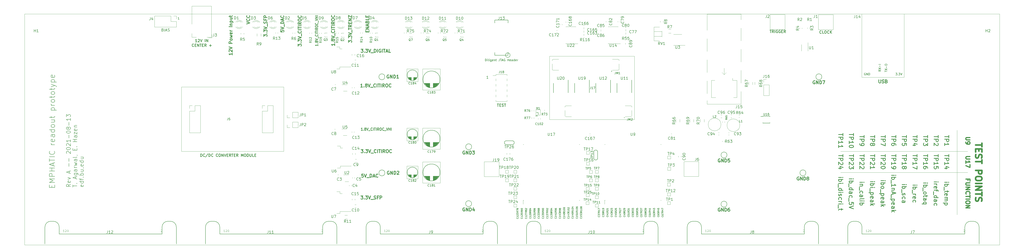
<source format=gbr>
G04 #@! TF.GenerationSoftware,KiCad,Pcbnew,5.1.10-88a1d61d58~88~ubuntu18.04.1*
G04 #@! TF.CreationDate,2021-08-13T15:43:30-04:00*
G04 #@! TF.ProjectId,readout_trenz,72656164-6f75-4745-9f74-72656e7a2e6b,rev?*
G04 #@! TF.SameCoordinates,Original*
G04 #@! TF.FileFunction,Legend,Top*
G04 #@! TF.FilePolarity,Positive*
%FSLAX46Y46*%
G04 Gerber Fmt 4.6, Leading zero omitted, Abs format (unit mm)*
G04 Created by KiCad (PCBNEW 5.1.10-88a1d61d58~88~ubuntu18.04.1) date 2021-08-13 15:43:30*
%MOMM*%
%LPD*%
G01*
G04 APERTURE LIST*
%ADD10C,0.203200*%
%ADD11C,0.120000*%
%ADD12C,0.300000*%
%ADD13C,0.500000*%
%ADD14C,0.750000*%
%ADD15C,0.304800*%
%ADD16C,0.254000*%
%ADD17C,0.150000*%
%ADD18C,0.100000*%
%ADD19C,0.152400*%
%ADD20C,0.127000*%
%ADD21C,0.190500*%
%ADD22C,0.015000*%
G04 APERTURE END LIST*
D10*
X121676885Y-180570777D02*
X120769742Y-181205777D01*
X121676885Y-181659348D02*
X119771885Y-181659348D01*
X119771885Y-180933634D01*
X119862600Y-180752205D01*
X119953314Y-180661491D01*
X120134742Y-180570777D01*
X120406885Y-180570777D01*
X120588314Y-180661491D01*
X120679028Y-180752205D01*
X120769742Y-180933634D01*
X120769742Y-181659348D01*
X121586171Y-179028634D02*
X121676885Y-179210062D01*
X121676885Y-179572920D01*
X121586171Y-179754348D01*
X121404742Y-179845062D01*
X120679028Y-179845062D01*
X120497600Y-179754348D01*
X120406885Y-179572920D01*
X120406885Y-179210062D01*
X120497600Y-179028634D01*
X120679028Y-178937920D01*
X120860457Y-178937920D01*
X121041885Y-179845062D01*
X120406885Y-178302920D02*
X121676885Y-177849348D01*
X120406885Y-177395777D01*
X121132600Y-175309348D02*
X121132600Y-174402205D01*
X121676885Y-175490777D02*
X119771885Y-174855777D01*
X121676885Y-174220777D01*
X120951171Y-172134348D02*
X120951171Y-170682920D01*
X120951171Y-169775777D02*
X120951171Y-168324348D01*
X119953314Y-166056491D02*
X119862600Y-165965777D01*
X119771885Y-165784348D01*
X119771885Y-165330777D01*
X119862600Y-165149348D01*
X119953314Y-165058634D01*
X120134742Y-164967920D01*
X120316171Y-164967920D01*
X120588314Y-165058634D01*
X121676885Y-166147205D01*
X121676885Y-164967920D01*
X119771885Y-163788634D02*
X119771885Y-163607205D01*
X119862600Y-163425777D01*
X119953314Y-163335062D01*
X120134742Y-163244348D01*
X120497600Y-163153634D01*
X120951171Y-163153634D01*
X121314028Y-163244348D01*
X121495457Y-163335062D01*
X121586171Y-163425777D01*
X121676885Y-163607205D01*
X121676885Y-163788634D01*
X121586171Y-163970062D01*
X121495457Y-164060777D01*
X121314028Y-164151491D01*
X120951171Y-164242205D01*
X120497600Y-164242205D01*
X120134742Y-164151491D01*
X119953314Y-164060777D01*
X119862600Y-163970062D01*
X119771885Y-163788634D01*
X119953314Y-162427920D02*
X119862600Y-162337205D01*
X119771885Y-162155777D01*
X119771885Y-161702205D01*
X119862600Y-161520777D01*
X119953314Y-161430062D01*
X120134742Y-161339348D01*
X120316171Y-161339348D01*
X120588314Y-161430062D01*
X121676885Y-162518634D01*
X121676885Y-161339348D01*
X121676885Y-159525062D02*
X121676885Y-160613634D01*
X121676885Y-160069348D02*
X119771885Y-160069348D01*
X120044028Y-160250777D01*
X120225457Y-160432205D01*
X120316171Y-160613634D01*
X120951171Y-158708634D02*
X120951171Y-157257205D01*
X119771885Y-155987205D02*
X119771885Y-155805777D01*
X119862600Y-155624348D01*
X119953314Y-155533634D01*
X120134742Y-155442920D01*
X120497600Y-155352205D01*
X120951171Y-155352205D01*
X121314028Y-155442920D01*
X121495457Y-155533634D01*
X121586171Y-155624348D01*
X121676885Y-155805777D01*
X121676885Y-155987205D01*
X121586171Y-156168634D01*
X121495457Y-156259348D01*
X121314028Y-156350062D01*
X120951171Y-156440777D01*
X120497600Y-156440777D01*
X120134742Y-156350062D01*
X119953314Y-156259348D01*
X119862600Y-156168634D01*
X119771885Y-155987205D01*
X120588314Y-154263634D02*
X120497600Y-154445062D01*
X120406885Y-154535777D01*
X120225457Y-154626491D01*
X120134742Y-154626491D01*
X119953314Y-154535777D01*
X119862600Y-154445062D01*
X119771885Y-154263634D01*
X119771885Y-153900777D01*
X119862600Y-153719348D01*
X119953314Y-153628634D01*
X120134742Y-153537920D01*
X120225457Y-153537920D01*
X120406885Y-153628634D01*
X120497600Y-153719348D01*
X120588314Y-153900777D01*
X120588314Y-154263634D01*
X120679028Y-154445062D01*
X120769742Y-154535777D01*
X120951171Y-154626491D01*
X121314028Y-154626491D01*
X121495457Y-154535777D01*
X121586171Y-154445062D01*
X121676885Y-154263634D01*
X121676885Y-153900777D01*
X121586171Y-153719348D01*
X121495457Y-153628634D01*
X121314028Y-153537920D01*
X120951171Y-153537920D01*
X120769742Y-153628634D01*
X120679028Y-153719348D01*
X120588314Y-153900777D01*
X120951171Y-152721491D02*
X120951171Y-151270062D01*
X121676885Y-149365062D02*
X121676885Y-150453634D01*
X121676885Y-149909348D02*
X119771885Y-149909348D01*
X120044028Y-150090777D01*
X120225457Y-150272205D01*
X120316171Y-150453634D01*
X119771885Y-148730062D02*
X119771885Y-147550777D01*
X120497600Y-148185777D01*
X120497600Y-147913634D01*
X120588314Y-147732205D01*
X120679028Y-147641491D01*
X120860457Y-147550777D01*
X121314028Y-147550777D01*
X121495457Y-147641491D01*
X121586171Y-147732205D01*
X121676885Y-147913634D01*
X121676885Y-148457920D01*
X121586171Y-148639348D01*
X121495457Y-148730062D01*
X122832585Y-181931491D02*
X122832585Y-180842920D01*
X124737585Y-181387205D02*
X122832585Y-181387205D01*
X124556157Y-180207920D02*
X124646871Y-180117205D01*
X124737585Y-180207920D01*
X124646871Y-180298634D01*
X124556157Y-180207920D01*
X124737585Y-180207920D01*
X124193300Y-177940062D02*
X124193300Y-177032920D01*
X124737585Y-178121491D02*
X122832585Y-177486491D01*
X124737585Y-176851491D01*
X123467585Y-175400062D02*
X125009728Y-175400062D01*
X125191157Y-175490777D01*
X125281871Y-175581491D01*
X125372585Y-175762920D01*
X125372585Y-176035062D01*
X125281871Y-176216491D01*
X124646871Y-175400062D02*
X124737585Y-175581491D01*
X124737585Y-175944348D01*
X124646871Y-176125777D01*
X124556157Y-176216491D01*
X124374728Y-176307205D01*
X123830442Y-176307205D01*
X123649014Y-176216491D01*
X123558300Y-176125777D01*
X123467585Y-175944348D01*
X123467585Y-175581491D01*
X123558300Y-175400062D01*
X124737585Y-173676491D02*
X123739728Y-173676491D01*
X123558300Y-173767205D01*
X123467585Y-173948634D01*
X123467585Y-174311491D01*
X123558300Y-174492920D01*
X124646871Y-173676491D02*
X124737585Y-173857920D01*
X124737585Y-174311491D01*
X124646871Y-174492920D01*
X124465442Y-174583634D01*
X124284014Y-174583634D01*
X124102585Y-174492920D01*
X124011871Y-174311491D01*
X124011871Y-173857920D01*
X123921157Y-173676491D01*
X124737585Y-172769348D02*
X123467585Y-172769348D01*
X123830442Y-172769348D02*
X123649014Y-172678634D01*
X123558300Y-172587920D01*
X123467585Y-172406491D01*
X123467585Y-172225062D01*
X123467585Y-171771491D02*
X124737585Y-171408634D01*
X123830442Y-171045777D01*
X124737585Y-170682920D01*
X123467585Y-170320062D01*
X124737585Y-168777920D02*
X123739728Y-168777920D01*
X123558300Y-168868634D01*
X123467585Y-169050062D01*
X123467585Y-169412920D01*
X123558300Y-169594348D01*
X124646871Y-168777920D02*
X124737585Y-168959348D01*
X124737585Y-169412920D01*
X124646871Y-169594348D01*
X124465442Y-169685062D01*
X124284014Y-169685062D01*
X124102585Y-169594348D01*
X124011871Y-169412920D01*
X124011871Y-168959348D01*
X123921157Y-168777920D01*
X124737585Y-167598634D02*
X124646871Y-167780062D01*
X124465442Y-167870777D01*
X122832585Y-167870777D01*
X124646871Y-166782205D02*
X124737585Y-166782205D01*
X124919014Y-166872920D01*
X125009728Y-166963634D01*
X123739728Y-164514348D02*
X123739728Y-163879348D01*
X124737585Y-163607205D02*
X124737585Y-164514348D01*
X122832585Y-164514348D01*
X122832585Y-163607205D01*
X124556157Y-162790777D02*
X124646871Y-162700062D01*
X124737585Y-162790777D01*
X124646871Y-162881491D01*
X124556157Y-162790777D01*
X124737585Y-162790777D01*
X124737585Y-160432205D02*
X122832585Y-160432205D01*
X123739728Y-160432205D02*
X123739728Y-159343634D01*
X124737585Y-159343634D02*
X122832585Y-159343634D01*
X124737585Y-157620062D02*
X123739728Y-157620062D01*
X123558300Y-157710777D01*
X123467585Y-157892205D01*
X123467585Y-158255062D01*
X123558300Y-158436491D01*
X124646871Y-157620062D02*
X124737585Y-157801491D01*
X124737585Y-158255062D01*
X124646871Y-158436491D01*
X124465442Y-158527205D01*
X124284014Y-158527205D01*
X124102585Y-158436491D01*
X124011871Y-158255062D01*
X124011871Y-157801491D01*
X123921157Y-157620062D01*
X123467585Y-156894348D02*
X123467585Y-155896491D01*
X124737585Y-156894348D01*
X124737585Y-155896491D01*
X124646871Y-154445062D02*
X124737585Y-154626491D01*
X124737585Y-154989348D01*
X124646871Y-155170777D01*
X124465442Y-155261491D01*
X123739728Y-155261491D01*
X123558300Y-155170777D01*
X123467585Y-154989348D01*
X123467585Y-154626491D01*
X123558300Y-154445062D01*
X123739728Y-154354348D01*
X123921157Y-154354348D01*
X124102585Y-155261491D01*
X123467585Y-153537920D02*
X124737585Y-153537920D01*
X123649014Y-153537920D02*
X123558300Y-153447205D01*
X123467585Y-153265777D01*
X123467585Y-152993634D01*
X123558300Y-152812205D01*
X123739728Y-152721491D01*
X124737585Y-152721491D01*
X127707571Y-180933634D02*
X127798285Y-181115062D01*
X127798285Y-181477920D01*
X127707571Y-181659348D01*
X127526142Y-181750062D01*
X126800428Y-181750062D01*
X126619000Y-181659348D01*
X126528285Y-181477920D01*
X126528285Y-181115062D01*
X126619000Y-180933634D01*
X126800428Y-180842920D01*
X126981857Y-180842920D01*
X127163285Y-181750062D01*
X127798285Y-179210062D02*
X125893285Y-179210062D01*
X127707571Y-179210062D02*
X127798285Y-179391491D01*
X127798285Y-179754348D01*
X127707571Y-179935777D01*
X127616857Y-180026491D01*
X127435428Y-180117205D01*
X126891142Y-180117205D01*
X126709714Y-180026491D01*
X126619000Y-179935777D01*
X126528285Y-179754348D01*
X126528285Y-179391491D01*
X126619000Y-179210062D01*
X126528285Y-178575062D02*
X126528285Y-177849348D01*
X127798285Y-178302920D02*
X126165428Y-178302920D01*
X125984000Y-178212205D01*
X125893285Y-178030777D01*
X125893285Y-177849348D01*
X127616857Y-177214348D02*
X127707571Y-177123634D01*
X127798285Y-177214348D01*
X127707571Y-177305062D01*
X127616857Y-177214348D01*
X127798285Y-177214348D01*
X127798285Y-176307205D02*
X125893285Y-176307205D01*
X126619000Y-176307205D02*
X126528285Y-176125777D01*
X126528285Y-175762920D01*
X126619000Y-175581491D01*
X126709714Y-175490777D01*
X126891142Y-175400062D01*
X127435428Y-175400062D01*
X127616857Y-175490777D01*
X127707571Y-175581491D01*
X127798285Y-175762920D01*
X127798285Y-176125777D01*
X127707571Y-176307205D01*
X126528285Y-173767205D02*
X127798285Y-173767205D01*
X126528285Y-174583634D02*
X127526142Y-174583634D01*
X127707571Y-174492920D01*
X127798285Y-174311491D01*
X127798285Y-174039348D01*
X127707571Y-173857920D01*
X127616857Y-173767205D01*
X127616857Y-172860062D02*
X127707571Y-172769348D01*
X127798285Y-172860062D01*
X127707571Y-172950777D01*
X127616857Y-172860062D01*
X127798285Y-172860062D01*
X127707571Y-171227205D02*
X127798285Y-171408634D01*
X127798285Y-171771491D01*
X127707571Y-171952920D01*
X127526142Y-172043634D01*
X126800428Y-172043634D01*
X126619000Y-171952920D01*
X126528285Y-171771491D01*
X126528285Y-171408634D01*
X126619000Y-171227205D01*
X126800428Y-171136491D01*
X126981857Y-171136491D01*
X127163285Y-172043634D01*
X127798285Y-169503634D02*
X125893285Y-169503634D01*
X127707571Y-169503634D02*
X127798285Y-169685062D01*
X127798285Y-170047920D01*
X127707571Y-170229348D01*
X127616857Y-170320062D01*
X127435428Y-170410777D01*
X126891142Y-170410777D01*
X126709714Y-170320062D01*
X126619000Y-170229348D01*
X126528285Y-170047920D01*
X126528285Y-169685062D01*
X126619000Y-169503634D01*
X126528285Y-167780062D02*
X127798285Y-167780062D01*
X126528285Y-168596491D02*
X127526142Y-168596491D01*
X127707571Y-168505777D01*
X127798285Y-168324348D01*
X127798285Y-168052205D01*
X127707571Y-167870777D01*
X127616857Y-167780062D01*
X112899371Y-182098647D02*
X112899371Y-181251980D01*
X114229847Y-180889123D02*
X114229847Y-182098647D01*
X111689847Y-182098647D01*
X111689847Y-180889123D01*
X114229847Y-179800552D02*
X111689847Y-179800552D01*
X113504133Y-178953885D01*
X111689847Y-178107219D01*
X114229847Y-178107219D01*
X114229847Y-176897695D02*
X111689847Y-176897695D01*
X111689847Y-175930076D01*
X111810800Y-175688171D01*
X111931752Y-175567219D01*
X112173657Y-175446266D01*
X112536514Y-175446266D01*
X112778419Y-175567219D01*
X112899371Y-175688171D01*
X113020323Y-175930076D01*
X113020323Y-176897695D01*
X114229847Y-174357695D02*
X111689847Y-174357695D01*
X112899371Y-174357695D02*
X112899371Y-172906266D01*
X114229847Y-172906266D02*
X111689847Y-172906266D01*
X113504133Y-171817695D02*
X113504133Y-170608171D01*
X114229847Y-172059600D02*
X111689847Y-171212933D01*
X114229847Y-170366266D01*
X111689847Y-169882457D02*
X111689847Y-168431028D01*
X114229847Y-169156742D02*
X111689847Y-169156742D01*
X114229847Y-167584361D02*
X111689847Y-167584361D01*
X113987942Y-164923409D02*
X114108895Y-165044361D01*
X114229847Y-165407219D01*
X114229847Y-165649123D01*
X114108895Y-166011980D01*
X113866990Y-166253885D01*
X113625085Y-166374838D01*
X113141276Y-166495790D01*
X112778419Y-166495790D01*
X112294609Y-166374838D01*
X112052704Y-166253885D01*
X111810800Y-166011980D01*
X111689847Y-165649123D01*
X111689847Y-165407219D01*
X111810800Y-165044361D01*
X111931752Y-164923409D01*
X114229847Y-161899600D02*
X112536514Y-161899600D01*
X113020323Y-161899600D02*
X112778419Y-161778647D01*
X112657466Y-161657695D01*
X112536514Y-161415790D01*
X112536514Y-161173885D01*
X114108895Y-159359600D02*
X114229847Y-159601504D01*
X114229847Y-160085314D01*
X114108895Y-160327219D01*
X113866990Y-160448171D01*
X112899371Y-160448171D01*
X112657466Y-160327219D01*
X112536514Y-160085314D01*
X112536514Y-159601504D01*
X112657466Y-159359600D01*
X112899371Y-159238647D01*
X113141276Y-159238647D01*
X113383180Y-160448171D01*
X114229847Y-157061504D02*
X112899371Y-157061504D01*
X112657466Y-157182457D01*
X112536514Y-157424361D01*
X112536514Y-157908171D01*
X112657466Y-158150076D01*
X114108895Y-157061504D02*
X114229847Y-157303409D01*
X114229847Y-157908171D01*
X114108895Y-158150076D01*
X113866990Y-158271028D01*
X113625085Y-158271028D01*
X113383180Y-158150076D01*
X113262228Y-157908171D01*
X113262228Y-157303409D01*
X113141276Y-157061504D01*
X114229847Y-154763409D02*
X111689847Y-154763409D01*
X114108895Y-154763409D02*
X114229847Y-155005314D01*
X114229847Y-155489123D01*
X114108895Y-155731028D01*
X113987942Y-155851980D01*
X113746038Y-155972933D01*
X113020323Y-155972933D01*
X112778419Y-155851980D01*
X112657466Y-155731028D01*
X112536514Y-155489123D01*
X112536514Y-155005314D01*
X112657466Y-154763409D01*
X114229847Y-153191028D02*
X114108895Y-153432933D01*
X113987942Y-153553885D01*
X113746038Y-153674838D01*
X113020323Y-153674838D01*
X112778419Y-153553885D01*
X112657466Y-153432933D01*
X112536514Y-153191028D01*
X112536514Y-152828171D01*
X112657466Y-152586266D01*
X112778419Y-152465314D01*
X113020323Y-152344361D01*
X113746038Y-152344361D01*
X113987942Y-152465314D01*
X114108895Y-152586266D01*
X114229847Y-152828171D01*
X114229847Y-153191028D01*
X112536514Y-150167219D02*
X114229847Y-150167219D01*
X112536514Y-151255790D02*
X113866990Y-151255790D01*
X114108895Y-151134838D01*
X114229847Y-150892933D01*
X114229847Y-150530076D01*
X114108895Y-150288171D01*
X113987942Y-150167219D01*
X112536514Y-149320552D02*
X112536514Y-148352933D01*
X111689847Y-148957695D02*
X113866990Y-148957695D01*
X114108895Y-148836742D01*
X114229847Y-148594838D01*
X114229847Y-148352933D01*
X112536514Y-145571028D02*
X115076514Y-145571028D01*
X112657466Y-145571028D02*
X112536514Y-145329123D01*
X112536514Y-144845314D01*
X112657466Y-144603409D01*
X112778419Y-144482457D01*
X113020323Y-144361504D01*
X113746038Y-144361504D01*
X113987942Y-144482457D01*
X114108895Y-144603409D01*
X114229847Y-144845314D01*
X114229847Y-145329123D01*
X114108895Y-145571028D01*
X114229847Y-143272933D02*
X112536514Y-143272933D01*
X113020323Y-143272933D02*
X112778419Y-143151980D01*
X112657466Y-143031028D01*
X112536514Y-142789123D01*
X112536514Y-142547219D01*
X114229847Y-141337695D02*
X114108895Y-141579600D01*
X113987942Y-141700552D01*
X113746038Y-141821504D01*
X113020323Y-141821504D01*
X112778419Y-141700552D01*
X112657466Y-141579600D01*
X112536514Y-141337695D01*
X112536514Y-140974838D01*
X112657466Y-140732933D01*
X112778419Y-140611980D01*
X113020323Y-140491028D01*
X113746038Y-140491028D01*
X113987942Y-140611980D01*
X114108895Y-140732933D01*
X114229847Y-140974838D01*
X114229847Y-141337695D01*
X112536514Y-139765314D02*
X112536514Y-138797695D01*
X111689847Y-139402457D02*
X113866990Y-139402457D01*
X114108895Y-139281504D01*
X114229847Y-139039600D01*
X114229847Y-138797695D01*
X114229847Y-137588171D02*
X114108895Y-137830076D01*
X113987942Y-137951028D01*
X113746038Y-138071980D01*
X113020323Y-138071980D01*
X112778419Y-137951028D01*
X112657466Y-137830076D01*
X112536514Y-137588171D01*
X112536514Y-137225314D01*
X112657466Y-136983409D01*
X112778419Y-136862457D01*
X113020323Y-136741504D01*
X113746038Y-136741504D01*
X113987942Y-136862457D01*
X114108895Y-136983409D01*
X114229847Y-137225314D01*
X114229847Y-137588171D01*
X112536514Y-136015790D02*
X112536514Y-135048171D01*
X111689847Y-135652933D02*
X113866990Y-135652933D01*
X114108895Y-135531980D01*
X114229847Y-135290076D01*
X114229847Y-135048171D01*
X112536514Y-134443409D02*
X114229847Y-133838647D01*
X112536514Y-133233885D02*
X114229847Y-133838647D01*
X114834609Y-134080552D01*
X114955561Y-134201504D01*
X115076514Y-134443409D01*
X112536514Y-132266266D02*
X115076514Y-132266266D01*
X112657466Y-132266266D02*
X112536514Y-132024361D01*
X112536514Y-131540552D01*
X112657466Y-131298647D01*
X112778419Y-131177695D01*
X113020323Y-131056742D01*
X113746038Y-131056742D01*
X113987942Y-131177695D01*
X114108895Y-131298647D01*
X114229847Y-131540552D01*
X114229847Y-132024361D01*
X114108895Y-132266266D01*
X114108895Y-129000552D02*
X114229847Y-129242457D01*
X114229847Y-129726266D01*
X114108895Y-129968171D01*
X113866990Y-130089123D01*
X112899371Y-130089123D01*
X112657466Y-129968171D01*
X112536514Y-129726266D01*
X112536514Y-129242457D01*
X112657466Y-129000552D01*
X112899371Y-128879599D01*
X113141276Y-128879599D01*
X113383180Y-130089123D01*
D11*
X540000000Y-155000000D02*
X540000000Y-195000000D01*
D12*
X501095238Y-166523809D02*
X501095238Y-167666666D01*
X499095238Y-167095238D02*
X501095238Y-167095238D01*
X499095238Y-168333333D02*
X501095238Y-168333333D01*
X501095238Y-169095238D01*
X501000000Y-169285714D01*
X500904761Y-169380952D01*
X500714285Y-169476190D01*
X500428571Y-169476190D01*
X500238095Y-169380952D01*
X500142857Y-169285714D01*
X500047619Y-169095238D01*
X500047619Y-168333333D01*
X500904761Y-170238095D02*
X501000000Y-170333333D01*
X501095238Y-170523809D01*
X501095238Y-171000000D01*
X501000000Y-171190476D01*
X500904761Y-171285714D01*
X500714285Y-171380952D01*
X500523809Y-171380952D01*
X500238095Y-171285714D01*
X499095238Y-170142857D01*
X499095238Y-171380952D01*
X499095238Y-173285714D02*
X499095238Y-172142857D01*
X499095238Y-172714285D02*
X501095238Y-172714285D01*
X500809523Y-172523809D01*
X500619047Y-172333333D01*
X500523809Y-172142857D01*
X506095238Y-157476190D02*
X506095238Y-158619047D01*
X504095238Y-158047619D02*
X506095238Y-158047619D01*
X504095238Y-159285714D02*
X506095238Y-159285714D01*
X506095238Y-160047619D01*
X506000000Y-160238095D01*
X505904761Y-160333333D01*
X505714285Y-160428571D01*
X505428571Y-160428571D01*
X505238095Y-160333333D01*
X505142857Y-160238095D01*
X505047619Y-160047619D01*
X505047619Y-159285714D01*
X506095238Y-161095238D02*
X506095238Y-162428571D01*
X504095238Y-161571428D01*
D11*
X545000000Y-175000000D02*
X485000000Y-175000000D01*
X545000000Y-165000000D02*
X485000000Y-165000000D01*
D12*
X521095238Y-157476190D02*
X521095238Y-158619047D01*
X519095238Y-158047619D02*
X521095238Y-158047619D01*
X519095238Y-159285714D02*
X521095238Y-159285714D01*
X521095238Y-160047619D01*
X521000000Y-160238095D01*
X520904761Y-160333333D01*
X520714285Y-160428571D01*
X520428571Y-160428571D01*
X520238095Y-160333333D01*
X520142857Y-160238095D01*
X520047619Y-160047619D01*
X520047619Y-159285714D01*
X520428571Y-162142857D02*
X519095238Y-162142857D01*
X521190476Y-161666666D02*
X519761904Y-161190476D01*
X519761904Y-162428571D01*
D13*
X546095238Y-167523809D02*
X544476190Y-167523809D01*
X544285714Y-167619047D01*
X544190476Y-167714285D01*
X544095238Y-167904761D01*
X544095238Y-168285714D01*
X544190476Y-168476190D01*
X544285714Y-168571428D01*
X544476190Y-168666666D01*
X546095238Y-168666666D01*
X544095238Y-170666666D02*
X544095238Y-169523809D01*
X544095238Y-170095238D02*
X546095238Y-170095238D01*
X545809523Y-169904761D01*
X545619047Y-169714285D01*
X545523809Y-169523809D01*
X546095238Y-171333333D02*
X546095238Y-172666666D01*
X544095238Y-171809523D01*
X546095238Y-158476190D02*
X544476190Y-158476190D01*
X544285714Y-158571428D01*
X544190476Y-158666666D01*
X544095238Y-158857142D01*
X544095238Y-159238095D01*
X544190476Y-159428571D01*
X544285714Y-159523809D01*
X544476190Y-159619047D01*
X546095238Y-159619047D01*
X544095238Y-160666666D02*
X544095238Y-161047619D01*
X544190476Y-161238095D01*
X544285714Y-161333333D01*
X544571428Y-161523809D01*
X544952380Y-161619047D01*
X545714285Y-161619047D01*
X545904761Y-161523809D01*
X546000000Y-161428571D01*
X546095238Y-161238095D01*
X546095238Y-160857142D01*
X546000000Y-160666666D01*
X545904761Y-160571428D01*
X545714285Y-160476190D01*
X545238095Y-160476190D01*
X545047619Y-160571428D01*
X544952380Y-160666666D01*
X544857142Y-160857142D01*
X544857142Y-161238095D01*
X544952380Y-161428571D01*
X545047619Y-161523809D01*
X545238095Y-161619047D01*
D12*
X521095238Y-166523809D02*
X521095238Y-167666666D01*
X519095238Y-167095238D02*
X521095238Y-167095238D01*
X519095238Y-168333333D02*
X521095238Y-168333333D01*
X521095238Y-169095238D01*
X521000000Y-169285714D01*
X520904761Y-169380952D01*
X520714285Y-169476190D01*
X520428571Y-169476190D01*
X520238095Y-169380952D01*
X520142857Y-169285714D01*
X520047619Y-169095238D01*
X520047619Y-168333333D01*
X519095238Y-171380952D02*
X519095238Y-170238095D01*
X519095238Y-170809523D02*
X521095238Y-170809523D01*
X520809523Y-170619047D01*
X520619047Y-170428571D01*
X520523809Y-170238095D01*
X521095238Y-172047619D02*
X521095238Y-173380952D01*
X519095238Y-172523809D01*
X536095238Y-157476190D02*
X536095238Y-158619047D01*
X534095238Y-158047619D02*
X536095238Y-158047619D01*
X534095238Y-159285714D02*
X536095238Y-159285714D01*
X536095238Y-160047619D01*
X536000000Y-160238095D01*
X535904761Y-160333333D01*
X535714285Y-160428571D01*
X535428571Y-160428571D01*
X535238095Y-160333333D01*
X535142857Y-160238095D01*
X535047619Y-160047619D01*
X535047619Y-159285714D01*
X534095238Y-162333333D02*
X534095238Y-161190476D01*
X534095238Y-161761904D02*
X536095238Y-161761904D01*
X535809523Y-161571428D01*
X535619047Y-161380952D01*
X535523809Y-161190476D01*
X531095238Y-157476190D02*
X531095238Y-158619047D01*
X529095238Y-158047619D02*
X531095238Y-158047619D01*
X529095238Y-159285714D02*
X531095238Y-159285714D01*
X531095238Y-160047619D01*
X531000000Y-160238095D01*
X530904761Y-160333333D01*
X530714285Y-160428571D01*
X530428571Y-160428571D01*
X530238095Y-160333333D01*
X530142857Y-160238095D01*
X530047619Y-160047619D01*
X530047619Y-159285714D01*
X530904761Y-161190476D02*
X531000000Y-161285714D01*
X531095238Y-161476190D01*
X531095238Y-161952380D01*
X531000000Y-162142857D01*
X530904761Y-162238095D01*
X530714285Y-162333333D01*
X530523809Y-162333333D01*
X530238095Y-162238095D01*
X529095238Y-161095238D01*
X529095238Y-162333333D01*
X509095238Y-176380952D02*
X510428571Y-176380952D01*
X511095238Y-176380952D02*
X511000000Y-176285714D01*
X510904761Y-176380952D01*
X511000000Y-176476190D01*
X511095238Y-176380952D01*
X510904761Y-176380952D01*
X509095238Y-177333333D02*
X511095238Y-177333333D01*
X510333333Y-177333333D02*
X510428571Y-177523809D01*
X510428571Y-177904761D01*
X510333333Y-178095238D01*
X510238095Y-178190476D01*
X510047619Y-178285714D01*
X509476190Y-178285714D01*
X509285714Y-178190476D01*
X509190476Y-178095238D01*
X509095238Y-177904761D01*
X509095238Y-177523809D01*
X509190476Y-177333333D01*
X508904761Y-178666666D02*
X508904761Y-180190476D01*
X509095238Y-181714285D02*
X509095238Y-180571428D01*
X509095238Y-181142857D02*
X511095238Y-181142857D01*
X510809523Y-180952380D01*
X510619047Y-180761904D01*
X510523809Y-180571428D01*
X510428571Y-182571428D02*
X509095238Y-182571428D01*
X510238095Y-182571428D02*
X510333333Y-182666666D01*
X510428571Y-182857142D01*
X510428571Y-183142857D01*
X510333333Y-183333333D01*
X510142857Y-183428571D01*
X509095238Y-183428571D01*
X509666666Y-184285714D02*
X509666666Y-185238095D01*
X509095238Y-184095238D02*
X511095238Y-184761904D01*
X509095238Y-185428571D01*
X508904761Y-185619047D02*
X508904761Y-187142857D01*
X510428571Y-187619047D02*
X508428571Y-187619047D01*
X510333333Y-187619047D02*
X510428571Y-187809523D01*
X510428571Y-188190476D01*
X510333333Y-188380952D01*
X510238095Y-188476190D01*
X510047619Y-188571428D01*
X509476190Y-188571428D01*
X509285714Y-188476190D01*
X509190476Y-188380952D01*
X509095238Y-188190476D01*
X509095238Y-187809523D01*
X509190476Y-187619047D01*
X509190476Y-190190476D02*
X509095238Y-190000000D01*
X509095238Y-189619047D01*
X509190476Y-189428571D01*
X509380952Y-189333333D01*
X510142857Y-189333333D01*
X510333333Y-189428571D01*
X510428571Y-189619047D01*
X510428571Y-190000000D01*
X510333333Y-190190476D01*
X510142857Y-190285714D01*
X509952380Y-190285714D01*
X509761904Y-189333333D01*
X509095238Y-192000000D02*
X510142857Y-192000000D01*
X510333333Y-191904761D01*
X510428571Y-191714285D01*
X510428571Y-191333333D01*
X510333333Y-191142857D01*
X509190476Y-192000000D02*
X509095238Y-191809523D01*
X509095238Y-191333333D01*
X509190476Y-191142857D01*
X509380952Y-191047619D01*
X509571428Y-191047619D01*
X509761904Y-191142857D01*
X509857142Y-191333333D01*
X509857142Y-191809523D01*
X509952380Y-192000000D01*
X509095238Y-192952380D02*
X511095238Y-192952380D01*
X509857142Y-193142857D02*
X509095238Y-193714285D01*
X510428571Y-193714285D02*
X509666666Y-192952380D01*
X484095238Y-177380952D02*
X485428571Y-177380952D01*
X486095238Y-177380952D02*
X486000000Y-177285714D01*
X485904761Y-177380952D01*
X486000000Y-177476190D01*
X486095238Y-177380952D01*
X485904761Y-177380952D01*
X484095238Y-178333333D02*
X486095238Y-178333333D01*
X485333333Y-178333333D02*
X485428571Y-178523809D01*
X485428571Y-178904761D01*
X485333333Y-179095238D01*
X485238095Y-179190476D01*
X485047619Y-179285714D01*
X484476190Y-179285714D01*
X484285714Y-179190476D01*
X484190476Y-179095238D01*
X484095238Y-178904761D01*
X484095238Y-178523809D01*
X484190476Y-178333333D01*
X484095238Y-180142857D02*
X485428571Y-180142857D01*
X486095238Y-180142857D02*
X486000000Y-180047619D01*
X485904761Y-180142857D01*
X486000000Y-180238095D01*
X486095238Y-180142857D01*
X485904761Y-180142857D01*
X483904761Y-180619047D02*
X483904761Y-182142857D01*
X484095238Y-183476190D02*
X486095238Y-183476190D01*
X484190476Y-183476190D02*
X484095238Y-183285714D01*
X484095238Y-182904761D01*
X484190476Y-182714285D01*
X484285714Y-182619047D01*
X484476190Y-182523809D01*
X485047619Y-182523809D01*
X485238095Y-182619047D01*
X485333333Y-182714285D01*
X485428571Y-182904761D01*
X485428571Y-183285714D01*
X485333333Y-183476190D01*
X484095238Y-184428571D02*
X485428571Y-184428571D01*
X486095238Y-184428571D02*
X486000000Y-184333333D01*
X485904761Y-184428571D01*
X486000000Y-184523809D01*
X486095238Y-184428571D01*
X485904761Y-184428571D01*
X484190476Y-185285714D02*
X484095238Y-185476190D01*
X484095238Y-185857142D01*
X484190476Y-186047619D01*
X484380952Y-186142857D01*
X484476190Y-186142857D01*
X484666666Y-186047619D01*
X484761904Y-185857142D01*
X484761904Y-185571428D01*
X484857142Y-185380952D01*
X485047619Y-185285714D01*
X485142857Y-185285714D01*
X485333333Y-185380952D01*
X485428571Y-185571428D01*
X485428571Y-185857142D01*
X485333333Y-186047619D01*
X484190476Y-187857142D02*
X484095238Y-187666666D01*
X484095238Y-187285714D01*
X484190476Y-187095238D01*
X484285714Y-187000000D01*
X484476190Y-186904761D01*
X485047619Y-186904761D01*
X485238095Y-187000000D01*
X485333333Y-187095238D01*
X485428571Y-187285714D01*
X485428571Y-187666666D01*
X485333333Y-187857142D01*
X484095238Y-188714285D02*
X485428571Y-188714285D01*
X485047619Y-188714285D02*
X485238095Y-188809523D01*
X485333333Y-188904761D01*
X485428571Y-189095238D01*
X485428571Y-189285714D01*
X484095238Y-189952380D02*
X485428571Y-189952380D01*
X486095238Y-189952380D02*
X486000000Y-189857142D01*
X485904761Y-189952380D01*
X486000000Y-190047619D01*
X486095238Y-189952380D01*
X485904761Y-189952380D01*
X483904761Y-190428571D02*
X483904761Y-191952380D01*
X485428571Y-192142857D02*
X485428571Y-192904761D01*
X486095238Y-192428571D02*
X484380952Y-192428571D01*
X484190476Y-192523809D01*
X484095238Y-192714285D01*
X484095238Y-192904761D01*
D14*
X551642857Y-161142857D02*
X551642857Y-162857142D01*
X548642857Y-162000000D02*
X551642857Y-162000000D01*
X550214285Y-163857142D02*
X550214285Y-164857142D01*
X548642857Y-165285714D02*
X548642857Y-163857142D01*
X551642857Y-163857142D01*
X551642857Y-165285714D01*
X548785714Y-166428571D02*
X548642857Y-166857142D01*
X548642857Y-167571428D01*
X548785714Y-167857142D01*
X548928571Y-168000000D01*
X549214285Y-168142857D01*
X549500000Y-168142857D01*
X549785714Y-168000000D01*
X549928571Y-167857142D01*
X550071428Y-167571428D01*
X550214285Y-167000000D01*
X550357142Y-166714285D01*
X550500000Y-166571428D01*
X550785714Y-166428571D01*
X551071428Y-166428571D01*
X551357142Y-166571428D01*
X551500000Y-166714285D01*
X551642857Y-167000000D01*
X551642857Y-167714285D01*
X551500000Y-168142857D01*
X551642857Y-169000000D02*
X551642857Y-170714285D01*
X548642857Y-169857142D02*
X551642857Y-169857142D01*
X548642857Y-174000000D02*
X551642857Y-174000000D01*
X551642857Y-175142857D01*
X551500000Y-175428571D01*
X551357142Y-175571428D01*
X551071428Y-175714285D01*
X550642857Y-175714285D01*
X550357142Y-175571428D01*
X550214285Y-175428571D01*
X550071428Y-175142857D01*
X550071428Y-174000000D01*
X551642857Y-177571428D02*
X551642857Y-178142857D01*
X551500000Y-178428571D01*
X551214285Y-178714285D01*
X550642857Y-178857142D01*
X549642857Y-178857142D01*
X549071428Y-178714285D01*
X548785714Y-178428571D01*
X548642857Y-178142857D01*
X548642857Y-177571428D01*
X548785714Y-177285714D01*
X549071428Y-177000000D01*
X549642857Y-176857142D01*
X550642857Y-176857142D01*
X551214285Y-177000000D01*
X551500000Y-177285714D01*
X551642857Y-177571428D01*
X548642857Y-180142857D02*
X551642857Y-180142857D01*
X548642857Y-181571428D02*
X551642857Y-181571428D01*
X548642857Y-183285714D01*
X551642857Y-183285714D01*
X551642857Y-184285714D02*
X551642857Y-186000000D01*
X548642857Y-185142857D02*
X551642857Y-185142857D01*
X548785714Y-186857142D02*
X548642857Y-187285714D01*
X548642857Y-188000000D01*
X548785714Y-188285714D01*
X548928571Y-188428571D01*
X549214285Y-188571428D01*
X549500000Y-188571428D01*
X549785714Y-188428571D01*
X549928571Y-188285714D01*
X550071428Y-188000000D01*
X550214285Y-187428571D01*
X550357142Y-187142857D01*
X550500000Y-187000000D01*
X550785714Y-186857142D01*
X551071428Y-186857142D01*
X551357142Y-187000000D01*
X551500000Y-187142857D01*
X551642857Y-187428571D01*
X551642857Y-188142857D01*
X551500000Y-188571428D01*
D12*
X511095238Y-157476190D02*
X511095238Y-158619047D01*
X509095238Y-158047619D02*
X511095238Y-158047619D01*
X509095238Y-159285714D02*
X511095238Y-159285714D01*
X511095238Y-160047619D01*
X511000000Y-160238095D01*
X510904761Y-160333333D01*
X510714285Y-160428571D01*
X510428571Y-160428571D01*
X510238095Y-160333333D01*
X510142857Y-160238095D01*
X510047619Y-160047619D01*
X510047619Y-159285714D01*
X511095238Y-162142857D02*
X511095238Y-161761904D01*
X511000000Y-161571428D01*
X510904761Y-161476190D01*
X510619047Y-161285714D01*
X510238095Y-161190476D01*
X509476190Y-161190476D01*
X509285714Y-161285714D01*
X509190476Y-161380952D01*
X509095238Y-161571428D01*
X509095238Y-161952380D01*
X509190476Y-162142857D01*
X509285714Y-162238095D01*
X509476190Y-162333333D01*
X509952380Y-162333333D01*
X510142857Y-162238095D01*
X510238095Y-162142857D01*
X510333333Y-161952380D01*
X510333333Y-161571428D01*
X510238095Y-161380952D01*
X510142857Y-161285714D01*
X509952380Y-161190476D01*
D13*
X545142857Y-178857142D02*
X545142857Y-178190476D01*
X544095238Y-178190476D02*
X546095238Y-178190476D01*
X546095238Y-179142857D01*
X546095238Y-179904761D02*
X544476190Y-179904761D01*
X544285714Y-180000000D01*
X544190476Y-180095238D01*
X544095238Y-180285714D01*
X544095238Y-180666666D01*
X544190476Y-180857142D01*
X544285714Y-180952380D01*
X544476190Y-181047619D01*
X546095238Y-181047619D01*
X544095238Y-182000000D02*
X546095238Y-182000000D01*
X544095238Y-183142857D01*
X546095238Y-183142857D01*
X544285714Y-185238095D02*
X544190476Y-185142857D01*
X544095238Y-184857142D01*
X544095238Y-184666666D01*
X544190476Y-184380952D01*
X544380952Y-184190476D01*
X544571428Y-184095238D01*
X544952380Y-184000000D01*
X545238095Y-184000000D01*
X545619047Y-184095238D01*
X545809523Y-184190476D01*
X546000000Y-184380952D01*
X546095238Y-184666666D01*
X546095238Y-184857142D01*
X546000000Y-185142857D01*
X545904761Y-185238095D01*
X546095238Y-185809523D02*
X546095238Y-186952380D01*
X544095238Y-186380952D02*
X546095238Y-186380952D01*
X544095238Y-187619047D02*
X546095238Y-187619047D01*
X546095238Y-188952380D02*
X546095238Y-189333333D01*
X546000000Y-189523809D01*
X545809523Y-189714285D01*
X545428571Y-189809523D01*
X544761904Y-189809523D01*
X544380952Y-189714285D01*
X544190476Y-189523809D01*
X544095238Y-189333333D01*
X544095238Y-188952380D01*
X544190476Y-188761904D01*
X544380952Y-188571428D01*
X544761904Y-188476190D01*
X545428571Y-188476190D01*
X545809523Y-188571428D01*
X546000000Y-188761904D01*
X546095238Y-188952380D01*
X544095238Y-190666666D02*
X546095238Y-190666666D01*
X544095238Y-191809523D01*
X546095238Y-191809523D01*
D12*
X524095238Y-180047619D02*
X525428571Y-180047619D01*
X526095238Y-180047619D02*
X526000000Y-179952380D01*
X525904761Y-180047619D01*
X526000000Y-180142857D01*
X526095238Y-180047619D01*
X525904761Y-180047619D01*
X524095238Y-181000000D02*
X526095238Y-181000000D01*
X525333333Y-181000000D02*
X525428571Y-181190476D01*
X525428571Y-181571428D01*
X525333333Y-181761904D01*
X525238095Y-181857142D01*
X525047619Y-181952380D01*
X524476190Y-181952380D01*
X524285714Y-181857142D01*
X524190476Y-181761904D01*
X524095238Y-181571428D01*
X524095238Y-181190476D01*
X524190476Y-181000000D01*
X523904761Y-182333333D02*
X523904761Y-183857142D01*
X524095238Y-184619047D02*
X524190476Y-184428571D01*
X524285714Y-184333333D01*
X524476190Y-184238095D01*
X525047619Y-184238095D01*
X525238095Y-184333333D01*
X525333333Y-184428571D01*
X525428571Y-184619047D01*
X525428571Y-184904761D01*
X525333333Y-185095238D01*
X525238095Y-185190476D01*
X525047619Y-185285714D01*
X524476190Y-185285714D01*
X524285714Y-185190476D01*
X524190476Y-185095238D01*
X524095238Y-184904761D01*
X524095238Y-184619047D01*
X525428571Y-185857142D02*
X525428571Y-186619047D01*
X526095238Y-186142857D02*
X524380952Y-186142857D01*
X524190476Y-186238095D01*
X524095238Y-186428571D01*
X524095238Y-186619047D01*
X524095238Y-188142857D02*
X525142857Y-188142857D01*
X525333333Y-188047619D01*
X525428571Y-187857142D01*
X525428571Y-187476190D01*
X525333333Y-187285714D01*
X524190476Y-188142857D02*
X524095238Y-187952380D01*
X524095238Y-187476190D01*
X524190476Y-187285714D01*
X524380952Y-187190476D01*
X524571428Y-187190476D01*
X524761904Y-187285714D01*
X524857142Y-187476190D01*
X524857142Y-187952380D01*
X524952380Y-188142857D01*
X525428571Y-189952380D02*
X523428571Y-189952380D01*
X524190476Y-189952380D02*
X524095238Y-189761904D01*
X524095238Y-189380952D01*
X524190476Y-189190476D01*
X524285714Y-189095238D01*
X524476190Y-189000000D01*
X525047619Y-189000000D01*
X525238095Y-189095238D01*
X525333333Y-189190476D01*
X525428571Y-189380952D01*
X525428571Y-189761904D01*
X525333333Y-189952380D01*
X534095238Y-179666666D02*
X535428571Y-179666666D01*
X536095238Y-179666666D02*
X536000000Y-179571428D01*
X535904761Y-179666666D01*
X536000000Y-179761904D01*
X536095238Y-179666666D01*
X535904761Y-179666666D01*
X534095238Y-180619047D02*
X536095238Y-180619047D01*
X535333333Y-180619047D02*
X535428571Y-180809523D01*
X535428571Y-181190476D01*
X535333333Y-181380952D01*
X535238095Y-181476190D01*
X535047619Y-181571428D01*
X534476190Y-181571428D01*
X534285714Y-181476190D01*
X534190476Y-181380952D01*
X534095238Y-181190476D01*
X534095238Y-180809523D01*
X534190476Y-180619047D01*
X533904761Y-181952380D02*
X533904761Y-183476190D01*
X535428571Y-183666666D02*
X535428571Y-184428571D01*
X536095238Y-183952380D02*
X534380952Y-183952380D01*
X534190476Y-184047619D01*
X534095238Y-184238095D01*
X534095238Y-184428571D01*
X534190476Y-185857142D02*
X534095238Y-185666666D01*
X534095238Y-185285714D01*
X534190476Y-185095238D01*
X534380952Y-185000000D01*
X535142857Y-185000000D01*
X535333333Y-185095238D01*
X535428571Y-185285714D01*
X535428571Y-185666666D01*
X535333333Y-185857142D01*
X535142857Y-185952380D01*
X534952380Y-185952380D01*
X534761904Y-185000000D01*
X534095238Y-186809523D02*
X535428571Y-186809523D01*
X535238095Y-186809523D02*
X535333333Y-186904761D01*
X535428571Y-187095238D01*
X535428571Y-187380952D01*
X535333333Y-187571428D01*
X535142857Y-187666666D01*
X534095238Y-187666666D01*
X535142857Y-187666666D02*
X535333333Y-187761904D01*
X535428571Y-187952380D01*
X535428571Y-188238095D01*
X535333333Y-188428571D01*
X535142857Y-188523809D01*
X534095238Y-188523809D01*
X535428571Y-189476190D02*
X533428571Y-189476190D01*
X535333333Y-189476190D02*
X535428571Y-189666666D01*
X535428571Y-190047619D01*
X535333333Y-190238095D01*
X535238095Y-190333333D01*
X535047619Y-190428571D01*
X534476190Y-190428571D01*
X534285714Y-190333333D01*
X534190476Y-190238095D01*
X534095238Y-190047619D01*
X534095238Y-189666666D01*
X534190476Y-189476190D01*
X529095238Y-179523809D02*
X530428571Y-179523809D01*
X531095238Y-179523809D02*
X531000000Y-179428571D01*
X530904761Y-179523809D01*
X531000000Y-179619047D01*
X531095238Y-179523809D01*
X530904761Y-179523809D01*
X529095238Y-180476190D02*
X530428571Y-180476190D01*
X530047619Y-180476190D02*
X530238095Y-180571428D01*
X530333333Y-180666666D01*
X530428571Y-180857142D01*
X530428571Y-181047619D01*
X529190476Y-182476190D02*
X529095238Y-182285714D01*
X529095238Y-181904761D01*
X529190476Y-181714285D01*
X529380952Y-181619047D01*
X530142857Y-181619047D01*
X530333333Y-181714285D01*
X530428571Y-181904761D01*
X530428571Y-182285714D01*
X530333333Y-182476190D01*
X530142857Y-182571428D01*
X529952380Y-182571428D01*
X529761904Y-181619047D01*
X530428571Y-183142857D02*
X530428571Y-183904761D01*
X529095238Y-183428571D02*
X530809523Y-183428571D01*
X531000000Y-183523809D01*
X531095238Y-183714285D01*
X531095238Y-183904761D01*
X528904761Y-184095238D02*
X528904761Y-185619047D01*
X529095238Y-186952380D02*
X531095238Y-186952380D01*
X529190476Y-186952380D02*
X529095238Y-186761904D01*
X529095238Y-186380952D01*
X529190476Y-186190476D01*
X529285714Y-186095238D01*
X529476190Y-186000000D01*
X530047619Y-186000000D01*
X530238095Y-186095238D01*
X530333333Y-186190476D01*
X530428571Y-186380952D01*
X530428571Y-186761904D01*
X530333333Y-186952380D01*
X529095238Y-188761904D02*
X530142857Y-188761904D01*
X530333333Y-188666666D01*
X530428571Y-188476190D01*
X530428571Y-188095238D01*
X530333333Y-187904761D01*
X529190476Y-188761904D02*
X529095238Y-188571428D01*
X529095238Y-188095238D01*
X529190476Y-187904761D01*
X529380952Y-187809523D01*
X529571428Y-187809523D01*
X529761904Y-187904761D01*
X529857142Y-188095238D01*
X529857142Y-188571428D01*
X529952380Y-188761904D01*
X529190476Y-190571428D02*
X529095238Y-190380952D01*
X529095238Y-190000000D01*
X529190476Y-189809523D01*
X529285714Y-189714285D01*
X529476190Y-189619047D01*
X530047619Y-189619047D01*
X530238095Y-189714285D01*
X530333333Y-189809523D01*
X530428571Y-190000000D01*
X530428571Y-190380952D01*
X530333333Y-190571428D01*
X526095238Y-157476190D02*
X526095238Y-158619047D01*
X524095238Y-158047619D02*
X526095238Y-158047619D01*
X524095238Y-159285714D02*
X526095238Y-159285714D01*
X526095238Y-160047619D01*
X526000000Y-160238095D01*
X525904761Y-160333333D01*
X525714285Y-160428571D01*
X525428571Y-160428571D01*
X525238095Y-160333333D01*
X525142857Y-160238095D01*
X525047619Y-160047619D01*
X525047619Y-159285714D01*
X526095238Y-161095238D02*
X526095238Y-162333333D01*
X525333333Y-161666666D01*
X525333333Y-161952380D01*
X525238095Y-162142857D01*
X525142857Y-162238095D01*
X524952380Y-162333333D01*
X524476190Y-162333333D01*
X524285714Y-162238095D01*
X524190476Y-162142857D01*
X524095238Y-161952380D01*
X524095238Y-161380952D01*
X524190476Y-161190476D01*
X524285714Y-161095238D01*
X504095238Y-178952380D02*
X505428571Y-178952380D01*
X506095238Y-178952380D02*
X506000000Y-178857142D01*
X505904761Y-178952380D01*
X506000000Y-179047619D01*
X506095238Y-178952380D01*
X505904761Y-178952380D01*
X504095238Y-179904761D02*
X506095238Y-179904761D01*
X505333333Y-179904761D02*
X505428571Y-180095238D01*
X505428571Y-180476190D01*
X505333333Y-180666666D01*
X505238095Y-180761904D01*
X505047619Y-180857142D01*
X504476190Y-180857142D01*
X504285714Y-180761904D01*
X504190476Y-180666666D01*
X504095238Y-180476190D01*
X504095238Y-180095238D01*
X504190476Y-179904761D01*
X504095238Y-182000000D02*
X504190476Y-181809523D01*
X504285714Y-181714285D01*
X504476190Y-181619047D01*
X505047619Y-181619047D01*
X505238095Y-181714285D01*
X505333333Y-181809523D01*
X505428571Y-182000000D01*
X505428571Y-182285714D01*
X505333333Y-182476190D01*
X505238095Y-182571428D01*
X505047619Y-182666666D01*
X504476190Y-182666666D01*
X504285714Y-182571428D01*
X504190476Y-182476190D01*
X504095238Y-182285714D01*
X504095238Y-182000000D01*
X503904761Y-183047619D02*
X503904761Y-184571428D01*
X505428571Y-185047619D02*
X503428571Y-185047619D01*
X505333333Y-185047619D02*
X505428571Y-185238095D01*
X505428571Y-185619047D01*
X505333333Y-185809523D01*
X505238095Y-185904761D01*
X505047619Y-186000000D01*
X504476190Y-186000000D01*
X504285714Y-185904761D01*
X504190476Y-185809523D01*
X504095238Y-185619047D01*
X504095238Y-185238095D01*
X504190476Y-185047619D01*
X504190476Y-187619047D02*
X504095238Y-187428571D01*
X504095238Y-187047619D01*
X504190476Y-186857142D01*
X504380952Y-186761904D01*
X505142857Y-186761904D01*
X505333333Y-186857142D01*
X505428571Y-187047619D01*
X505428571Y-187428571D01*
X505333333Y-187619047D01*
X505142857Y-187714285D01*
X504952380Y-187714285D01*
X504761904Y-186761904D01*
X504095238Y-189428571D02*
X505142857Y-189428571D01*
X505333333Y-189333333D01*
X505428571Y-189142857D01*
X505428571Y-188761904D01*
X505333333Y-188571428D01*
X504190476Y-189428571D02*
X504095238Y-189238095D01*
X504095238Y-188761904D01*
X504190476Y-188571428D01*
X504380952Y-188476190D01*
X504571428Y-188476190D01*
X504761904Y-188571428D01*
X504857142Y-188761904D01*
X504857142Y-189238095D01*
X504952380Y-189428571D01*
X504095238Y-190380952D02*
X506095238Y-190380952D01*
X504857142Y-190571428D02*
X504095238Y-191142857D01*
X505428571Y-191142857D02*
X504666666Y-190380952D01*
X519095238Y-181000000D02*
X520428571Y-181000000D01*
X521095238Y-181000000D02*
X521000000Y-180904761D01*
X520904761Y-181000000D01*
X521000000Y-181095238D01*
X521095238Y-181000000D01*
X520904761Y-181000000D01*
X519095238Y-181952380D02*
X521095238Y-181952380D01*
X520333333Y-181952380D02*
X520428571Y-182142857D01*
X520428571Y-182523809D01*
X520333333Y-182714285D01*
X520238095Y-182809523D01*
X520047619Y-182904761D01*
X519476190Y-182904761D01*
X519285714Y-182809523D01*
X519190476Y-182714285D01*
X519095238Y-182523809D01*
X519095238Y-182142857D01*
X519190476Y-181952380D01*
X518904761Y-183285714D02*
X518904761Y-184809523D01*
X519095238Y-185285714D02*
X520428571Y-185285714D01*
X520047619Y-185285714D02*
X520238095Y-185380952D01*
X520333333Y-185476190D01*
X520428571Y-185666666D01*
X520428571Y-185857142D01*
X519190476Y-187285714D02*
X519095238Y-187095238D01*
X519095238Y-186714285D01*
X519190476Y-186523809D01*
X519380952Y-186428571D01*
X520142857Y-186428571D01*
X520333333Y-186523809D01*
X520428571Y-186714285D01*
X520428571Y-187095238D01*
X520333333Y-187285714D01*
X520142857Y-187380952D01*
X519952380Y-187380952D01*
X519761904Y-186428571D01*
X519190476Y-189095238D02*
X519095238Y-188904761D01*
X519095238Y-188523809D01*
X519190476Y-188333333D01*
X519285714Y-188238095D01*
X519476190Y-188142857D01*
X520047619Y-188142857D01*
X520238095Y-188238095D01*
X520333333Y-188333333D01*
X520428571Y-188523809D01*
X520428571Y-188904761D01*
X520333333Y-189095238D01*
X486095238Y-156523809D02*
X486095238Y-157666666D01*
X484095238Y-157095238D02*
X486095238Y-157095238D01*
X484095238Y-158333333D02*
X486095238Y-158333333D01*
X486095238Y-159095238D01*
X486000000Y-159285714D01*
X485904761Y-159380952D01*
X485714285Y-159476190D01*
X485428571Y-159476190D01*
X485238095Y-159380952D01*
X485142857Y-159285714D01*
X485047619Y-159095238D01*
X485047619Y-158333333D01*
X484095238Y-161380952D02*
X484095238Y-160238095D01*
X484095238Y-160809523D02*
X486095238Y-160809523D01*
X485809523Y-160619047D01*
X485619047Y-160428571D01*
X485523809Y-160238095D01*
X484095238Y-163285714D02*
X484095238Y-162142857D01*
X484095238Y-162714285D02*
X486095238Y-162714285D01*
X485809523Y-162523809D01*
X485619047Y-162333333D01*
X485523809Y-162142857D01*
X506095238Y-166523809D02*
X506095238Y-167666666D01*
X504095238Y-167095238D02*
X506095238Y-167095238D01*
X504095238Y-168333333D02*
X506095238Y-168333333D01*
X506095238Y-169095238D01*
X506000000Y-169285714D01*
X505904761Y-169380952D01*
X505714285Y-169476190D01*
X505428571Y-169476190D01*
X505238095Y-169380952D01*
X505142857Y-169285714D01*
X505047619Y-169095238D01*
X505047619Y-168333333D01*
X505904761Y-170238095D02*
X506000000Y-170333333D01*
X506095238Y-170523809D01*
X506095238Y-171000000D01*
X506000000Y-171190476D01*
X505904761Y-171285714D01*
X505714285Y-171380952D01*
X505523809Y-171380952D01*
X505238095Y-171285714D01*
X504095238Y-170142857D01*
X504095238Y-171380952D01*
X506095238Y-172619047D02*
X506095238Y-172809523D01*
X506000000Y-173000000D01*
X505904761Y-173095238D01*
X505714285Y-173190476D01*
X505333333Y-173285714D01*
X504857142Y-173285714D01*
X504476190Y-173190476D01*
X504285714Y-173095238D01*
X504190476Y-173000000D01*
X504095238Y-172809523D01*
X504095238Y-172619047D01*
X504190476Y-172428571D01*
X504285714Y-172333333D01*
X504476190Y-172238095D01*
X504857142Y-172142857D01*
X505333333Y-172142857D01*
X505714285Y-172238095D01*
X505904761Y-172333333D01*
X506000000Y-172428571D01*
X506095238Y-172619047D01*
X496095238Y-157476190D02*
X496095238Y-158619047D01*
X494095238Y-158047619D02*
X496095238Y-158047619D01*
X494095238Y-159285714D02*
X496095238Y-159285714D01*
X496095238Y-160047619D01*
X496000000Y-160238095D01*
X495904761Y-160333333D01*
X495714285Y-160428571D01*
X495428571Y-160428571D01*
X495238095Y-160333333D01*
X495142857Y-160238095D01*
X495047619Y-160047619D01*
X495047619Y-159285714D01*
X494095238Y-161380952D02*
X494095238Y-161761904D01*
X494190476Y-161952380D01*
X494285714Y-162047619D01*
X494571428Y-162238095D01*
X494952380Y-162333333D01*
X495714285Y-162333333D01*
X495904761Y-162238095D01*
X496000000Y-162142857D01*
X496095238Y-161952380D01*
X496095238Y-161571428D01*
X496000000Y-161380952D01*
X495904761Y-161285714D01*
X495714285Y-161190476D01*
X495238095Y-161190476D01*
X495047619Y-161285714D01*
X494952380Y-161380952D01*
X494857142Y-161571428D01*
X494857142Y-161952380D01*
X494952380Y-162142857D01*
X495047619Y-162238095D01*
X495238095Y-162333333D01*
X499095238Y-179380952D02*
X500428571Y-179380952D01*
X501095238Y-179380952D02*
X501000000Y-179285714D01*
X500904761Y-179380952D01*
X501000000Y-179476190D01*
X501095238Y-179380952D01*
X500904761Y-179380952D01*
X499095238Y-180333333D02*
X501095238Y-180333333D01*
X500333333Y-180333333D02*
X500428571Y-180523809D01*
X500428571Y-180904761D01*
X500333333Y-181095238D01*
X500238095Y-181190476D01*
X500047619Y-181285714D01*
X499476190Y-181285714D01*
X499285714Y-181190476D01*
X499190476Y-181095238D01*
X499095238Y-180904761D01*
X499095238Y-180523809D01*
X499190476Y-180333333D01*
X499095238Y-182142857D02*
X500428571Y-182142857D01*
X501095238Y-182142857D02*
X501000000Y-182047619D01*
X500904761Y-182142857D01*
X501000000Y-182238095D01*
X501095238Y-182142857D01*
X500904761Y-182142857D01*
X498904761Y-182619047D02*
X498904761Y-184142857D01*
X500428571Y-184619047D02*
X498428571Y-184619047D01*
X500333333Y-184619047D02*
X500428571Y-184809523D01*
X500428571Y-185190476D01*
X500333333Y-185380952D01*
X500238095Y-185476190D01*
X500047619Y-185571428D01*
X499476190Y-185571428D01*
X499285714Y-185476190D01*
X499190476Y-185380952D01*
X499095238Y-185190476D01*
X499095238Y-184809523D01*
X499190476Y-184619047D01*
X499190476Y-187190476D02*
X499095238Y-187000000D01*
X499095238Y-186619047D01*
X499190476Y-186428571D01*
X499380952Y-186333333D01*
X500142857Y-186333333D01*
X500333333Y-186428571D01*
X500428571Y-186619047D01*
X500428571Y-187000000D01*
X500333333Y-187190476D01*
X500142857Y-187285714D01*
X499952380Y-187285714D01*
X499761904Y-186333333D01*
X499095238Y-189000000D02*
X500142857Y-189000000D01*
X500333333Y-188904761D01*
X500428571Y-188714285D01*
X500428571Y-188333333D01*
X500333333Y-188142857D01*
X499190476Y-189000000D02*
X499095238Y-188809523D01*
X499095238Y-188333333D01*
X499190476Y-188142857D01*
X499380952Y-188047619D01*
X499571428Y-188047619D01*
X499761904Y-188142857D01*
X499857142Y-188333333D01*
X499857142Y-188809523D01*
X499952380Y-189000000D01*
X499095238Y-189952380D02*
X501095238Y-189952380D01*
X499857142Y-190142857D02*
X499095238Y-190714285D01*
X500428571Y-190714285D02*
X499666666Y-189952380D01*
X516095238Y-157476190D02*
X516095238Y-158619047D01*
X514095238Y-158047619D02*
X516095238Y-158047619D01*
X514095238Y-159285714D02*
X516095238Y-159285714D01*
X516095238Y-160047619D01*
X516000000Y-160238095D01*
X515904761Y-160333333D01*
X515714285Y-160428571D01*
X515428571Y-160428571D01*
X515238095Y-160333333D01*
X515142857Y-160238095D01*
X515047619Y-160047619D01*
X515047619Y-159285714D01*
X516095238Y-162238095D02*
X516095238Y-161285714D01*
X515142857Y-161190476D01*
X515238095Y-161285714D01*
X515333333Y-161476190D01*
X515333333Y-161952380D01*
X515238095Y-162142857D01*
X515142857Y-162238095D01*
X514952380Y-162333333D01*
X514476190Y-162333333D01*
X514285714Y-162238095D01*
X514190476Y-162142857D01*
X514095238Y-161952380D01*
X514095238Y-161476190D01*
X514190476Y-161285714D01*
X514285714Y-161190476D01*
X494095238Y-179666666D02*
X495428571Y-179666666D01*
X496095238Y-179666666D02*
X496000000Y-179571428D01*
X495904761Y-179666666D01*
X496000000Y-179761904D01*
X496095238Y-179666666D01*
X495904761Y-179666666D01*
X495428571Y-180619047D02*
X494095238Y-180619047D01*
X495238095Y-180619047D02*
X495333333Y-180714285D01*
X495428571Y-180904761D01*
X495428571Y-181190476D01*
X495333333Y-181380952D01*
X495142857Y-181476190D01*
X494095238Y-181476190D01*
X493904761Y-181952380D02*
X493904761Y-183476190D01*
X494190476Y-184809523D02*
X494095238Y-184619047D01*
X494095238Y-184238095D01*
X494190476Y-184047619D01*
X494285714Y-183952380D01*
X494476190Y-183857142D01*
X495047619Y-183857142D01*
X495238095Y-183952380D01*
X495333333Y-184047619D01*
X495428571Y-184238095D01*
X495428571Y-184619047D01*
X495333333Y-184809523D01*
X494095238Y-186523809D02*
X495142857Y-186523809D01*
X495333333Y-186428571D01*
X495428571Y-186238095D01*
X495428571Y-185857142D01*
X495333333Y-185666666D01*
X494190476Y-186523809D02*
X494095238Y-186333333D01*
X494095238Y-185857142D01*
X494190476Y-185666666D01*
X494380952Y-185571428D01*
X494571428Y-185571428D01*
X494761904Y-185666666D01*
X494857142Y-185857142D01*
X494857142Y-186333333D01*
X494952380Y-186523809D01*
X494095238Y-187761904D02*
X494190476Y-187571428D01*
X494380952Y-187476190D01*
X496095238Y-187476190D01*
X494095238Y-188523809D02*
X495428571Y-188523809D01*
X496095238Y-188523809D02*
X496000000Y-188428571D01*
X495904761Y-188523809D01*
X496000000Y-188619047D01*
X496095238Y-188523809D01*
X495904761Y-188523809D01*
X494095238Y-189476190D02*
X496095238Y-189476190D01*
X495333333Y-189476190D02*
X495428571Y-189666666D01*
X495428571Y-190047619D01*
X495333333Y-190238095D01*
X495238095Y-190333333D01*
X495047619Y-190428571D01*
X494476190Y-190428571D01*
X494285714Y-190333333D01*
X494190476Y-190238095D01*
X494095238Y-190047619D01*
X494095238Y-189666666D01*
X494190476Y-189476190D01*
X486095238Y-166523809D02*
X486095238Y-167666666D01*
X484095238Y-167095238D02*
X486095238Y-167095238D01*
X484095238Y-168333333D02*
X486095238Y-168333333D01*
X486095238Y-169095238D01*
X486000000Y-169285714D01*
X485904761Y-169380952D01*
X485714285Y-169476190D01*
X485428571Y-169476190D01*
X485238095Y-169380952D01*
X485142857Y-169285714D01*
X485047619Y-169095238D01*
X485047619Y-168333333D01*
X485904761Y-170238095D02*
X486000000Y-170333333D01*
X486095238Y-170523809D01*
X486095238Y-171000000D01*
X486000000Y-171190476D01*
X485904761Y-171285714D01*
X485714285Y-171380952D01*
X485523809Y-171380952D01*
X485238095Y-171285714D01*
X484095238Y-170142857D01*
X484095238Y-171380952D01*
X485428571Y-173095238D02*
X484095238Y-173095238D01*
X486190476Y-172619047D02*
X484761904Y-172142857D01*
X484761904Y-173380952D01*
X511095238Y-166523809D02*
X511095238Y-167666666D01*
X509095238Y-167095238D02*
X511095238Y-167095238D01*
X509095238Y-168333333D02*
X511095238Y-168333333D01*
X511095238Y-169095238D01*
X511000000Y-169285714D01*
X510904761Y-169380952D01*
X510714285Y-169476190D01*
X510428571Y-169476190D01*
X510238095Y-169380952D01*
X510142857Y-169285714D01*
X510047619Y-169095238D01*
X510047619Y-168333333D01*
X509095238Y-171380952D02*
X509095238Y-170238095D01*
X509095238Y-170809523D02*
X511095238Y-170809523D01*
X510809523Y-170619047D01*
X510619047Y-170428571D01*
X510523809Y-170238095D01*
X509095238Y-172333333D02*
X509095238Y-172714285D01*
X509190476Y-172904761D01*
X509285714Y-173000000D01*
X509571428Y-173190476D01*
X509952380Y-173285714D01*
X510714285Y-173285714D01*
X510904761Y-173190476D01*
X511000000Y-173095238D01*
X511095238Y-172904761D01*
X511095238Y-172523809D01*
X511000000Y-172333333D01*
X510904761Y-172238095D01*
X510714285Y-172142857D01*
X510238095Y-172142857D01*
X510047619Y-172238095D01*
X509952380Y-172333333D01*
X509857142Y-172523809D01*
X509857142Y-172904761D01*
X509952380Y-173095238D01*
X510047619Y-173190476D01*
X510238095Y-173285714D01*
X501095238Y-157476190D02*
X501095238Y-158619047D01*
X499095238Y-158047619D02*
X501095238Y-158047619D01*
X499095238Y-159285714D02*
X501095238Y-159285714D01*
X501095238Y-160047619D01*
X501000000Y-160238095D01*
X500904761Y-160333333D01*
X500714285Y-160428571D01*
X500428571Y-160428571D01*
X500238095Y-160333333D01*
X500142857Y-160238095D01*
X500047619Y-160047619D01*
X500047619Y-159285714D01*
X500238095Y-161571428D02*
X500333333Y-161380952D01*
X500428571Y-161285714D01*
X500619047Y-161190476D01*
X500714285Y-161190476D01*
X500904761Y-161285714D01*
X501000000Y-161380952D01*
X501095238Y-161571428D01*
X501095238Y-161952380D01*
X501000000Y-162142857D01*
X500904761Y-162238095D01*
X500714285Y-162333333D01*
X500619047Y-162333333D01*
X500428571Y-162238095D01*
X500333333Y-162142857D01*
X500238095Y-161952380D01*
X500238095Y-161571428D01*
X500142857Y-161380952D01*
X500047619Y-161285714D01*
X499857142Y-161190476D01*
X499476190Y-161190476D01*
X499285714Y-161285714D01*
X499190476Y-161380952D01*
X499095238Y-161571428D01*
X499095238Y-161952380D01*
X499190476Y-162142857D01*
X499285714Y-162238095D01*
X499476190Y-162333333D01*
X499857142Y-162333333D01*
X500047619Y-162238095D01*
X500142857Y-162142857D01*
X500238095Y-161952380D01*
X531095238Y-166523809D02*
X531095238Y-167666666D01*
X529095238Y-167095238D02*
X531095238Y-167095238D01*
X529095238Y-168333333D02*
X531095238Y-168333333D01*
X531095238Y-169095238D01*
X531000000Y-169285714D01*
X530904761Y-169380952D01*
X530714285Y-169476190D01*
X530428571Y-169476190D01*
X530238095Y-169380952D01*
X530142857Y-169285714D01*
X530047619Y-169095238D01*
X530047619Y-168333333D01*
X529095238Y-171380952D02*
X529095238Y-170238095D01*
X529095238Y-170809523D02*
X531095238Y-170809523D01*
X530809523Y-170619047D01*
X530619047Y-170428571D01*
X530523809Y-170238095D01*
X531095238Y-173190476D02*
X531095238Y-172238095D01*
X530142857Y-172142857D01*
X530238095Y-172238095D01*
X530333333Y-172428571D01*
X530333333Y-172904761D01*
X530238095Y-173095238D01*
X530142857Y-173190476D01*
X529952380Y-173285714D01*
X529476190Y-173285714D01*
X529285714Y-173190476D01*
X529190476Y-173095238D01*
X529095238Y-172904761D01*
X529095238Y-172428571D01*
X529190476Y-172238095D01*
X529285714Y-172142857D01*
X514095238Y-180761904D02*
X515428571Y-180761904D01*
X516095238Y-180761904D02*
X516000000Y-180666666D01*
X515904761Y-180761904D01*
X516000000Y-180857142D01*
X516095238Y-180761904D01*
X515904761Y-180761904D01*
X514095238Y-181714285D02*
X516095238Y-181714285D01*
X515333333Y-181714285D02*
X515428571Y-181904761D01*
X515428571Y-182285714D01*
X515333333Y-182476190D01*
X515238095Y-182571428D01*
X515047619Y-182666666D01*
X514476190Y-182666666D01*
X514285714Y-182571428D01*
X514190476Y-182476190D01*
X514095238Y-182285714D01*
X514095238Y-181904761D01*
X514190476Y-181714285D01*
X513904761Y-183047619D02*
X513904761Y-184571428D01*
X514190476Y-184952380D02*
X514095238Y-185142857D01*
X514095238Y-185523809D01*
X514190476Y-185714285D01*
X514380952Y-185809523D01*
X514476190Y-185809523D01*
X514666666Y-185714285D01*
X514761904Y-185523809D01*
X514761904Y-185238095D01*
X514857142Y-185047619D01*
X515047619Y-184952380D01*
X515142857Y-184952380D01*
X515333333Y-185047619D01*
X515428571Y-185238095D01*
X515428571Y-185523809D01*
X515333333Y-185714285D01*
X514190476Y-187523809D02*
X514095238Y-187333333D01*
X514095238Y-186952380D01*
X514190476Y-186761904D01*
X514285714Y-186666666D01*
X514476190Y-186571428D01*
X515047619Y-186571428D01*
X515238095Y-186666666D01*
X515333333Y-186761904D01*
X515428571Y-186952380D01*
X515428571Y-187333333D01*
X515333333Y-187523809D01*
X514095238Y-189238095D02*
X515142857Y-189238095D01*
X515333333Y-189142857D01*
X515428571Y-188952380D01*
X515428571Y-188571428D01*
X515333333Y-188380952D01*
X514190476Y-189238095D02*
X514095238Y-189047619D01*
X514095238Y-188571428D01*
X514190476Y-188380952D01*
X514380952Y-188285714D01*
X514571428Y-188285714D01*
X514761904Y-188380952D01*
X514857142Y-188571428D01*
X514857142Y-189047619D01*
X514952380Y-189238095D01*
X516095238Y-166523809D02*
X516095238Y-167666666D01*
X514095238Y-167095238D02*
X516095238Y-167095238D01*
X514095238Y-168333333D02*
X516095238Y-168333333D01*
X516095238Y-169095238D01*
X516000000Y-169285714D01*
X515904761Y-169380952D01*
X515714285Y-169476190D01*
X515428571Y-169476190D01*
X515238095Y-169380952D01*
X515142857Y-169285714D01*
X515047619Y-169095238D01*
X515047619Y-168333333D01*
X514095238Y-171380952D02*
X514095238Y-170238095D01*
X514095238Y-170809523D02*
X516095238Y-170809523D01*
X515809523Y-170619047D01*
X515619047Y-170428571D01*
X515523809Y-170238095D01*
X515238095Y-172523809D02*
X515333333Y-172333333D01*
X515428571Y-172238095D01*
X515619047Y-172142857D01*
X515714285Y-172142857D01*
X515904761Y-172238095D01*
X516000000Y-172333333D01*
X516095238Y-172523809D01*
X516095238Y-172904761D01*
X516000000Y-173095238D01*
X515904761Y-173190476D01*
X515714285Y-173285714D01*
X515619047Y-173285714D01*
X515428571Y-173190476D01*
X515333333Y-173095238D01*
X515238095Y-172904761D01*
X515238095Y-172523809D01*
X515142857Y-172333333D01*
X515047619Y-172238095D01*
X514857142Y-172142857D01*
X514476190Y-172142857D01*
X514285714Y-172238095D01*
X514190476Y-172333333D01*
X514095238Y-172523809D01*
X514095238Y-172904761D01*
X514190476Y-173095238D01*
X514285714Y-173190476D01*
X514476190Y-173285714D01*
X514857142Y-173285714D01*
X515047619Y-173190476D01*
X515142857Y-173095238D01*
X515238095Y-172904761D01*
X496095238Y-166523809D02*
X496095238Y-167666666D01*
X494095238Y-167095238D02*
X496095238Y-167095238D01*
X494095238Y-168333333D02*
X496095238Y-168333333D01*
X496095238Y-169095238D01*
X496000000Y-169285714D01*
X495904761Y-169380952D01*
X495714285Y-169476190D01*
X495428571Y-169476190D01*
X495238095Y-169380952D01*
X495142857Y-169285714D01*
X495047619Y-169095238D01*
X495047619Y-168333333D01*
X495904761Y-170238095D02*
X496000000Y-170333333D01*
X496095238Y-170523809D01*
X496095238Y-171000000D01*
X496000000Y-171190476D01*
X495904761Y-171285714D01*
X495714285Y-171380952D01*
X495523809Y-171380952D01*
X495238095Y-171285714D01*
X494095238Y-170142857D01*
X494095238Y-171380952D01*
X495904761Y-172142857D02*
X496000000Y-172238095D01*
X496095238Y-172428571D01*
X496095238Y-172904761D01*
X496000000Y-173095238D01*
X495904761Y-173190476D01*
X495714285Y-173285714D01*
X495523809Y-173285714D01*
X495238095Y-173190476D01*
X494095238Y-172047619D01*
X494095238Y-173285714D01*
X489095238Y-178095238D02*
X490428571Y-178095238D01*
X491095238Y-178095238D02*
X491000000Y-178000000D01*
X490904761Y-178095238D01*
X491000000Y-178190476D01*
X491095238Y-178095238D01*
X490904761Y-178095238D01*
X489095238Y-179047619D02*
X491095238Y-179047619D01*
X490333333Y-179047619D02*
X490428571Y-179238095D01*
X490428571Y-179619047D01*
X490333333Y-179809523D01*
X490238095Y-179904761D01*
X490047619Y-180000000D01*
X489476190Y-180000000D01*
X489285714Y-179904761D01*
X489190476Y-179809523D01*
X489095238Y-179619047D01*
X489095238Y-179238095D01*
X489190476Y-179047619D01*
X488904761Y-180380952D02*
X488904761Y-181904761D01*
X489095238Y-183238095D02*
X491095238Y-183238095D01*
X489190476Y-183238095D02*
X489095238Y-183047619D01*
X489095238Y-182666666D01*
X489190476Y-182476190D01*
X489285714Y-182380952D01*
X489476190Y-182285714D01*
X490047619Y-182285714D01*
X490238095Y-182380952D01*
X490333333Y-182476190D01*
X490428571Y-182666666D01*
X490428571Y-183047619D01*
X490333333Y-183238095D01*
X489095238Y-185047619D02*
X490142857Y-185047619D01*
X490333333Y-184952380D01*
X490428571Y-184761904D01*
X490428571Y-184380952D01*
X490333333Y-184190476D01*
X489190476Y-185047619D02*
X489095238Y-184857142D01*
X489095238Y-184380952D01*
X489190476Y-184190476D01*
X489380952Y-184095238D01*
X489571428Y-184095238D01*
X489761904Y-184190476D01*
X489857142Y-184380952D01*
X489857142Y-184857142D01*
X489952380Y-185047619D01*
X489190476Y-186857142D02*
X489095238Y-186666666D01*
X489095238Y-186285714D01*
X489190476Y-186095238D01*
X489285714Y-186000000D01*
X489476190Y-185904761D01*
X490047619Y-185904761D01*
X490238095Y-186000000D01*
X490333333Y-186095238D01*
X490428571Y-186285714D01*
X490428571Y-186666666D01*
X490333333Y-186857142D01*
X488904761Y-187238095D02*
X488904761Y-188761904D01*
X491095238Y-190190476D02*
X491095238Y-189238095D01*
X490142857Y-189142857D01*
X490238095Y-189238095D01*
X490333333Y-189428571D01*
X490333333Y-189904761D01*
X490238095Y-190095238D01*
X490142857Y-190190476D01*
X489952380Y-190285714D01*
X489476190Y-190285714D01*
X489285714Y-190190476D01*
X489190476Y-190095238D01*
X489095238Y-189904761D01*
X489095238Y-189428571D01*
X489190476Y-189238095D01*
X489285714Y-189142857D01*
X491095238Y-190857142D02*
X489095238Y-191523809D01*
X491095238Y-192190476D01*
X536095238Y-166523809D02*
X536095238Y-167666666D01*
X534095238Y-167095238D02*
X536095238Y-167095238D01*
X534095238Y-168333333D02*
X536095238Y-168333333D01*
X536095238Y-169095238D01*
X536000000Y-169285714D01*
X535904761Y-169380952D01*
X535714285Y-169476190D01*
X535428571Y-169476190D01*
X535238095Y-169380952D01*
X535142857Y-169285714D01*
X535047619Y-169095238D01*
X535047619Y-168333333D01*
X534095238Y-171380952D02*
X534095238Y-170238095D01*
X534095238Y-170809523D02*
X536095238Y-170809523D01*
X535809523Y-170619047D01*
X535619047Y-170428571D01*
X535523809Y-170238095D01*
X535428571Y-173095238D02*
X534095238Y-173095238D01*
X536190476Y-172619047D02*
X534761904Y-172142857D01*
X534761904Y-173380952D01*
X491095238Y-156523809D02*
X491095238Y-157666666D01*
X489095238Y-157095238D02*
X491095238Y-157095238D01*
X489095238Y-158333333D02*
X491095238Y-158333333D01*
X491095238Y-159095238D01*
X491000000Y-159285714D01*
X490904761Y-159380952D01*
X490714285Y-159476190D01*
X490428571Y-159476190D01*
X490238095Y-159380952D01*
X490142857Y-159285714D01*
X490047619Y-159095238D01*
X490047619Y-158333333D01*
X489095238Y-161380952D02*
X489095238Y-160238095D01*
X489095238Y-160809523D02*
X491095238Y-160809523D01*
X490809523Y-160619047D01*
X490619047Y-160428571D01*
X490523809Y-160238095D01*
X491095238Y-162619047D02*
X491095238Y-162809523D01*
X491000000Y-163000000D01*
X490904761Y-163095238D01*
X490714285Y-163190476D01*
X490333333Y-163285714D01*
X489857142Y-163285714D01*
X489476190Y-163190476D01*
X489285714Y-163095238D01*
X489190476Y-163000000D01*
X489095238Y-162809523D01*
X489095238Y-162619047D01*
X489190476Y-162428571D01*
X489285714Y-162333333D01*
X489476190Y-162238095D01*
X489857142Y-162142857D01*
X490333333Y-162142857D01*
X490714285Y-162238095D01*
X490904761Y-162333333D01*
X491000000Y-162428571D01*
X491095238Y-162619047D01*
X491095238Y-166523809D02*
X491095238Y-167666666D01*
X489095238Y-167095238D02*
X491095238Y-167095238D01*
X489095238Y-168333333D02*
X491095238Y-168333333D01*
X491095238Y-169095238D01*
X491000000Y-169285714D01*
X490904761Y-169380952D01*
X490714285Y-169476190D01*
X490428571Y-169476190D01*
X490238095Y-169380952D01*
X490142857Y-169285714D01*
X490047619Y-169095238D01*
X490047619Y-168333333D01*
X490904761Y-170238095D02*
X491000000Y-170333333D01*
X491095238Y-170523809D01*
X491095238Y-171000000D01*
X491000000Y-171190476D01*
X490904761Y-171285714D01*
X490714285Y-171380952D01*
X490523809Y-171380952D01*
X490238095Y-171285714D01*
X489095238Y-170142857D01*
X489095238Y-171380952D01*
X491095238Y-172047619D02*
X491095238Y-173285714D01*
X490333333Y-172619047D01*
X490333333Y-172904761D01*
X490238095Y-173095238D01*
X490142857Y-173190476D01*
X489952380Y-173285714D01*
X489476190Y-173285714D01*
X489285714Y-173190476D01*
X489190476Y-173095238D01*
X489095238Y-172904761D01*
X489095238Y-172333333D01*
X489190476Y-172142857D01*
X489285714Y-172047619D01*
X526095238Y-166523809D02*
X526095238Y-167666666D01*
X524095238Y-167095238D02*
X526095238Y-167095238D01*
X524095238Y-168333333D02*
X526095238Y-168333333D01*
X526095238Y-169095238D01*
X526000000Y-169285714D01*
X525904761Y-169380952D01*
X525714285Y-169476190D01*
X525428571Y-169476190D01*
X525238095Y-169380952D01*
X525142857Y-169285714D01*
X525047619Y-169095238D01*
X525047619Y-168333333D01*
X524095238Y-171380952D02*
X524095238Y-170238095D01*
X524095238Y-170809523D02*
X526095238Y-170809523D01*
X525809523Y-170619047D01*
X525619047Y-170428571D01*
X525523809Y-170238095D01*
X526095238Y-173095238D02*
X526095238Y-172714285D01*
X526000000Y-172523809D01*
X525904761Y-172428571D01*
X525619047Y-172238095D01*
X525238095Y-172142857D01*
X524476190Y-172142857D01*
X524285714Y-172238095D01*
X524190476Y-172333333D01*
X524095238Y-172523809D01*
X524095238Y-172904761D01*
X524190476Y-173095238D01*
X524285714Y-173190476D01*
X524476190Y-173285714D01*
X524952380Y-173285714D01*
X525142857Y-173190476D01*
X525238095Y-173095238D01*
X525333333Y-172904761D01*
X525333333Y-172523809D01*
X525238095Y-172333333D01*
X525142857Y-172238095D01*
X524952380Y-172142857D01*
D15*
X258708857Y-186125428D02*
X259652285Y-186125428D01*
X259144285Y-186706000D01*
X259362000Y-186706000D01*
X259507142Y-186778571D01*
X259579714Y-186851142D01*
X259652285Y-186996285D01*
X259652285Y-187359142D01*
X259579714Y-187504285D01*
X259507142Y-187576857D01*
X259362000Y-187649428D01*
X258926571Y-187649428D01*
X258781428Y-187576857D01*
X258708857Y-187504285D01*
X260305428Y-187504285D02*
X260378000Y-187576857D01*
X260305428Y-187649428D01*
X260232857Y-187576857D01*
X260305428Y-187504285D01*
X260305428Y-187649428D01*
X260886000Y-186125428D02*
X261829428Y-186125428D01*
X261321428Y-186706000D01*
X261539142Y-186706000D01*
X261684285Y-186778571D01*
X261756857Y-186851142D01*
X261829428Y-186996285D01*
X261829428Y-187359142D01*
X261756857Y-187504285D01*
X261684285Y-187576857D01*
X261539142Y-187649428D01*
X261103714Y-187649428D01*
X260958571Y-187576857D01*
X260886000Y-187504285D01*
X262264857Y-186125428D02*
X262772857Y-187649428D01*
X263280857Y-186125428D01*
X263426000Y-187794571D02*
X264587142Y-187794571D01*
X264877428Y-187576857D02*
X265095142Y-187649428D01*
X265458000Y-187649428D01*
X265603142Y-187576857D01*
X265675714Y-187504285D01*
X265748285Y-187359142D01*
X265748285Y-187214000D01*
X265675714Y-187068857D01*
X265603142Y-186996285D01*
X265458000Y-186923714D01*
X265167714Y-186851142D01*
X265022571Y-186778571D01*
X264950000Y-186706000D01*
X264877428Y-186560857D01*
X264877428Y-186415714D01*
X264950000Y-186270571D01*
X265022571Y-186198000D01*
X265167714Y-186125428D01*
X265530571Y-186125428D01*
X265748285Y-186198000D01*
X266909428Y-186851142D02*
X266401428Y-186851142D01*
X266401428Y-187649428D02*
X266401428Y-186125428D01*
X267127142Y-186125428D01*
X267707714Y-187649428D02*
X267707714Y-186125428D01*
X268288285Y-186125428D01*
X268433428Y-186198000D01*
X268506000Y-186270571D01*
X268578571Y-186415714D01*
X268578571Y-186633428D01*
X268506000Y-186778571D01*
X268433428Y-186851142D01*
X268288285Y-186923714D01*
X267707714Y-186923714D01*
X259832000Y-175775428D02*
X259106285Y-175775428D01*
X259033714Y-176501142D01*
X259106285Y-176428571D01*
X259251428Y-176356000D01*
X259614285Y-176356000D01*
X259759428Y-176428571D01*
X259832000Y-176501142D01*
X259904571Y-176646285D01*
X259904571Y-177009142D01*
X259832000Y-177154285D01*
X259759428Y-177226857D01*
X259614285Y-177299428D01*
X259251428Y-177299428D01*
X259106285Y-177226857D01*
X259033714Y-177154285D01*
X260340000Y-175775428D02*
X260848000Y-177299428D01*
X261356000Y-175775428D01*
X261501142Y-177444571D02*
X262662285Y-177444571D01*
X263025142Y-177299428D02*
X263025142Y-175775428D01*
X263388000Y-175775428D01*
X263605714Y-175848000D01*
X263750857Y-175993142D01*
X263823428Y-176138285D01*
X263896000Y-176428571D01*
X263896000Y-176646285D01*
X263823428Y-176936571D01*
X263750857Y-177081714D01*
X263605714Y-177226857D01*
X263388000Y-177299428D01*
X263025142Y-177299428D01*
X264476571Y-176864000D02*
X265202285Y-176864000D01*
X264331428Y-177299428D02*
X264839428Y-175775428D01*
X265347428Y-177299428D01*
X266726285Y-177154285D02*
X266653714Y-177226857D01*
X266436000Y-177299428D01*
X266290857Y-177299428D01*
X266073142Y-177226857D01*
X265928000Y-177081714D01*
X265855428Y-176936571D01*
X265782857Y-176646285D01*
X265782857Y-176428571D01*
X265855428Y-176138285D01*
X265928000Y-175993142D01*
X266073142Y-175848000D01*
X266290857Y-175775428D01*
X266436000Y-175775428D01*
X266653714Y-175848000D01*
X266726285Y-175920571D01*
X258779142Y-164165428D02*
X259722571Y-164165428D01*
X259214571Y-164746000D01*
X259432285Y-164746000D01*
X259577428Y-164818571D01*
X259650000Y-164891142D01*
X259722571Y-165036285D01*
X259722571Y-165399142D01*
X259650000Y-165544285D01*
X259577428Y-165616857D01*
X259432285Y-165689428D01*
X258996857Y-165689428D01*
X258851714Y-165616857D01*
X258779142Y-165544285D01*
X260375714Y-165544285D02*
X260448285Y-165616857D01*
X260375714Y-165689428D01*
X260303142Y-165616857D01*
X260375714Y-165544285D01*
X260375714Y-165689428D01*
X260956285Y-164165428D02*
X261899714Y-164165428D01*
X261391714Y-164746000D01*
X261609428Y-164746000D01*
X261754571Y-164818571D01*
X261827142Y-164891142D01*
X261899714Y-165036285D01*
X261899714Y-165399142D01*
X261827142Y-165544285D01*
X261754571Y-165616857D01*
X261609428Y-165689428D01*
X261174000Y-165689428D01*
X261028857Y-165616857D01*
X260956285Y-165544285D01*
X262335142Y-164165428D02*
X262843142Y-165689428D01*
X263351142Y-164165428D01*
X263496285Y-165834571D02*
X264657428Y-165834571D01*
X265891142Y-165544285D02*
X265818571Y-165616857D01*
X265600857Y-165689428D01*
X265455714Y-165689428D01*
X265238000Y-165616857D01*
X265092857Y-165471714D01*
X265020285Y-165326571D01*
X264947714Y-165036285D01*
X264947714Y-164818571D01*
X265020285Y-164528285D01*
X265092857Y-164383142D01*
X265238000Y-164238000D01*
X265455714Y-164165428D01*
X265600857Y-164165428D01*
X265818571Y-164238000D01*
X265891142Y-164310571D01*
X266544285Y-165689428D02*
X266544285Y-164165428D01*
X267052285Y-164165428D02*
X267923142Y-164165428D01*
X267487714Y-165689428D02*
X267487714Y-164165428D01*
X268431142Y-165689428D02*
X268431142Y-164165428D01*
X270027714Y-165689428D02*
X269519714Y-164963714D01*
X269156857Y-165689428D02*
X269156857Y-164165428D01*
X269737428Y-164165428D01*
X269882571Y-164238000D01*
X269955142Y-164310571D01*
X270027714Y-164455714D01*
X270027714Y-164673428D01*
X269955142Y-164818571D01*
X269882571Y-164891142D01*
X269737428Y-164963714D01*
X269156857Y-164963714D01*
X270971142Y-164165428D02*
X271261428Y-164165428D01*
X271406571Y-164238000D01*
X271551714Y-164383142D01*
X271624285Y-164673428D01*
X271624285Y-165181428D01*
X271551714Y-165471714D01*
X271406571Y-165616857D01*
X271261428Y-165689428D01*
X270971142Y-165689428D01*
X270826000Y-165616857D01*
X270680857Y-165471714D01*
X270608285Y-165181428D01*
X270608285Y-164673428D01*
X270680857Y-164383142D01*
X270826000Y-164238000D01*
X270971142Y-164165428D01*
X273148285Y-165544285D02*
X273075714Y-165616857D01*
X272858000Y-165689428D01*
X272712857Y-165689428D01*
X272495142Y-165616857D01*
X272350000Y-165471714D01*
X272277428Y-165326571D01*
X272204857Y-165036285D01*
X272204857Y-164818571D01*
X272277428Y-164528285D01*
X272350000Y-164383142D01*
X272495142Y-164238000D01*
X272712857Y-164165428D01*
X272858000Y-164165428D01*
X273075714Y-164238000D01*
X273148285Y-164310571D01*
D16*
X259435785Y-155114523D02*
X258782642Y-155114523D01*
X259109214Y-155114523D02*
X259109214Y-153844523D01*
X259000357Y-154025952D01*
X258891500Y-154146904D01*
X258782642Y-154207380D01*
X259925642Y-154993571D02*
X259980071Y-155054047D01*
X259925642Y-155114523D01*
X259871214Y-155054047D01*
X259925642Y-154993571D01*
X259925642Y-155114523D01*
X260633214Y-154388809D02*
X260524357Y-154328333D01*
X260469928Y-154267857D01*
X260415500Y-154146904D01*
X260415500Y-154086428D01*
X260469928Y-153965476D01*
X260524357Y-153905000D01*
X260633214Y-153844523D01*
X260850928Y-153844523D01*
X260959785Y-153905000D01*
X261014214Y-153965476D01*
X261068642Y-154086428D01*
X261068642Y-154146904D01*
X261014214Y-154267857D01*
X260959785Y-154328333D01*
X260850928Y-154388809D01*
X260633214Y-154388809D01*
X260524357Y-154449285D01*
X260469928Y-154509761D01*
X260415500Y-154630714D01*
X260415500Y-154872619D01*
X260469928Y-154993571D01*
X260524357Y-155054047D01*
X260633214Y-155114523D01*
X260850928Y-155114523D01*
X260959785Y-155054047D01*
X261014214Y-154993571D01*
X261068642Y-154872619D01*
X261068642Y-154630714D01*
X261014214Y-154509761D01*
X260959785Y-154449285D01*
X260850928Y-154388809D01*
X261395214Y-153844523D02*
X261776214Y-155114523D01*
X262157214Y-153844523D01*
X262266071Y-155235476D02*
X263136928Y-155235476D01*
X264062214Y-154993571D02*
X264007785Y-155054047D01*
X263844500Y-155114523D01*
X263735642Y-155114523D01*
X263572357Y-155054047D01*
X263463500Y-154933095D01*
X263409071Y-154812142D01*
X263354642Y-154570238D01*
X263354642Y-154388809D01*
X263409071Y-154146904D01*
X263463500Y-154025952D01*
X263572357Y-153905000D01*
X263735642Y-153844523D01*
X263844500Y-153844523D01*
X264007785Y-153905000D01*
X264062214Y-153965476D01*
X264552071Y-155114523D02*
X264552071Y-153844523D01*
X264933071Y-153844523D02*
X265586214Y-153844523D01*
X265259642Y-155114523D02*
X265259642Y-153844523D01*
X265967214Y-155114523D02*
X265967214Y-153844523D01*
X267164642Y-155114523D02*
X266783642Y-154509761D01*
X266511500Y-155114523D02*
X266511500Y-153844523D01*
X266946928Y-153844523D01*
X267055785Y-153905000D01*
X267110214Y-153965476D01*
X267164642Y-154086428D01*
X267164642Y-154267857D01*
X267110214Y-154388809D01*
X267055785Y-154449285D01*
X266946928Y-154509761D01*
X266511500Y-154509761D01*
X267872214Y-153844523D02*
X268089928Y-153844523D01*
X268198785Y-153905000D01*
X268307642Y-154025952D01*
X268362071Y-154267857D01*
X268362071Y-154691190D01*
X268307642Y-154933095D01*
X268198785Y-155054047D01*
X268089928Y-155114523D01*
X267872214Y-155114523D01*
X267763357Y-155054047D01*
X267654500Y-154933095D01*
X267600071Y-154691190D01*
X267600071Y-154267857D01*
X267654500Y-154025952D01*
X267763357Y-153905000D01*
X267872214Y-153844523D01*
X269505071Y-154993571D02*
X269450642Y-155054047D01*
X269287357Y-155114523D01*
X269178500Y-155114523D01*
X269015214Y-155054047D01*
X268906357Y-154933095D01*
X268851928Y-154812142D01*
X268797500Y-154570238D01*
X268797500Y-154388809D01*
X268851928Y-154146904D01*
X268906357Y-154025952D01*
X269015214Y-153905000D01*
X269178500Y-153844523D01*
X269287357Y-153844523D01*
X269450642Y-153905000D01*
X269505071Y-153965476D01*
X269722785Y-155235476D02*
X270593642Y-155235476D01*
X270702500Y-153844523D02*
X271083500Y-155114523D01*
X271464500Y-153844523D01*
X271845500Y-155114523D02*
X271845500Y-153844523D01*
X271845500Y-154449285D02*
X272498642Y-154449285D01*
X272498642Y-155114523D02*
X272498642Y-153844523D01*
X273042928Y-155114523D02*
X273042928Y-153844523D01*
D15*
X259502571Y-134599428D02*
X258631714Y-134599428D01*
X259067142Y-134599428D02*
X259067142Y-133075428D01*
X258922000Y-133293142D01*
X258776857Y-133438285D01*
X258631714Y-133510857D01*
X260155714Y-134454285D02*
X260228285Y-134526857D01*
X260155714Y-134599428D01*
X260083142Y-134526857D01*
X260155714Y-134454285D01*
X260155714Y-134599428D01*
X261099142Y-133728571D02*
X260954000Y-133656000D01*
X260881428Y-133583428D01*
X260808857Y-133438285D01*
X260808857Y-133365714D01*
X260881428Y-133220571D01*
X260954000Y-133148000D01*
X261099142Y-133075428D01*
X261389428Y-133075428D01*
X261534571Y-133148000D01*
X261607142Y-133220571D01*
X261679714Y-133365714D01*
X261679714Y-133438285D01*
X261607142Y-133583428D01*
X261534571Y-133656000D01*
X261389428Y-133728571D01*
X261099142Y-133728571D01*
X260954000Y-133801142D01*
X260881428Y-133873714D01*
X260808857Y-134018857D01*
X260808857Y-134309142D01*
X260881428Y-134454285D01*
X260954000Y-134526857D01*
X261099142Y-134599428D01*
X261389428Y-134599428D01*
X261534571Y-134526857D01*
X261607142Y-134454285D01*
X261679714Y-134309142D01*
X261679714Y-134018857D01*
X261607142Y-133873714D01*
X261534571Y-133801142D01*
X261389428Y-133728571D01*
X262115142Y-133075428D02*
X262623142Y-134599428D01*
X263131142Y-133075428D01*
X263276285Y-134744571D02*
X264437428Y-134744571D01*
X265671142Y-134454285D02*
X265598571Y-134526857D01*
X265380857Y-134599428D01*
X265235714Y-134599428D01*
X265018000Y-134526857D01*
X264872857Y-134381714D01*
X264800285Y-134236571D01*
X264727714Y-133946285D01*
X264727714Y-133728571D01*
X264800285Y-133438285D01*
X264872857Y-133293142D01*
X265018000Y-133148000D01*
X265235714Y-133075428D01*
X265380857Y-133075428D01*
X265598571Y-133148000D01*
X265671142Y-133220571D01*
X266324285Y-134599428D02*
X266324285Y-133075428D01*
X266832285Y-133075428D02*
X267703142Y-133075428D01*
X267267714Y-134599428D02*
X267267714Y-133075428D01*
X268211142Y-134599428D02*
X268211142Y-133075428D01*
X269807714Y-134599428D02*
X269299714Y-133873714D01*
X268936857Y-134599428D02*
X268936857Y-133075428D01*
X269517428Y-133075428D01*
X269662571Y-133148000D01*
X269735142Y-133220571D01*
X269807714Y-133365714D01*
X269807714Y-133583428D01*
X269735142Y-133728571D01*
X269662571Y-133801142D01*
X269517428Y-133873714D01*
X268936857Y-133873714D01*
X270751142Y-133075428D02*
X271041428Y-133075428D01*
X271186571Y-133148000D01*
X271331714Y-133293142D01*
X271404285Y-133583428D01*
X271404285Y-134091428D01*
X271331714Y-134381714D01*
X271186571Y-134526857D01*
X271041428Y-134599428D01*
X270751142Y-134599428D01*
X270606000Y-134526857D01*
X270460857Y-134381714D01*
X270388285Y-134091428D01*
X270388285Y-133583428D01*
X270460857Y-133293142D01*
X270606000Y-133148000D01*
X270751142Y-133075428D01*
X272928285Y-134454285D02*
X272855714Y-134526857D01*
X272638000Y-134599428D01*
X272492857Y-134599428D01*
X272275142Y-134526857D01*
X272130000Y-134381714D01*
X272057428Y-134236571D01*
X271984857Y-133946285D01*
X271984857Y-133728571D01*
X272057428Y-133438285D01*
X272130000Y-133293142D01*
X272275142Y-133148000D01*
X272492857Y-133075428D01*
X272638000Y-133075428D01*
X272855714Y-133148000D01*
X272928285Y-133220571D01*
X258759428Y-116675428D02*
X259702857Y-116675428D01*
X259194857Y-117256000D01*
X259412571Y-117256000D01*
X259557714Y-117328571D01*
X259630285Y-117401142D01*
X259702857Y-117546285D01*
X259702857Y-117909142D01*
X259630285Y-118054285D01*
X259557714Y-118126857D01*
X259412571Y-118199428D01*
X258977142Y-118199428D01*
X258832000Y-118126857D01*
X258759428Y-118054285D01*
X260356000Y-118054285D02*
X260428571Y-118126857D01*
X260356000Y-118199428D01*
X260283428Y-118126857D01*
X260356000Y-118054285D01*
X260356000Y-118199428D01*
X260936571Y-116675428D02*
X261880000Y-116675428D01*
X261372000Y-117256000D01*
X261589714Y-117256000D01*
X261734857Y-117328571D01*
X261807428Y-117401142D01*
X261880000Y-117546285D01*
X261880000Y-117909142D01*
X261807428Y-118054285D01*
X261734857Y-118126857D01*
X261589714Y-118199428D01*
X261154285Y-118199428D01*
X261009142Y-118126857D01*
X260936571Y-118054285D01*
X262315428Y-116675428D02*
X262823428Y-118199428D01*
X263331428Y-116675428D01*
X263476571Y-118344571D02*
X264637714Y-118344571D01*
X265000571Y-118199428D02*
X265000571Y-116675428D01*
X265363428Y-116675428D01*
X265581142Y-116748000D01*
X265726285Y-116893142D01*
X265798857Y-117038285D01*
X265871428Y-117328571D01*
X265871428Y-117546285D01*
X265798857Y-117836571D01*
X265726285Y-117981714D01*
X265581142Y-118126857D01*
X265363428Y-118199428D01*
X265000571Y-118199428D01*
X266524571Y-118199428D02*
X266524571Y-116675428D01*
X268048571Y-116748000D02*
X267903428Y-116675428D01*
X267685714Y-116675428D01*
X267468000Y-116748000D01*
X267322857Y-116893142D01*
X267250285Y-117038285D01*
X267177714Y-117328571D01*
X267177714Y-117546285D01*
X267250285Y-117836571D01*
X267322857Y-117981714D01*
X267468000Y-118126857D01*
X267685714Y-118199428D01*
X267830857Y-118199428D01*
X268048571Y-118126857D01*
X268121142Y-118054285D01*
X268121142Y-117546285D01*
X267830857Y-117546285D01*
X268774285Y-118199428D02*
X268774285Y-116675428D01*
X269282285Y-116675428D02*
X270153142Y-116675428D01*
X269717714Y-118199428D02*
X269717714Y-116675428D01*
X270588571Y-117764000D02*
X271314285Y-117764000D01*
X270443428Y-118199428D02*
X270951428Y-116675428D01*
X271459428Y-118199428D01*
X272693142Y-118199428D02*
X271967428Y-118199428D01*
X271967428Y-116675428D01*
X503076857Y-131165428D02*
X503076857Y-132399142D01*
X503149428Y-132544285D01*
X503222000Y-132616857D01*
X503367142Y-132689428D01*
X503657428Y-132689428D01*
X503802571Y-132616857D01*
X503875142Y-132544285D01*
X503947714Y-132399142D01*
X503947714Y-131165428D01*
X504600857Y-132616857D02*
X504818571Y-132689428D01*
X505181428Y-132689428D01*
X505326571Y-132616857D01*
X505399142Y-132544285D01*
X505471714Y-132399142D01*
X505471714Y-132254000D01*
X505399142Y-132108857D01*
X505326571Y-132036285D01*
X505181428Y-131963714D01*
X504891142Y-131891142D01*
X504746000Y-131818571D01*
X504673428Y-131746000D01*
X504600857Y-131600857D01*
X504600857Y-131455714D01*
X504673428Y-131310571D01*
X504746000Y-131238000D01*
X504891142Y-131165428D01*
X505254000Y-131165428D01*
X505471714Y-131238000D01*
X506632857Y-131891142D02*
X506850571Y-131963714D01*
X506923142Y-132036285D01*
X506995714Y-132181428D01*
X506995714Y-132399142D01*
X506923142Y-132544285D01*
X506850571Y-132616857D01*
X506705428Y-132689428D01*
X506124857Y-132689428D01*
X506124857Y-131165428D01*
X506632857Y-131165428D01*
X506778000Y-131238000D01*
X506850571Y-131310571D01*
X506923142Y-131455714D01*
X506923142Y-131600857D01*
X506850571Y-131746000D01*
X506778000Y-131818571D01*
X506632857Y-131891142D01*
X506124857Y-131891142D01*
D16*
X451550238Y-107614523D02*
X452275952Y-107614523D01*
X451913095Y-108884523D02*
X451913095Y-107614523D01*
X453425000Y-108884523D02*
X453001666Y-108279761D01*
X452699285Y-108884523D02*
X452699285Y-107614523D01*
X453183095Y-107614523D01*
X453304047Y-107675000D01*
X453364523Y-107735476D01*
X453425000Y-107856428D01*
X453425000Y-108037857D01*
X453364523Y-108158809D01*
X453304047Y-108219285D01*
X453183095Y-108279761D01*
X452699285Y-108279761D01*
X453969285Y-108884523D02*
X453969285Y-107614523D01*
X455239285Y-107675000D02*
X455118333Y-107614523D01*
X454936904Y-107614523D01*
X454755476Y-107675000D01*
X454634523Y-107795952D01*
X454574047Y-107916904D01*
X454513571Y-108158809D01*
X454513571Y-108340238D01*
X454574047Y-108582142D01*
X454634523Y-108703095D01*
X454755476Y-108824047D01*
X454936904Y-108884523D01*
X455057857Y-108884523D01*
X455239285Y-108824047D01*
X455299761Y-108763571D01*
X455299761Y-108340238D01*
X455057857Y-108340238D01*
X456509285Y-107675000D02*
X456388333Y-107614523D01*
X456206904Y-107614523D01*
X456025476Y-107675000D01*
X455904523Y-107795952D01*
X455844047Y-107916904D01*
X455783571Y-108158809D01*
X455783571Y-108340238D01*
X455844047Y-108582142D01*
X455904523Y-108703095D01*
X456025476Y-108824047D01*
X456206904Y-108884523D01*
X456327857Y-108884523D01*
X456509285Y-108824047D01*
X456569761Y-108763571D01*
X456569761Y-108340238D01*
X456327857Y-108340238D01*
X457114047Y-108219285D02*
X457537380Y-108219285D01*
X457718809Y-108884523D02*
X457114047Y-108884523D01*
X457114047Y-107614523D01*
X457718809Y-107614523D01*
X458988809Y-108884523D02*
X458565476Y-108279761D01*
X458263095Y-108884523D02*
X458263095Y-107614523D01*
X458746904Y-107614523D01*
X458867857Y-107675000D01*
X458928333Y-107735476D01*
X458988809Y-107856428D01*
X458988809Y-108037857D01*
X458928333Y-108158809D01*
X458867857Y-108219285D01*
X458746904Y-108279761D01*
X458263095Y-108279761D01*
X475893809Y-109063571D02*
X475833333Y-109124047D01*
X475651904Y-109184523D01*
X475530952Y-109184523D01*
X475349523Y-109124047D01*
X475228571Y-109003095D01*
X475168095Y-108882142D01*
X475107619Y-108640238D01*
X475107619Y-108458809D01*
X475168095Y-108216904D01*
X475228571Y-108095952D01*
X475349523Y-107975000D01*
X475530952Y-107914523D01*
X475651904Y-107914523D01*
X475833333Y-107975000D01*
X475893809Y-108035476D01*
X477042857Y-109184523D02*
X476438095Y-109184523D01*
X476438095Y-107914523D01*
X477708095Y-107914523D02*
X477950000Y-107914523D01*
X478070952Y-107975000D01*
X478191904Y-108095952D01*
X478252380Y-108337857D01*
X478252380Y-108761190D01*
X478191904Y-109003095D01*
X478070952Y-109124047D01*
X477950000Y-109184523D01*
X477708095Y-109184523D01*
X477587142Y-109124047D01*
X477466190Y-109003095D01*
X477405714Y-108761190D01*
X477405714Y-108337857D01*
X477466190Y-108095952D01*
X477587142Y-107975000D01*
X477708095Y-107914523D01*
X479522380Y-109063571D02*
X479461904Y-109124047D01*
X479280476Y-109184523D01*
X479159523Y-109184523D01*
X478978095Y-109124047D01*
X478857142Y-109003095D01*
X478796666Y-108882142D01*
X478736190Y-108640238D01*
X478736190Y-108458809D01*
X478796666Y-108216904D01*
X478857142Y-108095952D01*
X478978095Y-107975000D01*
X479159523Y-107914523D01*
X479280476Y-107914523D01*
X479461904Y-107975000D01*
X479522380Y-108035476D01*
X480066666Y-109184523D02*
X480066666Y-107914523D01*
X480792380Y-109184523D02*
X480248095Y-108458809D01*
X480792380Y-107914523D02*
X480066666Y-108640238D01*
X322974047Y-142504523D02*
X323699761Y-142504523D01*
X323336904Y-143774523D02*
X323336904Y-142504523D01*
X324123095Y-143109285D02*
X324546428Y-143109285D01*
X324727857Y-143774523D02*
X324123095Y-143774523D01*
X324123095Y-142504523D01*
X324727857Y-142504523D01*
X325211666Y-143714047D02*
X325393095Y-143774523D01*
X325695476Y-143774523D01*
X325816428Y-143714047D01*
X325876904Y-143653571D01*
X325937380Y-143532619D01*
X325937380Y-143411666D01*
X325876904Y-143290714D01*
X325816428Y-143230238D01*
X325695476Y-143169761D01*
X325453571Y-143109285D01*
X325332619Y-143048809D01*
X325272142Y-142988333D01*
X325211666Y-142867380D01*
X325211666Y-142746428D01*
X325272142Y-142625476D01*
X325332619Y-142565000D01*
X325453571Y-142504523D01*
X325755952Y-142504523D01*
X325937380Y-142565000D01*
X326300238Y-142504523D02*
X327025952Y-142504523D01*
X326663095Y-143774523D02*
X326663095Y-142504523D01*
X183017142Y-167444523D02*
X183017142Y-166174523D01*
X183319523Y-166174523D01*
X183500952Y-166235000D01*
X183621904Y-166355952D01*
X183682380Y-166476904D01*
X183742857Y-166718809D01*
X183742857Y-166900238D01*
X183682380Y-167142142D01*
X183621904Y-167263095D01*
X183500952Y-167384047D01*
X183319523Y-167444523D01*
X183017142Y-167444523D01*
X185012857Y-167323571D02*
X184952380Y-167384047D01*
X184770952Y-167444523D01*
X184650000Y-167444523D01*
X184468571Y-167384047D01*
X184347619Y-167263095D01*
X184287142Y-167142142D01*
X184226666Y-166900238D01*
X184226666Y-166718809D01*
X184287142Y-166476904D01*
X184347619Y-166355952D01*
X184468571Y-166235000D01*
X184650000Y-166174523D01*
X184770952Y-166174523D01*
X184952380Y-166235000D01*
X185012857Y-166295476D01*
X186464285Y-166114047D02*
X185375714Y-167746904D01*
X186887619Y-167444523D02*
X186887619Y-166174523D01*
X187190000Y-166174523D01*
X187371428Y-166235000D01*
X187492380Y-166355952D01*
X187552857Y-166476904D01*
X187613333Y-166718809D01*
X187613333Y-166900238D01*
X187552857Y-167142142D01*
X187492380Y-167263095D01*
X187371428Y-167384047D01*
X187190000Y-167444523D01*
X186887619Y-167444523D01*
X188883333Y-167323571D02*
X188822857Y-167384047D01*
X188641428Y-167444523D01*
X188520476Y-167444523D01*
X188339047Y-167384047D01*
X188218095Y-167263095D01*
X188157619Y-167142142D01*
X188097142Y-166900238D01*
X188097142Y-166718809D01*
X188157619Y-166476904D01*
X188218095Y-166355952D01*
X188339047Y-166235000D01*
X188520476Y-166174523D01*
X188641428Y-166174523D01*
X188822857Y-166235000D01*
X188883333Y-166295476D01*
X191120952Y-167323571D02*
X191060476Y-167384047D01*
X190879047Y-167444523D01*
X190758095Y-167444523D01*
X190576666Y-167384047D01*
X190455714Y-167263095D01*
X190395238Y-167142142D01*
X190334761Y-166900238D01*
X190334761Y-166718809D01*
X190395238Y-166476904D01*
X190455714Y-166355952D01*
X190576666Y-166235000D01*
X190758095Y-166174523D01*
X190879047Y-166174523D01*
X191060476Y-166235000D01*
X191120952Y-166295476D01*
X191907142Y-166174523D02*
X192149047Y-166174523D01*
X192270000Y-166235000D01*
X192390952Y-166355952D01*
X192451428Y-166597857D01*
X192451428Y-167021190D01*
X192390952Y-167263095D01*
X192270000Y-167384047D01*
X192149047Y-167444523D01*
X191907142Y-167444523D01*
X191786190Y-167384047D01*
X191665238Y-167263095D01*
X191604761Y-167021190D01*
X191604761Y-166597857D01*
X191665238Y-166355952D01*
X191786190Y-166235000D01*
X191907142Y-166174523D01*
X192995714Y-167444523D02*
X192995714Y-166174523D01*
X193721428Y-167444523D01*
X193721428Y-166174523D01*
X194144761Y-166174523D02*
X194568095Y-167444523D01*
X194991428Y-166174523D01*
X195414761Y-166779285D02*
X195838095Y-166779285D01*
X196019523Y-167444523D02*
X195414761Y-167444523D01*
X195414761Y-166174523D01*
X196019523Y-166174523D01*
X197289523Y-167444523D02*
X196866190Y-166839761D01*
X196563809Y-167444523D02*
X196563809Y-166174523D01*
X197047619Y-166174523D01*
X197168571Y-166235000D01*
X197229047Y-166295476D01*
X197289523Y-166416428D01*
X197289523Y-166597857D01*
X197229047Y-166718809D01*
X197168571Y-166779285D01*
X197047619Y-166839761D01*
X196563809Y-166839761D01*
X197652380Y-166174523D02*
X198378095Y-166174523D01*
X198015238Y-167444523D02*
X198015238Y-166174523D01*
X198801428Y-166779285D02*
X199224761Y-166779285D01*
X199406190Y-167444523D02*
X198801428Y-167444523D01*
X198801428Y-166174523D01*
X199406190Y-166174523D01*
X200676190Y-167444523D02*
X200252857Y-166839761D01*
X199950476Y-167444523D02*
X199950476Y-166174523D01*
X200434285Y-166174523D01*
X200555238Y-166235000D01*
X200615714Y-166295476D01*
X200676190Y-166416428D01*
X200676190Y-166597857D01*
X200615714Y-166718809D01*
X200555238Y-166779285D01*
X200434285Y-166839761D01*
X199950476Y-166839761D01*
X202188095Y-167444523D02*
X202188095Y-166174523D01*
X202611428Y-167081666D01*
X203034761Y-166174523D01*
X203034761Y-167444523D01*
X203881428Y-166174523D02*
X204123333Y-166174523D01*
X204244285Y-166235000D01*
X204365238Y-166355952D01*
X204425714Y-166597857D01*
X204425714Y-167021190D01*
X204365238Y-167263095D01*
X204244285Y-167384047D01*
X204123333Y-167444523D01*
X203881428Y-167444523D01*
X203760476Y-167384047D01*
X203639523Y-167263095D01*
X203579047Y-167021190D01*
X203579047Y-166597857D01*
X203639523Y-166355952D01*
X203760476Y-166235000D01*
X203881428Y-166174523D01*
X204970000Y-167444523D02*
X204970000Y-166174523D01*
X205272380Y-166174523D01*
X205453809Y-166235000D01*
X205574761Y-166355952D01*
X205635238Y-166476904D01*
X205695714Y-166718809D01*
X205695714Y-166900238D01*
X205635238Y-167142142D01*
X205574761Y-167263095D01*
X205453809Y-167384047D01*
X205272380Y-167444523D01*
X204970000Y-167444523D01*
X206240000Y-166174523D02*
X206240000Y-167202619D01*
X206300476Y-167323571D01*
X206360952Y-167384047D01*
X206481904Y-167444523D01*
X206723809Y-167444523D01*
X206844761Y-167384047D01*
X206905238Y-167323571D01*
X206965714Y-167202619D01*
X206965714Y-166174523D01*
X208175238Y-167444523D02*
X207570476Y-167444523D01*
X207570476Y-166174523D01*
X208598571Y-166779285D02*
X209021904Y-166779285D01*
X209203333Y-167444523D02*
X208598571Y-167444523D01*
X208598571Y-166174523D01*
X209203333Y-166174523D01*
X179810000Y-115283571D02*
X179749523Y-115344047D01*
X179568095Y-115404523D01*
X179447142Y-115404523D01*
X179265714Y-115344047D01*
X179144761Y-115223095D01*
X179084285Y-115102142D01*
X179023809Y-114860238D01*
X179023809Y-114678809D01*
X179084285Y-114436904D01*
X179144761Y-114315952D01*
X179265714Y-114195000D01*
X179447142Y-114134523D01*
X179568095Y-114134523D01*
X179749523Y-114195000D01*
X179810000Y-114255476D01*
X180354285Y-114739285D02*
X180777619Y-114739285D01*
X180959047Y-115404523D02*
X180354285Y-115404523D01*
X180354285Y-114134523D01*
X180959047Y-114134523D01*
X181503333Y-115404523D02*
X181503333Y-114134523D01*
X182229047Y-115404523D01*
X182229047Y-114134523D01*
X182652380Y-114134523D02*
X183378095Y-114134523D01*
X183015238Y-115404523D02*
X183015238Y-114134523D01*
X183801428Y-114739285D02*
X184224761Y-114739285D01*
X184406190Y-115404523D02*
X183801428Y-115404523D01*
X183801428Y-114134523D01*
X184406190Y-114134523D01*
X185676190Y-115404523D02*
X185252857Y-114799761D01*
X184950476Y-115404523D02*
X184950476Y-114134523D01*
X185434285Y-114134523D01*
X185555238Y-114195000D01*
X185615714Y-114255476D01*
X185676190Y-114376428D01*
X185676190Y-114557857D01*
X185615714Y-114678809D01*
X185555238Y-114739285D01*
X185434285Y-114799761D01*
X184950476Y-114799761D01*
X187188095Y-114920714D02*
X188155714Y-114920714D01*
X187671904Y-115404523D02*
X187671904Y-114436904D01*
X181312380Y-113244523D02*
X180586666Y-113244523D01*
X180949523Y-113244523D02*
X180949523Y-111974523D01*
X180828571Y-112155952D01*
X180707619Y-112276904D01*
X180586666Y-112337380D01*
X181796190Y-112095476D02*
X181856666Y-112035000D01*
X181977619Y-111974523D01*
X182280000Y-111974523D01*
X182400952Y-112035000D01*
X182461428Y-112095476D01*
X182521904Y-112216428D01*
X182521904Y-112337380D01*
X182461428Y-112518809D01*
X181735714Y-113244523D01*
X182521904Y-113244523D01*
X182884761Y-111974523D02*
X183308095Y-113244523D01*
X183731428Y-111974523D01*
X185122380Y-113244523D02*
X185122380Y-111974523D01*
X185727142Y-113244523D02*
X185727142Y-111974523D01*
X186452857Y-113244523D01*
X186452857Y-111974523D01*
D17*
X173005714Y-102522380D02*
X172434285Y-102522380D01*
X172720000Y-102522380D02*
X172720000Y-101522380D01*
X172624761Y-101665238D01*
X172529523Y-101760476D01*
X172434285Y-101808095D01*
D10*
X165179285Y-107529285D02*
X165360714Y-107589761D01*
X165421190Y-107650238D01*
X165481666Y-107771190D01*
X165481666Y-107952619D01*
X165421190Y-108073571D01*
X165360714Y-108134047D01*
X165239761Y-108194523D01*
X164755952Y-108194523D01*
X164755952Y-106924523D01*
X165179285Y-106924523D01*
X165300238Y-106985000D01*
X165360714Y-107045476D01*
X165421190Y-107166428D01*
X165421190Y-107287380D01*
X165360714Y-107408333D01*
X165300238Y-107468809D01*
X165179285Y-107529285D01*
X164755952Y-107529285D01*
X166025952Y-108194523D02*
X166025952Y-106924523D01*
X166570238Y-107831666D02*
X167175000Y-107831666D01*
X166449285Y-108194523D02*
X166872619Y-106924523D01*
X167295952Y-108194523D01*
X167658809Y-108134047D02*
X167840238Y-108194523D01*
X168142619Y-108194523D01*
X168263571Y-108134047D01*
X168324047Y-108073571D01*
X168384523Y-107952619D01*
X168384523Y-107831666D01*
X168324047Y-107710714D01*
X168263571Y-107650238D01*
X168142619Y-107589761D01*
X167900714Y-107529285D01*
X167779761Y-107468809D01*
X167719285Y-107408333D01*
X167658809Y-107287380D01*
X167658809Y-107166428D01*
X167719285Y-107045476D01*
X167779761Y-106985000D01*
X167900714Y-106924523D01*
X168203095Y-106924523D01*
X168384523Y-106985000D01*
D15*
X261671142Y-108546285D02*
X261671142Y-108038285D01*
X262469428Y-107820571D02*
X262469428Y-108546285D01*
X260945428Y-108546285D01*
X260945428Y-107820571D01*
X262469428Y-107167428D02*
X260945428Y-107167428D01*
X262469428Y-106296571D01*
X260945428Y-106296571D01*
X262034000Y-105643428D02*
X262034000Y-104917714D01*
X262469428Y-105788571D02*
X260945428Y-105280571D01*
X262469428Y-104772571D01*
X261671142Y-103756571D02*
X261743714Y-103538857D01*
X261816285Y-103466285D01*
X261961428Y-103393714D01*
X262179142Y-103393714D01*
X262324285Y-103466285D01*
X262396857Y-103538857D01*
X262469428Y-103684000D01*
X262469428Y-104264571D01*
X260945428Y-104264571D01*
X260945428Y-103756571D01*
X261018000Y-103611428D01*
X261090571Y-103538857D01*
X261235714Y-103466285D01*
X261380857Y-103466285D01*
X261526000Y-103538857D01*
X261598571Y-103611428D01*
X261671142Y-103756571D01*
X261671142Y-104264571D01*
X262469428Y-102014857D02*
X262469428Y-102740571D01*
X260945428Y-102740571D01*
X261671142Y-101506857D02*
X261671142Y-100998857D01*
X262469428Y-100781142D02*
X262469428Y-101506857D01*
X260945428Y-101506857D01*
X260945428Y-100781142D01*
X252835428Y-113496285D02*
X252835428Y-112552857D01*
X253416000Y-113060857D01*
X253416000Y-112843142D01*
X253488571Y-112698000D01*
X253561142Y-112625428D01*
X253706285Y-112552857D01*
X254069142Y-112552857D01*
X254214285Y-112625428D01*
X254286857Y-112698000D01*
X254359428Y-112843142D01*
X254359428Y-113278571D01*
X254286857Y-113423714D01*
X254214285Y-113496285D01*
X254214285Y-111899714D02*
X254286857Y-111827142D01*
X254359428Y-111899714D01*
X254286857Y-111972285D01*
X254214285Y-111899714D01*
X254359428Y-111899714D01*
X252835428Y-111319142D02*
X252835428Y-110375714D01*
X253416000Y-110883714D01*
X253416000Y-110666000D01*
X253488571Y-110520857D01*
X253561142Y-110448285D01*
X253706285Y-110375714D01*
X254069142Y-110375714D01*
X254214285Y-110448285D01*
X254286857Y-110520857D01*
X254359428Y-110666000D01*
X254359428Y-111101428D01*
X254286857Y-111246571D01*
X254214285Y-111319142D01*
X252835428Y-109940285D02*
X254359428Y-109432285D01*
X252835428Y-108924285D01*
X254504571Y-108779142D02*
X254504571Y-107618000D01*
X252835428Y-107472857D02*
X252835428Y-106602000D01*
X254359428Y-107037428D02*
X252835428Y-107037428D01*
X254359428Y-105223142D02*
X253633714Y-105731142D01*
X254359428Y-106094000D02*
X252835428Y-106094000D01*
X252835428Y-105513428D01*
X252908000Y-105368285D01*
X252980571Y-105295714D01*
X253125714Y-105223142D01*
X253343428Y-105223142D01*
X253488571Y-105295714D01*
X253561142Y-105368285D01*
X253633714Y-105513428D01*
X253633714Y-106094000D01*
X253561142Y-104570000D02*
X253561142Y-104062000D01*
X254359428Y-103844285D02*
X254359428Y-104570000D01*
X252835428Y-104570000D01*
X252835428Y-103844285D01*
X254359428Y-103191142D02*
X252835428Y-103191142D01*
X254359428Y-102320285D01*
X252835428Y-102320285D01*
X252835428Y-101739714D02*
X252835428Y-100723714D01*
X254359428Y-101739714D01*
X254359428Y-100723714D01*
X246309428Y-114087428D02*
X246309428Y-114958285D01*
X246309428Y-114522857D02*
X244785428Y-114522857D01*
X245003142Y-114668000D01*
X245148285Y-114813142D01*
X245220857Y-114958285D01*
X246164285Y-113434285D02*
X246236857Y-113361714D01*
X246309428Y-113434285D01*
X246236857Y-113506857D01*
X246164285Y-113434285D01*
X246309428Y-113434285D01*
X245438571Y-112490857D02*
X245366000Y-112636000D01*
X245293428Y-112708571D01*
X245148285Y-112781142D01*
X245075714Y-112781142D01*
X244930571Y-112708571D01*
X244858000Y-112636000D01*
X244785428Y-112490857D01*
X244785428Y-112200571D01*
X244858000Y-112055428D01*
X244930571Y-111982857D01*
X245075714Y-111910285D01*
X245148285Y-111910285D01*
X245293428Y-111982857D01*
X245366000Y-112055428D01*
X245438571Y-112200571D01*
X245438571Y-112490857D01*
X245511142Y-112636000D01*
X245583714Y-112708571D01*
X245728857Y-112781142D01*
X246019142Y-112781142D01*
X246164285Y-112708571D01*
X246236857Y-112636000D01*
X246309428Y-112490857D01*
X246309428Y-112200571D01*
X246236857Y-112055428D01*
X246164285Y-111982857D01*
X246019142Y-111910285D01*
X245728857Y-111910285D01*
X245583714Y-111982857D01*
X245511142Y-112055428D01*
X245438571Y-112200571D01*
X244785428Y-111474857D02*
X246309428Y-110966857D01*
X244785428Y-110458857D01*
X246454571Y-110313714D02*
X246454571Y-109152571D01*
X246164285Y-107918857D02*
X246236857Y-107991428D01*
X246309428Y-108209142D01*
X246309428Y-108354285D01*
X246236857Y-108572000D01*
X246091714Y-108717142D01*
X245946571Y-108789714D01*
X245656285Y-108862285D01*
X245438571Y-108862285D01*
X245148285Y-108789714D01*
X245003142Y-108717142D01*
X244858000Y-108572000D01*
X244785428Y-108354285D01*
X244785428Y-108209142D01*
X244858000Y-107991428D01*
X244930571Y-107918857D01*
X246309428Y-107265714D02*
X244785428Y-107265714D01*
X244785428Y-106757714D02*
X244785428Y-105886857D01*
X246309428Y-106322285D02*
X244785428Y-106322285D01*
X246309428Y-105378857D02*
X244785428Y-105378857D01*
X246309428Y-103782285D02*
X245583714Y-104290285D01*
X246309428Y-104653142D02*
X244785428Y-104653142D01*
X244785428Y-104072571D01*
X244858000Y-103927428D01*
X244930571Y-103854857D01*
X245075714Y-103782285D01*
X245293428Y-103782285D01*
X245438571Y-103854857D01*
X245511142Y-103927428D01*
X245583714Y-104072571D01*
X245583714Y-104653142D01*
X244785428Y-102838857D02*
X244785428Y-102548571D01*
X244858000Y-102403428D01*
X245003142Y-102258285D01*
X245293428Y-102185714D01*
X245801428Y-102185714D01*
X246091714Y-102258285D01*
X246236857Y-102403428D01*
X246309428Y-102548571D01*
X246309428Y-102838857D01*
X246236857Y-102984000D01*
X246091714Y-103129142D01*
X245801428Y-103201714D01*
X245293428Y-103201714D01*
X245003142Y-103129142D01*
X244858000Y-102984000D01*
X244785428Y-102838857D01*
X246164285Y-100661714D02*
X246236857Y-100734285D01*
X246309428Y-100952000D01*
X246309428Y-101097142D01*
X246236857Y-101314857D01*
X246091714Y-101460000D01*
X245946571Y-101532571D01*
X245656285Y-101605142D01*
X245438571Y-101605142D01*
X245148285Y-101532571D01*
X245003142Y-101460000D01*
X244858000Y-101314857D01*
X244785428Y-101097142D01*
X244785428Y-100952000D01*
X244858000Y-100734285D01*
X244930571Y-100661714D01*
X229025428Y-115220857D02*
X229025428Y-114277428D01*
X229606000Y-114785428D01*
X229606000Y-114567714D01*
X229678571Y-114422571D01*
X229751142Y-114350000D01*
X229896285Y-114277428D01*
X230259142Y-114277428D01*
X230404285Y-114350000D01*
X230476857Y-114422571D01*
X230549428Y-114567714D01*
X230549428Y-115003142D01*
X230476857Y-115148285D01*
X230404285Y-115220857D01*
X230404285Y-113624285D02*
X230476857Y-113551714D01*
X230549428Y-113624285D01*
X230476857Y-113696857D01*
X230404285Y-113624285D01*
X230549428Y-113624285D01*
X229025428Y-113043714D02*
X229025428Y-112100285D01*
X229606000Y-112608285D01*
X229606000Y-112390571D01*
X229678571Y-112245428D01*
X229751142Y-112172857D01*
X229896285Y-112100285D01*
X230259142Y-112100285D01*
X230404285Y-112172857D01*
X230476857Y-112245428D01*
X230549428Y-112390571D01*
X230549428Y-112826000D01*
X230476857Y-112971142D01*
X230404285Y-113043714D01*
X229025428Y-111664857D02*
X230549428Y-111156857D01*
X229025428Y-110648857D01*
X230694571Y-110503714D02*
X230694571Y-109342571D01*
X230404285Y-108108857D02*
X230476857Y-108181428D01*
X230549428Y-108399142D01*
X230549428Y-108544285D01*
X230476857Y-108762000D01*
X230331714Y-108907142D01*
X230186571Y-108979714D01*
X229896285Y-109052285D01*
X229678571Y-109052285D01*
X229388285Y-108979714D01*
X229243142Y-108907142D01*
X229098000Y-108762000D01*
X229025428Y-108544285D01*
X229025428Y-108399142D01*
X229098000Y-108181428D01*
X229170571Y-108108857D01*
X230549428Y-107455714D02*
X229025428Y-107455714D01*
X229025428Y-106947714D02*
X229025428Y-106076857D01*
X230549428Y-106512285D02*
X229025428Y-106512285D01*
X230549428Y-105568857D02*
X229025428Y-105568857D01*
X230549428Y-103972285D02*
X229823714Y-104480285D01*
X230549428Y-104843142D02*
X229025428Y-104843142D01*
X229025428Y-104262571D01*
X229098000Y-104117428D01*
X229170571Y-104044857D01*
X229315714Y-103972285D01*
X229533428Y-103972285D01*
X229678571Y-104044857D01*
X229751142Y-104117428D01*
X229823714Y-104262571D01*
X229823714Y-104843142D01*
X229025428Y-103028857D02*
X229025428Y-102738571D01*
X229098000Y-102593428D01*
X229243142Y-102448285D01*
X229533428Y-102375714D01*
X230041428Y-102375714D01*
X230331714Y-102448285D01*
X230476857Y-102593428D01*
X230549428Y-102738571D01*
X230549428Y-103028857D01*
X230476857Y-103174000D01*
X230331714Y-103319142D01*
X230041428Y-103391714D01*
X229533428Y-103391714D01*
X229243142Y-103319142D01*
X229098000Y-103174000D01*
X229025428Y-103028857D01*
X230404285Y-100851714D02*
X230476857Y-100924285D01*
X230549428Y-101142000D01*
X230549428Y-101287142D01*
X230476857Y-101504857D01*
X230331714Y-101650000D01*
X230186571Y-101722571D01*
X229896285Y-101795142D01*
X229678571Y-101795142D01*
X229388285Y-101722571D01*
X229243142Y-101650000D01*
X229098000Y-101504857D01*
X229025428Y-101287142D01*
X229025428Y-101142000D01*
X229098000Y-100924285D01*
X229170571Y-100851714D01*
X220865428Y-107718000D02*
X220865428Y-108443714D01*
X221591142Y-108516285D01*
X221518571Y-108443714D01*
X221446000Y-108298571D01*
X221446000Y-107935714D01*
X221518571Y-107790571D01*
X221591142Y-107718000D01*
X221736285Y-107645428D01*
X222099142Y-107645428D01*
X222244285Y-107718000D01*
X222316857Y-107790571D01*
X222389428Y-107935714D01*
X222389428Y-108298571D01*
X222316857Y-108443714D01*
X222244285Y-108516285D01*
X220865428Y-107210000D02*
X222389428Y-106702000D01*
X220865428Y-106194000D01*
X222534571Y-106048857D02*
X222534571Y-104887714D01*
X222389428Y-104524857D02*
X220865428Y-104524857D01*
X220865428Y-104162000D01*
X220938000Y-103944285D01*
X221083142Y-103799142D01*
X221228285Y-103726571D01*
X221518571Y-103654000D01*
X221736285Y-103654000D01*
X222026571Y-103726571D01*
X222171714Y-103799142D01*
X222316857Y-103944285D01*
X222389428Y-104162000D01*
X222389428Y-104524857D01*
X221954000Y-103073428D02*
X221954000Y-102347714D01*
X222389428Y-103218571D02*
X220865428Y-102710571D01*
X222389428Y-102202571D01*
X222244285Y-100823714D02*
X222316857Y-100896285D01*
X222389428Y-101114000D01*
X222389428Y-101259142D01*
X222316857Y-101476857D01*
X222171714Y-101622000D01*
X222026571Y-101694571D01*
X221736285Y-101767142D01*
X221518571Y-101767142D01*
X221228285Y-101694571D01*
X221083142Y-101622000D01*
X220938000Y-101476857D01*
X220865428Y-101259142D01*
X220865428Y-101114000D01*
X220938000Y-100896285D01*
X221010571Y-100823714D01*
D16*
X238404523Y-114384214D02*
X238404523Y-115037357D01*
X238404523Y-114710785D02*
X237134523Y-114710785D01*
X237315952Y-114819642D01*
X237436904Y-114928500D01*
X237497380Y-115037357D01*
X238283571Y-113894357D02*
X238344047Y-113839928D01*
X238404523Y-113894357D01*
X238344047Y-113948785D01*
X238283571Y-113894357D01*
X238404523Y-113894357D01*
X237678809Y-113186785D02*
X237618333Y-113295642D01*
X237557857Y-113350071D01*
X237436904Y-113404500D01*
X237376428Y-113404500D01*
X237255476Y-113350071D01*
X237195000Y-113295642D01*
X237134523Y-113186785D01*
X237134523Y-112969071D01*
X237195000Y-112860214D01*
X237255476Y-112805785D01*
X237376428Y-112751357D01*
X237436904Y-112751357D01*
X237557857Y-112805785D01*
X237618333Y-112860214D01*
X237678809Y-112969071D01*
X237678809Y-113186785D01*
X237739285Y-113295642D01*
X237799761Y-113350071D01*
X237920714Y-113404500D01*
X238162619Y-113404500D01*
X238283571Y-113350071D01*
X238344047Y-113295642D01*
X238404523Y-113186785D01*
X238404523Y-112969071D01*
X238344047Y-112860214D01*
X238283571Y-112805785D01*
X238162619Y-112751357D01*
X237920714Y-112751357D01*
X237799761Y-112805785D01*
X237739285Y-112860214D01*
X237678809Y-112969071D01*
X237134523Y-112424785D02*
X238404523Y-112043785D01*
X237134523Y-111662785D01*
X238525476Y-111553928D02*
X238525476Y-110683071D01*
X238283571Y-109757785D02*
X238344047Y-109812214D01*
X238404523Y-109975500D01*
X238404523Y-110084357D01*
X238344047Y-110247642D01*
X238223095Y-110356500D01*
X238102142Y-110410928D01*
X237860238Y-110465357D01*
X237678809Y-110465357D01*
X237436904Y-110410928D01*
X237315952Y-110356500D01*
X237195000Y-110247642D01*
X237134523Y-110084357D01*
X237134523Y-109975500D01*
X237195000Y-109812214D01*
X237255476Y-109757785D01*
X238404523Y-109267928D02*
X237134523Y-109267928D01*
X237134523Y-108886928D02*
X237134523Y-108233785D01*
X238404523Y-108560357D02*
X237134523Y-108560357D01*
X238404523Y-107852785D02*
X237134523Y-107852785D01*
X238404523Y-106655357D02*
X237799761Y-107036357D01*
X238404523Y-107308500D02*
X237134523Y-107308500D01*
X237134523Y-106873071D01*
X237195000Y-106764214D01*
X237255476Y-106709785D01*
X237376428Y-106655357D01*
X237557857Y-106655357D01*
X237678809Y-106709785D01*
X237739285Y-106764214D01*
X237799761Y-106873071D01*
X237799761Y-107308500D01*
X237134523Y-105947785D02*
X237134523Y-105730071D01*
X237195000Y-105621214D01*
X237315952Y-105512357D01*
X237557857Y-105457928D01*
X237981190Y-105457928D01*
X238223095Y-105512357D01*
X238344047Y-105621214D01*
X238404523Y-105730071D01*
X238404523Y-105947785D01*
X238344047Y-106056642D01*
X238223095Y-106165500D01*
X237981190Y-106219928D01*
X237557857Y-106219928D01*
X237315952Y-106165500D01*
X237195000Y-106056642D01*
X237134523Y-105947785D01*
X238283571Y-104314928D02*
X238344047Y-104369357D01*
X238404523Y-104532642D01*
X238404523Y-104641500D01*
X238344047Y-104804785D01*
X238223095Y-104913642D01*
X238102142Y-104968071D01*
X237860238Y-105022500D01*
X237678809Y-105022500D01*
X237436904Y-104968071D01*
X237315952Y-104913642D01*
X237195000Y-104804785D01*
X237134523Y-104641500D01*
X237134523Y-104532642D01*
X237195000Y-104369357D01*
X237255476Y-104314928D01*
X238525476Y-104097214D02*
X238525476Y-103226357D01*
X237134523Y-103117500D02*
X238404523Y-102736500D01*
X237134523Y-102355500D01*
X238404523Y-101974500D02*
X237134523Y-101974500D01*
X237739285Y-101974500D02*
X237739285Y-101321357D01*
X238404523Y-101321357D02*
X237134523Y-101321357D01*
X238404523Y-100777071D02*
X237134523Y-100777071D01*
D15*
X212915428Y-110661142D02*
X212915428Y-109717714D01*
X213496000Y-110225714D01*
X213496000Y-110008000D01*
X213568571Y-109862857D01*
X213641142Y-109790285D01*
X213786285Y-109717714D01*
X214149142Y-109717714D01*
X214294285Y-109790285D01*
X214366857Y-109862857D01*
X214439428Y-110008000D01*
X214439428Y-110443428D01*
X214366857Y-110588571D01*
X214294285Y-110661142D01*
X214294285Y-109064571D02*
X214366857Y-108992000D01*
X214439428Y-109064571D01*
X214366857Y-109137142D01*
X214294285Y-109064571D01*
X214439428Y-109064571D01*
X212915428Y-108484000D02*
X212915428Y-107540571D01*
X213496000Y-108048571D01*
X213496000Y-107830857D01*
X213568571Y-107685714D01*
X213641142Y-107613142D01*
X213786285Y-107540571D01*
X214149142Y-107540571D01*
X214294285Y-107613142D01*
X214366857Y-107685714D01*
X214439428Y-107830857D01*
X214439428Y-108266285D01*
X214366857Y-108411428D01*
X214294285Y-108484000D01*
X212915428Y-107105142D02*
X214439428Y-106597142D01*
X212915428Y-106089142D01*
X214584571Y-105944000D02*
X214584571Y-104782857D01*
X214366857Y-104492571D02*
X214439428Y-104274857D01*
X214439428Y-103912000D01*
X214366857Y-103766857D01*
X214294285Y-103694285D01*
X214149142Y-103621714D01*
X214004000Y-103621714D01*
X213858857Y-103694285D01*
X213786285Y-103766857D01*
X213713714Y-103912000D01*
X213641142Y-104202285D01*
X213568571Y-104347428D01*
X213496000Y-104420000D01*
X213350857Y-104492571D01*
X213205714Y-104492571D01*
X213060571Y-104420000D01*
X212988000Y-104347428D01*
X212915428Y-104202285D01*
X212915428Y-103839428D01*
X212988000Y-103621714D01*
X213641142Y-102460571D02*
X213641142Y-102968571D01*
X214439428Y-102968571D02*
X212915428Y-102968571D01*
X212915428Y-102242857D01*
X214439428Y-101662285D02*
X212915428Y-101662285D01*
X212915428Y-101081714D01*
X212988000Y-100936571D01*
X213060571Y-100864000D01*
X213205714Y-100791428D01*
X213423428Y-100791428D01*
X213568571Y-100864000D01*
X213641142Y-100936571D01*
X213713714Y-101081714D01*
X213713714Y-101662285D01*
X204775428Y-104732000D02*
X206299428Y-104224000D01*
X204775428Y-103716000D01*
X206154285Y-102337142D02*
X206226857Y-102409714D01*
X206299428Y-102627428D01*
X206299428Y-102772571D01*
X206226857Y-102990285D01*
X206081714Y-103135428D01*
X205936571Y-103208000D01*
X205646285Y-103280571D01*
X205428571Y-103280571D01*
X205138285Y-103208000D01*
X204993142Y-103135428D01*
X204848000Y-102990285D01*
X204775428Y-102772571D01*
X204775428Y-102627428D01*
X204848000Y-102409714D01*
X204920571Y-102337142D01*
X206154285Y-100813142D02*
X206226857Y-100885714D01*
X206299428Y-101103428D01*
X206299428Y-101248571D01*
X206226857Y-101466285D01*
X206081714Y-101611428D01*
X205936571Y-101684000D01*
X205646285Y-101756571D01*
X205428571Y-101756571D01*
X205138285Y-101684000D01*
X204993142Y-101611428D01*
X204848000Y-101466285D01*
X204775428Y-101248571D01*
X204775428Y-101103428D01*
X204848000Y-100885714D01*
X204920571Y-100813142D01*
X198019428Y-118505714D02*
X198019428Y-119376571D01*
X198019428Y-118941142D02*
X196495428Y-118941142D01*
X196713142Y-119086285D01*
X196858285Y-119231428D01*
X196930857Y-119376571D01*
X196640571Y-117925142D02*
X196568000Y-117852571D01*
X196495428Y-117707428D01*
X196495428Y-117344571D01*
X196568000Y-117199428D01*
X196640571Y-117126857D01*
X196785714Y-117054285D01*
X196930857Y-117054285D01*
X197148571Y-117126857D01*
X198019428Y-117997714D01*
X198019428Y-117054285D01*
X196495428Y-116618857D02*
X198019428Y-116110857D01*
X196495428Y-115602857D01*
X198019428Y-113933714D02*
X196495428Y-113933714D01*
X196495428Y-113353142D01*
X196568000Y-113208000D01*
X196640571Y-113135428D01*
X196785714Y-113062857D01*
X197003428Y-113062857D01*
X197148571Y-113135428D01*
X197221142Y-113208000D01*
X197293714Y-113353142D01*
X197293714Y-113933714D01*
X198019428Y-112192000D02*
X197946857Y-112337142D01*
X197874285Y-112409714D01*
X197729142Y-112482285D01*
X197293714Y-112482285D01*
X197148571Y-112409714D01*
X197076000Y-112337142D01*
X197003428Y-112192000D01*
X197003428Y-111974285D01*
X197076000Y-111829142D01*
X197148571Y-111756571D01*
X197293714Y-111684000D01*
X197729142Y-111684000D01*
X197874285Y-111756571D01*
X197946857Y-111829142D01*
X198019428Y-111974285D01*
X198019428Y-112192000D01*
X197003428Y-111176000D02*
X198019428Y-110885714D01*
X197293714Y-110595428D01*
X198019428Y-110305142D01*
X197003428Y-110014857D01*
X197946857Y-108853714D02*
X198019428Y-108998857D01*
X198019428Y-109289142D01*
X197946857Y-109434285D01*
X197801714Y-109506857D01*
X197221142Y-109506857D01*
X197076000Y-109434285D01*
X197003428Y-109289142D01*
X197003428Y-108998857D01*
X197076000Y-108853714D01*
X197221142Y-108781142D01*
X197366285Y-108781142D01*
X197511428Y-109506857D01*
X198019428Y-108128000D02*
X197003428Y-108128000D01*
X197293714Y-108128000D02*
X197148571Y-108055428D01*
X197076000Y-107982857D01*
X197003428Y-107837714D01*
X197003428Y-107692571D01*
X198019428Y-106023428D02*
X196495428Y-106023428D01*
X197003428Y-105297714D02*
X198019428Y-105297714D01*
X197148571Y-105297714D02*
X197076000Y-105225142D01*
X197003428Y-105080000D01*
X197003428Y-104862285D01*
X197076000Y-104717142D01*
X197221142Y-104644571D01*
X198019428Y-104644571D01*
X197003428Y-103918857D02*
X198527428Y-103918857D01*
X197076000Y-103918857D02*
X197003428Y-103773714D01*
X197003428Y-103483428D01*
X197076000Y-103338285D01*
X197148571Y-103265714D01*
X197293714Y-103193142D01*
X197729142Y-103193142D01*
X197874285Y-103265714D01*
X197946857Y-103338285D01*
X198019428Y-103483428D01*
X198019428Y-103773714D01*
X197946857Y-103918857D01*
X197003428Y-101886857D02*
X198019428Y-101886857D01*
X197003428Y-102540000D02*
X197801714Y-102540000D01*
X197946857Y-102467428D01*
X198019428Y-102322285D01*
X198019428Y-102104571D01*
X197946857Y-101959428D01*
X197874285Y-101886857D01*
X197003428Y-101378857D02*
X197003428Y-100798285D01*
X196495428Y-101161142D02*
X197801714Y-101161142D01*
X197946857Y-101088571D01*
X198019428Y-100943428D01*
X198019428Y-100798285D01*
D11*
X100000000Y-209300000D02*
X100000000Y-100000000D01*
X560000000Y-209300000D02*
X100000000Y-209300000D01*
X560000000Y-100000000D02*
X560000000Y-209300000D01*
X100000000Y-100000000D02*
X560000000Y-100000000D01*
X280350000Y-132000000D02*
X280350000Y-126000000D01*
X285650000Y-132000000D02*
X280350000Y-132000000D01*
X285650000Y-126000000D02*
X285650000Y-132000000D01*
X280350000Y-126000000D02*
X285650000Y-126000000D01*
D17*
X285500000Y-129000000D02*
G75*
G03*
X285500000Y-129000000I-2500000J0D01*
G01*
D18*
G36*
X282500000Y-131500000D02*
G01*
X281500000Y-131000000D01*
X281000000Y-130000000D01*
X282500000Y-130000000D01*
X282500000Y-131500000D01*
G37*
X282500000Y-131500000D02*
X281500000Y-131000000D01*
X281000000Y-130000000D01*
X282500000Y-130000000D01*
X282500000Y-131500000D01*
G36*
X284500000Y-131000000D02*
G01*
X283500000Y-131500000D01*
X283500000Y-130000000D01*
X285000000Y-130000000D01*
X284500000Y-131000000D01*
G37*
X284500000Y-131000000D02*
X283500000Y-131500000D01*
X283500000Y-130000000D01*
X285000000Y-130000000D01*
X284500000Y-131000000D01*
D11*
X287850000Y-136000000D02*
X287850000Y-126000000D01*
X296150000Y-136000000D02*
X287850000Y-136000000D01*
X296150000Y-126000000D02*
X296150000Y-136000000D01*
X287850000Y-126000000D02*
X296150000Y-126000000D01*
D17*
X296000000Y-131000000D02*
G75*
G03*
X296000000Y-131000000I-4000000J0D01*
G01*
D18*
G36*
X291250000Y-135000000D02*
G01*
X289750000Y-134250000D01*
X288500000Y-132750000D01*
X291250000Y-132750000D01*
X291250000Y-135000000D01*
G37*
X291250000Y-135000000D02*
X289750000Y-134250000D01*
X288500000Y-132750000D01*
X291250000Y-132750000D01*
X291250000Y-135000000D01*
G36*
X294250000Y-134250000D02*
G01*
X292750000Y-135000000D01*
X292750000Y-132750000D01*
X295500000Y-132750000D01*
X294250000Y-134250000D01*
G37*
X294250000Y-134250000D02*
X292750000Y-135000000D01*
X292750000Y-132750000D01*
X295500000Y-132750000D01*
X294250000Y-134250000D01*
D11*
X287850000Y-180000000D02*
X287850000Y-170000000D01*
X296150000Y-180000000D02*
X287850000Y-180000000D01*
X296150000Y-170000000D02*
X296150000Y-180000000D01*
X287850000Y-170000000D02*
X296150000Y-170000000D01*
D17*
X296000000Y-175000000D02*
G75*
G03*
X296000000Y-175000000I-4000000J0D01*
G01*
D18*
G36*
X291250000Y-179000000D02*
G01*
X289750000Y-178250000D01*
X288500000Y-176750000D01*
X291250000Y-176750000D01*
X291250000Y-179000000D01*
G37*
X291250000Y-179000000D02*
X289750000Y-178250000D01*
X288500000Y-176750000D01*
X291250000Y-176750000D01*
X291250000Y-179000000D01*
G36*
X294250000Y-178250000D02*
G01*
X292750000Y-179000000D01*
X292750000Y-176750000D01*
X295500000Y-176750000D01*
X294250000Y-178250000D01*
G37*
X294250000Y-178250000D02*
X292750000Y-179000000D01*
X292750000Y-176750000D01*
X295500000Y-176750000D01*
X294250000Y-178250000D01*
D11*
X287850000Y-164000000D02*
X287850000Y-154000000D01*
X296150000Y-164000000D02*
X287850000Y-164000000D01*
X296150000Y-154000000D02*
X296150000Y-164000000D01*
X287850000Y-154000000D02*
X296150000Y-154000000D01*
D17*
X296000000Y-159000000D02*
G75*
G03*
X296000000Y-159000000I-4000000J0D01*
G01*
D18*
G36*
X291250000Y-163000000D02*
G01*
X289750000Y-162250000D01*
X288500000Y-160750000D01*
X291250000Y-160750000D01*
X291250000Y-163000000D01*
G37*
X291250000Y-163000000D02*
X289750000Y-162250000D01*
X288500000Y-160750000D01*
X291250000Y-160750000D01*
X291250000Y-163000000D01*
G36*
X294250000Y-162250000D02*
G01*
X292750000Y-163000000D01*
X292750000Y-160750000D01*
X295500000Y-160750000D01*
X294250000Y-162250000D01*
G37*
X294250000Y-162250000D02*
X292750000Y-163000000D01*
X292750000Y-160750000D01*
X295500000Y-160750000D01*
X294250000Y-162250000D01*
D11*
X280350000Y-178000000D02*
X280350000Y-172000000D01*
X285650000Y-178000000D02*
X280350000Y-178000000D01*
X285650000Y-172000000D02*
X285650000Y-178000000D01*
X280350000Y-172000000D02*
X285650000Y-172000000D01*
D17*
X285500000Y-175000000D02*
G75*
G03*
X285500000Y-175000000I-2500000J0D01*
G01*
D18*
G36*
X282500000Y-177500000D02*
G01*
X281500000Y-177000000D01*
X281000000Y-176000000D01*
X282500000Y-176000000D01*
X282500000Y-177500000D01*
G37*
X282500000Y-177500000D02*
X281500000Y-177000000D01*
X281000000Y-176000000D01*
X282500000Y-176000000D01*
X282500000Y-177500000D01*
G36*
X284500000Y-177000000D02*
G01*
X283500000Y-177500000D01*
X283500000Y-176000000D01*
X285000000Y-176000000D01*
X284500000Y-177000000D01*
G37*
X284500000Y-177000000D02*
X283500000Y-177500000D01*
X283500000Y-176000000D01*
X285000000Y-176000000D01*
X284500000Y-177000000D01*
D11*
X280350000Y-160000000D02*
X280350000Y-154000000D01*
X285650000Y-160000000D02*
X280350000Y-160000000D01*
X285650000Y-154000000D02*
X285650000Y-160000000D01*
X280350000Y-154000000D02*
X285650000Y-154000000D01*
D17*
X285500000Y-157000000D02*
G75*
G03*
X285500000Y-157000000I-2500000J0D01*
G01*
D18*
G36*
X282500000Y-159500000D02*
G01*
X281500000Y-159000000D01*
X281000000Y-158000000D01*
X282500000Y-158000000D01*
X282500000Y-159500000D01*
G37*
X282500000Y-159500000D02*
X281500000Y-159000000D01*
X281000000Y-158000000D01*
X282500000Y-158000000D01*
X282500000Y-159500000D01*
G36*
X284500000Y-159000000D02*
G01*
X283500000Y-159500000D01*
X283500000Y-158000000D01*
X285000000Y-158000000D01*
X284500000Y-159000000D01*
G37*
X284500000Y-159000000D02*
X283500000Y-159500000D01*
X283500000Y-158000000D01*
X285000000Y-158000000D01*
X284500000Y-159000000D01*
D11*
X188160000Y-111000000D02*
X186060000Y-111000000D01*
X188460000Y-111300000D02*
X188460000Y-109700000D01*
X186760000Y-111300000D02*
X188460000Y-111300000D01*
X178960000Y-111000000D02*
X178960000Y-109200000D01*
X181060000Y-111000000D02*
X178960000Y-111000000D01*
X188160000Y-96300000D02*
X188160000Y-111000000D01*
X178960000Y-96300000D02*
X188160000Y-96300000D01*
X178960000Y-104800000D02*
X178960000Y-96300000D01*
X174075000Y-165010000D02*
X174075000Y-134530000D01*
X222335000Y-165010000D02*
X174075000Y-165010000D01*
X222335000Y-134530000D02*
X222335000Y-165010000D01*
X174075000Y-134530000D02*
X222335000Y-134530000D01*
X212111600Y-156195400D02*
X217311600Y-156195400D01*
X212111600Y-143375400D02*
X213441600Y-143375400D01*
X217311600Y-143375400D02*
X217311600Y-156195400D01*
X214711600Y-145975400D02*
X214711600Y-143375400D01*
X212111600Y-145975400D02*
X212111600Y-156195400D01*
X212111600Y-145975400D02*
X214711600Y-145975400D01*
X212111600Y-144705400D02*
X212111600Y-143375400D01*
X214711600Y-143375400D02*
X217311600Y-143375400D01*
X177822200Y-156182400D02*
X183022200Y-156182400D01*
X177822200Y-143362400D02*
X179152200Y-143362400D01*
X183022200Y-143362400D02*
X183022200Y-156182400D01*
X180422200Y-145962400D02*
X180422200Y-143362400D01*
X177822200Y-145962400D02*
X177822200Y-156182400D01*
X177822200Y-145962400D02*
X180422200Y-145962400D01*
X177822200Y-144692400D02*
X177822200Y-143362400D01*
X180422200Y-143362400D02*
X183022200Y-143362400D01*
X327600000Y-135760000D02*
X327600000Y-136780000D01*
X322400000Y-133220000D02*
X322400000Y-134240000D01*
X322400000Y-130680000D02*
X322400000Y-131700000D01*
X327600000Y-138300000D02*
X327600000Y-139320000D01*
X322400000Y-140840000D02*
X322400000Y-141410000D01*
X327600000Y-133220000D02*
X327600000Y-134240000D01*
X322400000Y-128590000D02*
X327600000Y-128590000D01*
X322400000Y-135760000D02*
X322400000Y-136780000D01*
X322400000Y-138300000D02*
X322400000Y-139320000D01*
X327600000Y-128590000D02*
X327600000Y-129160000D01*
X327600000Y-130680000D02*
X327600000Y-131700000D01*
X322400000Y-128590000D02*
X322400000Y-129160000D01*
X322400000Y-141410000D02*
X327600000Y-141410000D01*
X320960000Y-129160000D02*
X322400000Y-129160000D01*
X327600000Y-140840000D02*
X327600000Y-141410000D01*
D19*
X342330000Y-146680000D02*
X342330000Y-147580000D01*
X341530000Y-146680000D02*
X342330000Y-146680000D01*
D11*
X343380000Y-147830000D02*
X341280000Y-147830000D01*
X343380000Y-145330000D02*
X343380000Y-147830000D01*
X341280000Y-145330000D02*
X343380000Y-145330000D01*
X341280000Y-147830000D02*
X341280000Y-145330000D01*
X281690000Y-109040000D02*
X282850000Y-109040000D01*
X281690000Y-110960000D02*
X283100000Y-110960000D01*
X281690000Y-110960000D02*
X281690000Y-110650000D01*
X281690000Y-109040000D02*
X281690000Y-109350000D01*
X289690000Y-109040000D02*
X290850000Y-109040000D01*
X289690000Y-110960000D02*
X291100000Y-110960000D01*
X289690000Y-110960000D02*
X289690000Y-110650000D01*
X289690000Y-109040000D02*
X289690000Y-109350000D01*
X297690000Y-109040000D02*
X298850000Y-109040000D01*
X297690000Y-110960000D02*
X299100000Y-110960000D01*
X297690000Y-110960000D02*
X297690000Y-110650000D01*
X297690000Y-109040000D02*
X297690000Y-109350000D01*
X305690000Y-109040000D02*
X306850000Y-109040000D01*
X305690000Y-110960000D02*
X307100000Y-110960000D01*
X305690000Y-110960000D02*
X305690000Y-110650000D01*
X305690000Y-109040000D02*
X305690000Y-109350000D01*
X241585000Y-109000000D02*
X242745000Y-109000000D01*
X241585000Y-110920000D02*
X242995000Y-110920000D01*
X241585000Y-110920000D02*
X241585000Y-110610000D01*
X241585000Y-109000000D02*
X241585000Y-109310000D01*
X249485000Y-109050000D02*
X250645000Y-109050000D01*
X249485000Y-110970000D02*
X250895000Y-110970000D01*
X249485000Y-110970000D02*
X249485000Y-110660000D01*
X249485000Y-109050000D02*
X249485000Y-109360000D01*
X265510000Y-109000000D02*
X266670000Y-109000000D01*
X265510000Y-110920000D02*
X266920000Y-110920000D01*
X265510000Y-110920000D02*
X265510000Y-110610000D01*
X265510000Y-109000000D02*
X265510000Y-109310000D01*
X428570000Y-152320000D02*
G75*
G03*
X428570000Y-152320000I-3000000J0D01*
G01*
X437450000Y-152670000D02*
G75*
G03*
X437450000Y-152670000I-3000000J0D01*
G01*
D17*
X448375000Y-148500000D02*
X447300000Y-148500000D01*
X448375000Y-151625000D02*
X451625000Y-151625000D01*
X448375000Y-148375000D02*
X451625000Y-148375000D01*
X448375000Y-151625000D02*
X448375000Y-151400000D01*
X451625000Y-151625000D02*
X451625000Y-151400000D01*
X451625000Y-148375000D02*
X451625000Y-148600000D01*
X448375000Y-148375000D02*
X448375000Y-148500000D01*
D11*
X495000000Y-130000000D02*
X495000000Y-100000000D01*
X515000000Y-130000000D02*
X495000000Y-130000000D01*
X515000000Y-100000000D02*
X515000000Y-130000000D01*
X495000000Y-100000000D02*
X515000000Y-100000000D01*
X342320000Y-149488733D02*
X342320000Y-149831267D01*
X343340000Y-149488733D02*
X343340000Y-149831267D01*
X345491267Y-145520000D02*
X345148733Y-145520000D01*
X345491267Y-146540000D02*
X345148733Y-146540000D01*
X339320000Y-149068733D02*
X339320000Y-149411267D01*
X340340000Y-149068733D02*
X340340000Y-149411267D01*
X339320000Y-145618733D02*
X339320000Y-145961267D01*
X340340000Y-145618733D02*
X340340000Y-145961267D01*
X420630000Y-151102064D02*
X420630000Y-149897936D01*
X418810000Y-151102064D02*
X418810000Y-149897936D01*
X415700000Y-151102064D02*
X415700000Y-149897936D01*
X413880000Y-151102064D02*
X413880000Y-149897936D01*
X409150000Y-151102064D02*
X409150000Y-149897936D01*
X407330000Y-151102064D02*
X407330000Y-149897936D01*
X448670000Y-130900000D02*
X450000000Y-130900000D01*
X448670000Y-132230000D02*
X448670000Y-130900000D01*
X448670000Y-133500000D02*
X451330000Y-133500000D01*
X451330000Y-133500000D02*
X451330000Y-138640000D01*
X448670000Y-133500000D02*
X448670000Y-138640000D01*
X448670000Y-138640000D02*
X451330000Y-138640000D01*
D17*
X331030000Y-161300000D02*
X330530000Y-161800000D01*
X331030000Y-160500000D02*
X331030000Y-161300000D01*
X330530000Y-160000000D02*
X331030000Y-160500000D01*
X326930000Y-160000000D02*
X330530000Y-160000000D01*
X326430000Y-160500000D02*
X326930000Y-160000000D01*
X326430000Y-161300000D02*
X326430000Y-160500000D01*
X326930000Y-161800000D02*
X326430000Y-161300000D01*
X330530000Y-161800000D02*
X326930000Y-161800000D01*
X369900000Y-164470000D02*
X370400000Y-164970000D01*
X369100000Y-164470000D02*
X369900000Y-164470000D01*
X368600000Y-164970000D02*
X369100000Y-164470000D01*
X368600000Y-168570000D02*
X368600000Y-164970000D01*
X369100000Y-169070000D02*
X368600000Y-168570000D01*
X369900000Y-169070000D02*
X369100000Y-169070000D01*
X370400000Y-168570000D02*
X369900000Y-169070000D01*
X370400000Y-164970000D02*
X370400000Y-168570000D01*
X468630000Y-175200000D02*
G75*
G03*
X468630000Y-175200000I-1400000J0D01*
G01*
X476160000Y-129750000D02*
G75*
G03*
X476160000Y-129750000I-1400000J0D01*
G01*
X431390000Y-190000000D02*
G75*
G03*
X431390000Y-190000000I-1400000J0D01*
G01*
X431410000Y-166740000D02*
G75*
G03*
X431410000Y-166740000I-1400000J0D01*
G01*
X310920000Y-189780000D02*
G75*
G03*
X310920000Y-189780000I-1400000J0D01*
G01*
X310950000Y-162860000D02*
G75*
G03*
X310950000Y-162860000I-1400000J0D01*
G01*
X270010000Y-175230000D02*
G75*
G03*
X270010000Y-175230000I-1400000J0D01*
G01*
X269990000Y-129750000D02*
G75*
G03*
X269990000Y-129750000I-1400000J0D01*
G01*
D11*
X363991267Y-110070000D02*
X363648733Y-110070000D01*
X363991267Y-111090000D02*
X363648733Y-111090000D01*
X383791267Y-109480000D02*
X383448733Y-109480000D01*
X383791267Y-110500000D02*
X383448733Y-110500000D01*
X366370000Y-185030000D02*
X366370000Y-186430000D01*
X364970000Y-185030000D02*
X366370000Y-185030000D01*
X364970000Y-186430000D02*
X364970000Y-185030000D01*
X366370000Y-186430000D02*
X364970000Y-186430000D01*
X404730000Y-184680000D02*
X404730000Y-186080000D01*
X403330000Y-184680000D02*
X404730000Y-184680000D01*
X403330000Y-186080000D02*
X403330000Y-184680000D01*
X404730000Y-186080000D02*
X403330000Y-186080000D01*
X280100000Y-109191267D02*
X280100000Y-108848733D01*
X279080000Y-109191267D02*
X279080000Y-108848733D01*
X288090000Y-109151267D02*
X288090000Y-108808733D01*
X287070000Y-109151267D02*
X287070000Y-108808733D01*
X296090000Y-109161267D02*
X296090000Y-108818733D01*
X295070000Y-109161267D02*
X295070000Y-108818733D01*
X304090000Y-109161267D02*
X304090000Y-108818733D01*
X303070000Y-109161267D02*
X303070000Y-108818733D01*
X259480000Y-109181267D02*
X259480000Y-108838733D01*
X258460000Y-109181267D02*
X258460000Y-108838733D01*
X219470000Y-109161267D02*
X219470000Y-108818733D01*
X218450000Y-109161267D02*
X218450000Y-108818733D01*
X235510000Y-109271267D02*
X235510000Y-108928733D01*
X234490000Y-109271267D02*
X234490000Y-108928733D01*
X441680000Y-133462064D02*
X441680000Y-132257936D01*
X443500000Y-133462064D02*
X443500000Y-132257936D01*
X422050000Y-100080000D02*
X438050000Y-100080000D01*
X438050000Y-102680000D02*
X438050000Y-100080000D01*
X438050000Y-112680000D02*
X438050000Y-106680000D01*
X438050000Y-122680000D02*
X438050000Y-116680000D01*
X422050000Y-140980000D02*
X422050000Y-142680000D01*
X422050000Y-142680000D02*
X438050000Y-142680000D01*
X438050000Y-142680000D02*
X438050000Y-136680000D01*
X422050000Y-131680000D02*
X422050000Y-137680000D01*
X422050000Y-121680000D02*
X422050000Y-127680000D01*
X422050000Y-111680000D02*
X422050000Y-117680000D01*
X422050000Y-107680000D02*
X422050000Y-100080000D01*
X430050000Y-128680000D02*
X430050000Y-125680000D01*
X430050000Y-128680000D02*
X429050000Y-127680000D01*
X430050000Y-128680000D02*
X431050000Y-127680000D01*
X438050000Y-132680000D02*
X438050000Y-126680000D01*
X424050000Y-139580000D02*
X424050000Y-131380000D01*
X436050000Y-139580000D02*
X436050000Y-131380000D01*
X436050000Y-131380000D02*
X434050000Y-131380000D01*
X434050000Y-131380000D02*
X434050000Y-130380000D01*
X434450000Y-139580000D02*
X436050000Y-139580000D01*
X426050000Y-139580000D02*
X424050000Y-139580000D01*
X425650000Y-131380000D02*
X424050000Y-131380000D01*
D17*
X328150000Y-102915000D02*
X328150000Y-104240000D01*
X321850000Y-102915000D02*
X328150000Y-102915000D01*
X321850000Y-119565000D02*
X321850000Y-118240000D01*
X321850000Y-102915000D02*
X321850000Y-104240000D01*
X328150000Y-119565000D02*
X328150000Y-118240000D01*
X321850000Y-119565000D02*
X328150000Y-119565000D01*
X329077631Y-119495000D02*
G75*
G03*
X329077631Y-119495000I-1077631J0D01*
G01*
D11*
X376750000Y-127142843D02*
X376950000Y-126860000D01*
X377150000Y-127142843D02*
X376750000Y-127142843D01*
X376950000Y-126860000D02*
X377150000Y-127142843D01*
X349265000Y-121400000D02*
X352040000Y-121400000D01*
X348965000Y-121700000D02*
X349265000Y-121400000D01*
X348965000Y-122076954D02*
X348965000Y-121700000D01*
X380135000Y-121400000D02*
X377360000Y-121400000D01*
X380435000Y-121700000D02*
X380135000Y-121400000D01*
X380435000Y-122076954D02*
X380435000Y-121700000D01*
X348965000Y-126300000D02*
X348965000Y-123623046D01*
X349265000Y-126600000D02*
X348965000Y-126300000D01*
X352040000Y-126600000D02*
X349265000Y-126600000D01*
X380435000Y-126300000D02*
X380435000Y-123623046D01*
X380135000Y-126600000D02*
X380435000Y-126300000D01*
X377360000Y-126600000D02*
X380135000Y-126600000D01*
X347700000Y-120000000D02*
X387700000Y-120000000D01*
X387700000Y-120000000D02*
X387700000Y-150000000D01*
X387700000Y-150000000D02*
X347700000Y-150000000D01*
X347700000Y-150000000D02*
X347700000Y-120000000D01*
X386135000Y-148600000D02*
X386435000Y-148300000D01*
X354965000Y-148300000D02*
X354965000Y-145623046D01*
X354965000Y-144076954D02*
X354965000Y-143700000D01*
X386435000Y-148300000D02*
X386435000Y-145623046D01*
X354965000Y-143700000D02*
X355265000Y-143400000D01*
X355265000Y-148600000D02*
X354965000Y-148300000D01*
X358040000Y-148600000D02*
X355265000Y-148600000D01*
X386435000Y-144076954D02*
X386435000Y-143700000D01*
X383150000Y-149142843D02*
X382750000Y-149142843D01*
X382750000Y-149142843D02*
X382950000Y-148860000D01*
X355265000Y-143400000D02*
X358040000Y-143400000D01*
X382950000Y-148860000D02*
X383150000Y-149142843D01*
X386435000Y-143700000D02*
X386135000Y-143400000D01*
X383360000Y-148600000D02*
X386135000Y-148600000D01*
X386135000Y-143400000D02*
X383360000Y-143400000D01*
X408125000Y-114785000D02*
X411575000Y-114785000D01*
X408125000Y-114785000D02*
X406175000Y-114785000D01*
X408125000Y-109665000D02*
X410075000Y-109665000D01*
X408125000Y-109665000D02*
X406175000Y-109665000D01*
X396930000Y-110570000D02*
X396930000Y-108330000D01*
X400671000Y-110570000D02*
X400671000Y-108330000D01*
X400671000Y-108330000D02*
X396930000Y-108330000D01*
X400671000Y-110570000D02*
X396930000Y-110570000D01*
X400671000Y-110884000D02*
X400671000Y-108015000D01*
X396930000Y-112720000D02*
X396930000Y-106180000D01*
X399625000Y-106180000D02*
X396930000Y-106180000D01*
X399625000Y-112720000D02*
X396930000Y-112720000D01*
X403777936Y-109030000D02*
X404982064Y-109030000D01*
X403777936Y-107210000D02*
X404982064Y-107210000D01*
X401370000Y-103881252D02*
X401370000Y-103358748D01*
X399950000Y-103881252D02*
X399950000Y-103358748D01*
X361750000Y-161850000D02*
X361925000Y-161850000D01*
X361750000Y-161675000D02*
X361750000Y-161850000D01*
X361750000Y-188150000D02*
X361925000Y-188150000D01*
X361750000Y-188325000D02*
X361750000Y-188150000D01*
X335450000Y-161850000D02*
X335275000Y-161850000D01*
X335450000Y-161675000D02*
X335450000Y-161850000D01*
X335275000Y-188150000D02*
X335275000Y-190000000D01*
X335450000Y-188150000D02*
X335275000Y-188150000D01*
X335450000Y-188325000D02*
X335450000Y-188150000D01*
X252105000Y-154465000D02*
X249675000Y-154465000D01*
X250345000Y-157535000D02*
X252105000Y-157535000D01*
X240055000Y-109281267D02*
X240055000Y-108938733D01*
X239035000Y-109281267D02*
X239035000Y-108938733D01*
X239710000Y-106080000D02*
X239710000Y-106236000D01*
X239710000Y-103764000D02*
X239710000Y-103920000D01*
X242311130Y-106079837D02*
G75*
G02*
X240229039Y-106080000I-1041130J1079837D01*
G01*
X242311130Y-103920163D02*
G75*
G03*
X240229039Y-103920000I-1041130J-1079837D01*
G01*
X242942335Y-106078608D02*
G75*
G02*
X239710000Y-106235516I-1672335J1078608D01*
G01*
X242942335Y-103921392D02*
G75*
G03*
X239710000Y-103764484I-1672335J-1078608D01*
G01*
X254465000Y-155728733D02*
X254465000Y-156071267D01*
X255485000Y-155728733D02*
X255485000Y-156071267D01*
X246621267Y-154515000D02*
X246278733Y-154515000D01*
X246621267Y-155535000D02*
X246278733Y-155535000D01*
X171630000Y-100970000D02*
X171630000Y-102300000D01*
X170300000Y-100970000D02*
X171630000Y-100970000D01*
X171630000Y-103570000D02*
X171630000Y-106170000D01*
X169030000Y-103570000D02*
X171630000Y-103570000D01*
X169030000Y-100970000D02*
X169030000Y-103570000D01*
X171630000Y-106170000D02*
X161350000Y-106170000D01*
X169030000Y-100970000D02*
X161350000Y-100970000D01*
X161350000Y-100970000D02*
X161350000Y-106170000D01*
D20*
X336875000Y-208800000D02*
X336875000Y-200850000D01*
X339625000Y-198100000D02*
X340875000Y-198100000D01*
X343625000Y-200850000D02*
X343625000Y-204126000D01*
X343625000Y-204126000D02*
X392125000Y-204126000D01*
X392125000Y-204126000D02*
X392125000Y-200850000D01*
X394875000Y-198100000D02*
X396125000Y-198100000D01*
X398875000Y-200850000D02*
X398875000Y-208800000D01*
X339625000Y-198100000D02*
G75*
G03*
X336875000Y-200850000I0J-2750000D01*
G01*
X343625000Y-200850000D02*
G75*
G03*
X340875000Y-198100000I-2750000J0D01*
G01*
X394875000Y-198100000D02*
G75*
G03*
X392125000Y-200850000I0J-2750000D01*
G01*
X398875000Y-200850000D02*
G75*
G03*
X396125000Y-198100000I-2750000J0D01*
G01*
D11*
X248121267Y-176115000D02*
X247778733Y-176115000D01*
X248121267Y-177135000D02*
X247778733Y-177135000D01*
X254210000Y-181053733D02*
X254210000Y-181396267D01*
X253190000Y-181053733D02*
X253190000Y-181396267D01*
X254715000Y-177378733D02*
X254715000Y-177721267D01*
X255735000Y-177378733D02*
X255735000Y-177721267D01*
X246771267Y-133465000D02*
X246428733Y-133465000D01*
X246771267Y-134485000D02*
X246428733Y-134485000D01*
X256038748Y-168740000D02*
X256561252Y-168740000D01*
X256038748Y-170160000D02*
X256561252Y-170160000D01*
X255863748Y-190290000D02*
X256386252Y-190290000D01*
X255863748Y-191710000D02*
X256386252Y-191710000D01*
X255788748Y-121765000D02*
X256311252Y-121765000D01*
X255788748Y-123185000D02*
X256311252Y-123185000D01*
X255560000Y-134728733D02*
X255560000Y-135071267D01*
X254540000Y-134728733D02*
X254540000Y-135071267D01*
X254690000Y-165963748D02*
X254690000Y-166486252D01*
X256110000Y-165963748D02*
X256110000Y-166486252D01*
X254515000Y-187513748D02*
X254515000Y-188036252D01*
X255935000Y-187513748D02*
X255935000Y-188036252D01*
X254440000Y-119038748D02*
X254440000Y-119561252D01*
X255860000Y-119038748D02*
X255860000Y-119561252D01*
X383453733Y-108960000D02*
X383796267Y-108960000D01*
X383453733Y-107940000D02*
X383796267Y-107940000D01*
X379930000Y-103841267D02*
X379930000Y-103498733D01*
X380950000Y-103841267D02*
X380950000Y-103498733D01*
X383453733Y-106415000D02*
X383796267Y-106415000D01*
X383453733Y-107435000D02*
X383796267Y-107435000D01*
X405321267Y-156740000D02*
X404978733Y-156740000D01*
X405321267Y-157760000D02*
X404978733Y-157760000D01*
X374370000Y-103831267D02*
X374370000Y-103488733D01*
X375390000Y-103831267D02*
X375390000Y-103488733D01*
X372096267Y-107510000D02*
X371753733Y-107510000D01*
X372096267Y-106490000D02*
X371753733Y-106490000D01*
X372101267Y-108040000D02*
X371758733Y-108040000D01*
X372101267Y-109060000D02*
X371758733Y-109060000D01*
X383490000Y-113808748D02*
X383490000Y-114331252D01*
X384910000Y-113808748D02*
X384910000Y-114331252D01*
X409860000Y-167223748D02*
X409860000Y-167746252D01*
X408440000Y-167223748D02*
X408440000Y-167746252D01*
X432068733Y-156220000D02*
X432411267Y-156220000D01*
X432068733Y-157240000D02*
X432411267Y-157240000D01*
X427338733Y-157280000D02*
X427681267Y-157280000D01*
X427338733Y-156260000D02*
X427681267Y-156260000D01*
X433218748Y-147690000D02*
X433741252Y-147690000D01*
X433218748Y-149110000D02*
X433741252Y-149110000D01*
X428488748Y-147730000D02*
X429011252Y-147730000D01*
X428488748Y-149150000D02*
X429011252Y-149150000D01*
X363648733Y-109570000D02*
X363991267Y-109570000D01*
X363648733Y-108550000D02*
X363991267Y-108550000D01*
X363648733Y-107020000D02*
X363991267Y-107020000D01*
X363648733Y-108040000D02*
X363991267Y-108040000D01*
X363653733Y-105495000D02*
X363996267Y-105495000D01*
X363653733Y-106515000D02*
X363996267Y-106515000D01*
X366921267Y-157785000D02*
X366578733Y-157785000D01*
X366921267Y-156765000D02*
X366578733Y-156765000D01*
X355360000Y-103966267D02*
X355360000Y-103623733D01*
X356380000Y-103966267D02*
X356380000Y-103623733D01*
X352600000Y-105186267D02*
X352600000Y-104843733D01*
X353620000Y-105186267D02*
X353620000Y-104843733D01*
X351341267Y-107800000D02*
X350998733Y-107800000D01*
X351341267Y-108820000D02*
X350998733Y-108820000D01*
X327545000Y-165908748D02*
X327545000Y-166431252D01*
X328965000Y-165908748D02*
X328965000Y-166431252D01*
X199710000Y-103764000D02*
X199710000Y-103920000D01*
X199710000Y-106080000D02*
X199710000Y-106236000D01*
X202942335Y-103921392D02*
G75*
G03*
X199710000Y-103764484I-1672335J-1078608D01*
G01*
X202942335Y-106078608D02*
G75*
G02*
X199710000Y-106235516I-1672335J1078608D01*
G01*
X202311130Y-103920163D02*
G75*
G03*
X200229039Y-103920000I-1041130J-1079837D01*
G01*
X202311130Y-106079837D02*
G75*
G02*
X200229039Y-106080000I-1041130J1079837D01*
G01*
X223710000Y-106080000D02*
X223710000Y-106236000D01*
X223710000Y-103764000D02*
X223710000Y-103920000D01*
X226311130Y-106079837D02*
G75*
G02*
X224229039Y-106080000I-1041130J1079837D01*
G01*
X226311130Y-103920163D02*
G75*
G03*
X224229039Y-103920000I-1041130J-1079837D01*
G01*
X226942335Y-106078608D02*
G75*
G02*
X223710000Y-106235516I-1672335J1078608D01*
G01*
X226942335Y-103921392D02*
G75*
G03*
X223710000Y-103764484I-1672335J-1078608D01*
G01*
X207710000Y-106080000D02*
X207710000Y-106236000D01*
X207710000Y-103764000D02*
X207710000Y-103920000D01*
X210311130Y-106079837D02*
G75*
G02*
X208229039Y-106080000I-1041130J1079837D01*
G01*
X210311130Y-103920163D02*
G75*
G03*
X208229039Y-103920000I-1041130J-1079837D01*
G01*
X210942335Y-106078608D02*
G75*
G02*
X207710000Y-106235516I-1672335J1078608D01*
G01*
X210942335Y-103921392D02*
G75*
G03*
X207710000Y-103764484I-1672335J-1078608D01*
G01*
X263710000Y-103764000D02*
X263710000Y-103920000D01*
X263710000Y-106080000D02*
X263710000Y-106236000D01*
X266942335Y-103921392D02*
G75*
G03*
X263710000Y-103764484I-1672335J-1078608D01*
G01*
X266942335Y-106078608D02*
G75*
G02*
X263710000Y-106235516I-1672335J1078608D01*
G01*
X266311130Y-103920163D02*
G75*
G03*
X264229039Y-103920000I-1041130J-1079837D01*
G01*
X266311130Y-106079837D02*
G75*
G02*
X264229039Y-106080000I-1041130J1079837D01*
G01*
X231710000Y-106080000D02*
X231710000Y-106236000D01*
X231710000Y-103764000D02*
X231710000Y-103920000D01*
X234311130Y-106079837D02*
G75*
G02*
X232229039Y-106080000I-1041130J1079837D01*
G01*
X234311130Y-103920163D02*
G75*
G03*
X232229039Y-103920000I-1041130J-1079837D01*
G01*
X234942335Y-106078608D02*
G75*
G02*
X231710000Y-106235516I-1672335J1078608D01*
G01*
X234942335Y-103921392D02*
G75*
G03*
X231710000Y-103764484I-1672335J-1078608D01*
G01*
X215710000Y-103764000D02*
X215710000Y-103920000D01*
X215710000Y-106080000D02*
X215710000Y-106236000D01*
X218942335Y-103921392D02*
G75*
G03*
X215710000Y-103764484I-1672335J-1078608D01*
G01*
X218942335Y-106078608D02*
G75*
G02*
X215710000Y-106235516I-1672335J1078608D01*
G01*
X218311130Y-103920163D02*
G75*
G03*
X216229039Y-103920000I-1041130J-1079837D01*
G01*
X218311130Y-106079837D02*
G75*
G02*
X216229039Y-106080000I-1041130J1079837D01*
G01*
X255710000Y-103764000D02*
X255710000Y-103920000D01*
X255710000Y-106080000D02*
X255710000Y-106236000D01*
X258942335Y-103921392D02*
G75*
G03*
X255710000Y-103764484I-1672335J-1078608D01*
G01*
X258942335Y-106078608D02*
G75*
G02*
X255710000Y-106235516I-1672335J1078608D01*
G01*
X258311130Y-103920163D02*
G75*
G03*
X256229039Y-103920000I-1041130J-1079837D01*
G01*
X258311130Y-106079837D02*
G75*
G02*
X256229039Y-106080000I-1041130J1079837D01*
G01*
X247710000Y-106080000D02*
X247710000Y-106236000D01*
X247710000Y-103764000D02*
X247710000Y-103920000D01*
X250311130Y-106079837D02*
G75*
G02*
X248229039Y-106080000I-1041130J1079837D01*
G01*
X250311130Y-103920163D02*
G75*
G03*
X248229039Y-103920000I-1041130J-1079837D01*
G01*
X250942335Y-106078608D02*
G75*
G02*
X247710000Y-106235516I-1672335J1078608D01*
G01*
X250942335Y-103921392D02*
G75*
G03*
X247710000Y-103764484I-1672335J-1078608D01*
G01*
X303710000Y-106080000D02*
X303710000Y-106236000D01*
X303710000Y-103764000D02*
X303710000Y-103920000D01*
X306311130Y-106079837D02*
G75*
G02*
X304229039Y-106080000I-1041130J1079837D01*
G01*
X306311130Y-103920163D02*
G75*
G03*
X304229039Y-103920000I-1041130J-1079837D01*
G01*
X306942335Y-106078608D02*
G75*
G02*
X303710000Y-106235516I-1672335J1078608D01*
G01*
X306942335Y-103921392D02*
G75*
G03*
X303710000Y-103764484I-1672335J-1078608D01*
G01*
X295710000Y-103764000D02*
X295710000Y-103920000D01*
X295710000Y-106080000D02*
X295710000Y-106236000D01*
X298942335Y-103921392D02*
G75*
G03*
X295710000Y-103764484I-1672335J-1078608D01*
G01*
X298942335Y-106078608D02*
G75*
G02*
X295710000Y-106235516I-1672335J1078608D01*
G01*
X298311130Y-103920163D02*
G75*
G03*
X296229039Y-103920000I-1041130J-1079837D01*
G01*
X298311130Y-106079837D02*
G75*
G02*
X296229039Y-106080000I-1041130J1079837D01*
G01*
X287710000Y-106080000D02*
X287710000Y-106236000D01*
X287710000Y-103764000D02*
X287710000Y-103920000D01*
X290311130Y-106079837D02*
G75*
G02*
X288229039Y-106080000I-1041130J1079837D01*
G01*
X290311130Y-103920163D02*
G75*
G03*
X288229039Y-103920000I-1041130J-1079837D01*
G01*
X290942335Y-106078608D02*
G75*
G02*
X287710000Y-106235516I-1672335J1078608D01*
G01*
X290942335Y-103921392D02*
G75*
G03*
X287710000Y-103764484I-1672335J-1078608D01*
G01*
X279710000Y-103764000D02*
X279710000Y-103920000D01*
X279710000Y-106080000D02*
X279710000Y-106236000D01*
X282942335Y-103921392D02*
G75*
G03*
X279710000Y-103764484I-1672335J-1078608D01*
G01*
X282942335Y-106078608D02*
G75*
G02*
X279710000Y-106235516I-1672335J1078608D01*
G01*
X282311130Y-103920163D02*
G75*
G03*
X280229039Y-103920000I-1041130J-1079837D01*
G01*
X282311130Y-106079837D02*
G75*
G02*
X280229039Y-106080000I-1041130J1079837D01*
G01*
X474554800Y-107355200D02*
X474554800Y-100344800D01*
X481565200Y-107355200D02*
X474554800Y-107355200D01*
X481565200Y-100344800D02*
X481565200Y-107355200D01*
X474554800Y-100344800D02*
X481565200Y-100344800D01*
X451734800Y-100294800D02*
X458745200Y-100294800D01*
X458745200Y-100294800D02*
X458745200Y-107305200D01*
X458745200Y-107305200D02*
X451734800Y-107305200D01*
X451734800Y-107305200D02*
X451734800Y-100294800D01*
X418075200Y-169894800D02*
X418075200Y-176905200D01*
X411064800Y-169894800D02*
X418075200Y-169894800D01*
X411064800Y-176905200D02*
X411064800Y-169894800D01*
X418075200Y-176905200D02*
X411064800Y-176905200D01*
X323855200Y-176985200D02*
X316844800Y-176985200D01*
X316844800Y-176985200D02*
X316844800Y-169974800D01*
X316844800Y-169974800D02*
X323855200Y-169974800D01*
X323855200Y-169974800D02*
X323855200Y-176985200D01*
X229080001Y-149139999D02*
X229080001Y-146479999D01*
X226480001Y-149139999D02*
X229080001Y-149139999D01*
X226480001Y-146479999D02*
X229080001Y-146479999D01*
X226480001Y-149139999D02*
X226480001Y-146479999D01*
X225210001Y-149139999D02*
X223880001Y-149139999D01*
X223880001Y-149139999D02*
X223880001Y-147809999D01*
X223880001Y-153789999D02*
X223880001Y-152459999D01*
X225210001Y-153789999D02*
X223880001Y-153789999D01*
X226480001Y-153789999D02*
X226480001Y-151129999D01*
X226480001Y-151129999D02*
X229080001Y-151129999D01*
X226480001Y-153789999D02*
X229080001Y-153789999D01*
X229080001Y-153789999D02*
X229080001Y-151129999D01*
X470380001Y-106538734D02*
X470380001Y-106881268D01*
X469360001Y-106538734D02*
X469360001Y-106881268D01*
X466770000Y-106921267D02*
X466770000Y-106578733D01*
X465750000Y-106921267D02*
X465750000Y-106578733D01*
X203510000Y-109561252D02*
X203510000Y-109038748D01*
X202090000Y-109561252D02*
X202090000Y-109038748D01*
X227510000Y-109271267D02*
X227510000Y-108928733D01*
X226490000Y-109271267D02*
X226490000Y-108928733D01*
X211510000Y-110502064D02*
X211510000Y-109297936D01*
X209690000Y-110502064D02*
X209690000Y-109297936D01*
X264030000Y-109256267D02*
X264030000Y-108913733D01*
X263010000Y-109256267D02*
X263010000Y-108913733D01*
X251122936Y-197035000D02*
X252327064Y-197035000D01*
X251122936Y-195215000D02*
X252327064Y-195215000D01*
X248005000Y-109256267D02*
X248005000Y-108913733D01*
X246985000Y-109256267D02*
X246985000Y-108913733D01*
X430280000Y-160138733D02*
X430280000Y-160481267D01*
X429260000Y-160138733D02*
X429260000Y-160481267D01*
X436968733Y-148930000D02*
X437311267Y-148930000D01*
X436968733Y-147910000D02*
X437311267Y-147910000D01*
X429340000Y-150968733D02*
X429340000Y-151311267D01*
X430360000Y-150968733D02*
X430360000Y-151311267D01*
X446340000Y-133482064D02*
X446340000Y-132277936D01*
X444520000Y-133482064D02*
X444520000Y-132277936D01*
X252950000Y-176090000D02*
X250500000Y-176090000D01*
X251150000Y-179310000D02*
X252950000Y-179310000D01*
X250420000Y-136510000D02*
X252180000Y-136510000D01*
X252180000Y-133440000D02*
X249750000Y-133440000D01*
X247500000Y-172900000D02*
X249000000Y-172900000D01*
X249000000Y-172900000D02*
X249000000Y-171950000D01*
X249000000Y-171950000D02*
X254125000Y-171950000D01*
X247500000Y-162500000D02*
X249000000Y-162500000D01*
X249000000Y-162500000D02*
X249000000Y-163450000D01*
X249000000Y-163450000D02*
X250100000Y-163450000D01*
X247300000Y-194450000D02*
X248800000Y-194450000D01*
X248800000Y-194450000D02*
X248800000Y-193500000D01*
X248800000Y-193500000D02*
X253925000Y-193500000D01*
X247300000Y-184050000D02*
X248800000Y-184050000D01*
X248800000Y-184050000D02*
X248800000Y-185000000D01*
X248800000Y-185000000D02*
X249900000Y-185000000D01*
X248750000Y-116525000D02*
X249850000Y-116525000D01*
X248750000Y-115575000D02*
X248750000Y-116525000D01*
X247250000Y-115575000D02*
X248750000Y-115575000D01*
X248750000Y-125025000D02*
X253875000Y-125025000D01*
X248750000Y-125975000D02*
X248750000Y-125025000D01*
X247250000Y-125975000D02*
X248750000Y-125975000D01*
X380025000Y-105975000D02*
X375375000Y-105975000D01*
X381100000Y-114025000D02*
X375375000Y-114025000D01*
X380025000Y-105975000D02*
X380025000Y-106082500D01*
X375375000Y-105975000D02*
X375375000Y-106082500D01*
X375375000Y-114025000D02*
X375375000Y-113917500D01*
X355375000Y-114025000D02*
X355375000Y-113917500D01*
X355375000Y-105975000D02*
X355375000Y-106082500D01*
X360025000Y-105975000D02*
X360025000Y-106082500D01*
X361100000Y-114025000D02*
X355375000Y-114025000D01*
X360025000Y-105975000D02*
X355375000Y-105975000D01*
D20*
X488375000Y-208800000D02*
X488375000Y-200850000D01*
X491125000Y-198100000D02*
X492375000Y-198100000D01*
X495125000Y-200850000D02*
X495125000Y-204126000D01*
X495125000Y-204126000D02*
X543625000Y-204126000D01*
X543625000Y-204126000D02*
X543625000Y-200850000D01*
X546375000Y-198100000D02*
X547625000Y-198100000D01*
X550375000Y-200850000D02*
X550375000Y-208800000D01*
X491125000Y-198100000D02*
G75*
G03*
X488375000Y-200850000I0J-2750000D01*
G01*
X495125000Y-200850000D02*
G75*
G03*
X492375000Y-198100000I-2750000J0D01*
G01*
X546375000Y-198100000D02*
G75*
G03*
X543625000Y-200850000I0J-2750000D01*
G01*
X550375000Y-200850000D02*
G75*
G03*
X547625000Y-198100000I-2750000J0D01*
G01*
X412625000Y-208800000D02*
X412625000Y-200850000D01*
X415375000Y-198100000D02*
X416625000Y-198100000D01*
X419375000Y-200850000D02*
X419375000Y-204126000D01*
X419375000Y-204126000D02*
X467875000Y-204126000D01*
X467875000Y-204126000D02*
X467875000Y-200850000D01*
X470625000Y-198100000D02*
X471875000Y-198100000D01*
X474625000Y-200850000D02*
X474625000Y-208800000D01*
X415375000Y-198100000D02*
G75*
G03*
X412625000Y-200850000I0J-2750000D01*
G01*
X419375000Y-200850000D02*
G75*
G03*
X416625000Y-198100000I-2750000J0D01*
G01*
X470625000Y-198100000D02*
G75*
G03*
X467875000Y-200850000I0J-2750000D01*
G01*
X474625000Y-200850000D02*
G75*
G03*
X471875000Y-198100000I-2750000J0D01*
G01*
X323125000Y-200850000D02*
X323125000Y-208800000D01*
X319125000Y-198100000D02*
X320375000Y-198100000D01*
X316375000Y-204126000D02*
X316375000Y-200850000D01*
X267875000Y-204126000D02*
X316375000Y-204126000D01*
X267875000Y-200850000D02*
X267875000Y-204126000D01*
X263875000Y-198100000D02*
X265125000Y-198100000D01*
X261125000Y-208800000D02*
X261125000Y-200850000D01*
X323125000Y-200850000D02*
G75*
G03*
X320375000Y-198100000I-2750000J0D01*
G01*
X319125000Y-198100000D02*
G75*
G03*
X316375000Y-200850000I0J-2750000D01*
G01*
X267875000Y-200850000D02*
G75*
G03*
X265125000Y-198100000I-2750000J0D01*
G01*
X263875000Y-198100000D02*
G75*
G03*
X261125000Y-200850000I0J-2750000D01*
G01*
X185375000Y-208800000D02*
X185375000Y-200850000D01*
X188125000Y-198100000D02*
X189375000Y-198100000D01*
X192125000Y-200850000D02*
X192125000Y-204126000D01*
X192125000Y-204126000D02*
X240625000Y-204126000D01*
X240625000Y-204126000D02*
X240625000Y-200850000D01*
X243375000Y-198100000D02*
X244625000Y-198100000D01*
X247375000Y-200850000D02*
X247375000Y-208800000D01*
X188125000Y-198100000D02*
G75*
G03*
X185375000Y-200850000I0J-2750000D01*
G01*
X192125000Y-200850000D02*
G75*
G03*
X189375000Y-198100000I-2750000J0D01*
G01*
X243375000Y-198100000D02*
G75*
G03*
X240625000Y-200850000I0J-2750000D01*
G01*
X247375000Y-200850000D02*
G75*
G03*
X244625000Y-198100000I-2750000J0D01*
G01*
X171625000Y-200850000D02*
X171625000Y-208800000D01*
X167625000Y-198100000D02*
X168875000Y-198100000D01*
X164875000Y-204126000D02*
X164875000Y-200850000D01*
X116375000Y-204126000D02*
X164875000Y-204126000D01*
X116375000Y-200850000D02*
X116375000Y-204126000D01*
X112375000Y-198100000D02*
X113625000Y-198100000D01*
X109625000Y-208800000D02*
X109625000Y-200850000D01*
X171625000Y-200850000D02*
G75*
G03*
X168875000Y-198100000I-2750000J0D01*
G01*
X167625000Y-198100000D02*
G75*
G03*
X164875000Y-200850000I0J-2750000D01*
G01*
X116375000Y-200850000D02*
G75*
G03*
X113625000Y-198100000I-2750000J0D01*
G01*
X112375000Y-198100000D02*
G75*
G03*
X109625000Y-200850000I0J-2750000D01*
G01*
D11*
X404700000Y-190200000D02*
X403300000Y-190200000D01*
X403300000Y-190200000D02*
X403300000Y-188800000D01*
X403300000Y-188800000D02*
X404700000Y-188800000D01*
X404700000Y-188800000D02*
X404700000Y-190200000D01*
X404700000Y-180050000D02*
X404700000Y-181450000D01*
X403300000Y-180050000D02*
X404700000Y-180050000D01*
X403300000Y-181450000D02*
X403300000Y-180050000D01*
X404700000Y-181450000D02*
X403300000Y-181450000D01*
X404800000Y-174000000D02*
X403400000Y-174000000D01*
X403400000Y-174000000D02*
X403400000Y-172600000D01*
X403400000Y-172600000D02*
X404800000Y-172600000D01*
X404800000Y-172600000D02*
X404800000Y-174000000D01*
X404800000Y-167200000D02*
X404800000Y-168600000D01*
X403400000Y-167200000D02*
X404800000Y-167200000D01*
X403400000Y-168600000D02*
X403400000Y-167200000D01*
X404800000Y-168600000D02*
X403400000Y-168600000D01*
X367900000Y-174050000D02*
X367900000Y-175450000D01*
X366500000Y-174050000D02*
X367900000Y-174050000D01*
X366500000Y-175450000D02*
X366500000Y-174050000D01*
X367900000Y-175450000D02*
X366500000Y-175450000D01*
X367900000Y-178050000D02*
X367900000Y-179450000D01*
X366500000Y-178050000D02*
X367900000Y-178050000D01*
X366500000Y-179450000D02*
X366500000Y-178050000D01*
X367900000Y-179450000D02*
X366500000Y-179450000D01*
X370700000Y-175400000D02*
X369300000Y-175400000D01*
X369300000Y-175400000D02*
X369300000Y-174000000D01*
X369300000Y-174000000D02*
X370700000Y-174000000D01*
X370700000Y-174000000D02*
X370700000Y-175400000D01*
X370700000Y-178000000D02*
X370700000Y-179400000D01*
X369300000Y-178000000D02*
X370700000Y-178000000D01*
X369300000Y-179400000D02*
X369300000Y-178000000D01*
X370700000Y-179400000D02*
X369300000Y-179400000D01*
X370700000Y-183400000D02*
X369300000Y-183400000D01*
X369300000Y-183400000D02*
X369300000Y-182000000D01*
X369300000Y-182000000D02*
X370700000Y-182000000D01*
X370700000Y-182000000D02*
X370700000Y-183400000D01*
X370700000Y-186000000D02*
X370700000Y-187400000D01*
X369300000Y-186000000D02*
X370700000Y-186000000D01*
X369300000Y-187400000D02*
X369300000Y-186000000D01*
X370700000Y-187400000D02*
X369300000Y-187400000D01*
X370700000Y-191400000D02*
X369300000Y-191400000D01*
X369300000Y-191400000D02*
X369300000Y-190000000D01*
X369300000Y-190000000D02*
X370700000Y-190000000D01*
X370700000Y-190000000D02*
X370700000Y-191400000D01*
X366300000Y-190200000D02*
X364900000Y-190200000D01*
X364900000Y-190200000D02*
X364900000Y-188800000D01*
X364900000Y-188800000D02*
X366300000Y-188800000D01*
X366300000Y-188800000D02*
X366300000Y-190200000D01*
X366400000Y-182000000D02*
X366400000Y-183400000D01*
X365000000Y-182000000D02*
X366400000Y-182000000D01*
X365000000Y-183400000D02*
X365000000Y-182000000D01*
X366400000Y-183400000D02*
X365000000Y-183400000D01*
X366500000Y-171550000D02*
X365100000Y-171550000D01*
X365100000Y-171550000D02*
X365100000Y-170150000D01*
X365100000Y-170150000D02*
X366500000Y-170150000D01*
X366500000Y-170150000D02*
X366500000Y-171550000D01*
X366500000Y-164950000D02*
X366500000Y-166350000D01*
X365100000Y-164950000D02*
X366500000Y-164950000D01*
X365100000Y-166350000D02*
X365100000Y-164950000D01*
X366500000Y-166350000D02*
X365100000Y-166350000D01*
X328320000Y-175390000D02*
X326920000Y-175390000D01*
X326920000Y-175390000D02*
X326920000Y-173990000D01*
X326920000Y-173990000D02*
X328320000Y-173990000D01*
X328320000Y-173990000D02*
X328320000Y-175390000D01*
X328320000Y-177990000D02*
X328320000Y-179390000D01*
X326920000Y-177990000D02*
X328320000Y-177990000D01*
X326920000Y-179390000D02*
X326920000Y-177990000D01*
X328320000Y-179390000D02*
X326920000Y-179390000D01*
X332220000Y-175390000D02*
X330820000Y-175390000D01*
X330820000Y-175390000D02*
X330820000Y-173990000D01*
X330820000Y-173990000D02*
X332220000Y-173990000D01*
X332220000Y-173990000D02*
X332220000Y-175390000D01*
X332220000Y-177990000D02*
X332220000Y-179390000D01*
X330820000Y-177990000D02*
X332220000Y-177990000D01*
X330820000Y-179390000D02*
X330820000Y-177990000D01*
X332220000Y-179390000D02*
X330820000Y-179390000D01*
X332220000Y-183390000D02*
X330820000Y-183390000D01*
X330820000Y-183390000D02*
X330820000Y-181990000D01*
X330820000Y-181990000D02*
X332220000Y-181990000D01*
X332220000Y-181990000D02*
X332220000Y-183390000D01*
X332220000Y-187390000D02*
X330820000Y-187390000D01*
X330820000Y-187390000D02*
X330820000Y-185990000D01*
X330820000Y-185990000D02*
X332220000Y-185990000D01*
X332220000Y-185990000D02*
X332220000Y-187390000D01*
X332220000Y-189990000D02*
X332220000Y-191390000D01*
X330820000Y-189990000D02*
X332220000Y-189990000D01*
X330820000Y-191390000D02*
X330820000Y-189990000D01*
X332220000Y-191390000D02*
X330820000Y-191390000D01*
X466600000Y-117510000D02*
X466600000Y-114510000D01*
X469600000Y-117510000D02*
X469600000Y-113510000D01*
X400150000Y-161850000D02*
X400325000Y-161850000D01*
X400150000Y-161675000D02*
X400150000Y-161850000D01*
X400150000Y-188150000D02*
X400325000Y-188150000D01*
X400150000Y-188325000D02*
X400150000Y-188150000D01*
X373850000Y-161850000D02*
X373675000Y-161850000D01*
X373850000Y-161675000D02*
X373850000Y-161850000D01*
X373675000Y-188150000D02*
X373675000Y-190000000D01*
X373850000Y-188150000D02*
X373675000Y-188150000D01*
X373850000Y-188325000D02*
X373850000Y-188150000D01*
D17*
X379550000Y-132775000D02*
X379550000Y-137225000D01*
X386450000Y-131250000D02*
X386450000Y-137225000D01*
X376450000Y-131250000D02*
X376450000Y-137225000D01*
X369550000Y-132775000D02*
X369550000Y-137225000D01*
X366450000Y-131250000D02*
X366450000Y-137225000D01*
X359550000Y-132775000D02*
X359550000Y-137225000D01*
X349550000Y-132775000D02*
X349550000Y-137225000D01*
X356450000Y-131250000D02*
X356450000Y-137225000D01*
X281880952Y-133207142D02*
X281833333Y-133254761D01*
X281690476Y-133302380D01*
X281595238Y-133302380D01*
X281452380Y-133254761D01*
X281357142Y-133159523D01*
X281309523Y-133064285D01*
X281261904Y-132873809D01*
X281261904Y-132730952D01*
X281309523Y-132540476D01*
X281357142Y-132445238D01*
X281452380Y-132350000D01*
X281595238Y-132302380D01*
X281690476Y-132302380D01*
X281833333Y-132350000D01*
X281880952Y-132397619D01*
X282833333Y-133302380D02*
X282261904Y-133302380D01*
X282547619Y-133302380D02*
X282547619Y-132302380D01*
X282452380Y-132445238D01*
X282357142Y-132540476D01*
X282261904Y-132588095D01*
X283404761Y-132730952D02*
X283309523Y-132683333D01*
X283261904Y-132635714D01*
X283214285Y-132540476D01*
X283214285Y-132492857D01*
X283261904Y-132397619D01*
X283309523Y-132350000D01*
X283404761Y-132302380D01*
X283595238Y-132302380D01*
X283690476Y-132350000D01*
X283738095Y-132397619D01*
X283785714Y-132492857D01*
X283785714Y-132540476D01*
X283738095Y-132635714D01*
X283690476Y-132683333D01*
X283595238Y-132730952D01*
X283404761Y-132730952D01*
X283309523Y-132778571D01*
X283261904Y-132826190D01*
X283214285Y-132921428D01*
X283214285Y-133111904D01*
X283261904Y-133207142D01*
X283309523Y-133254761D01*
X283404761Y-133302380D01*
X283595238Y-133302380D01*
X283690476Y-133254761D01*
X283738095Y-133207142D01*
X283785714Y-133111904D01*
X283785714Y-132921428D01*
X283738095Y-132826190D01*
X283690476Y-132778571D01*
X283595238Y-132730952D01*
X284642857Y-132635714D02*
X284642857Y-133302380D01*
X284404761Y-132254761D02*
X284166666Y-132969047D01*
X284785714Y-132969047D01*
X290880952Y-137507142D02*
X290833333Y-137554761D01*
X290690476Y-137602380D01*
X290595238Y-137602380D01*
X290452380Y-137554761D01*
X290357142Y-137459523D01*
X290309523Y-137364285D01*
X290261904Y-137173809D01*
X290261904Y-137030952D01*
X290309523Y-136840476D01*
X290357142Y-136745238D01*
X290452380Y-136650000D01*
X290595238Y-136602380D01*
X290690476Y-136602380D01*
X290833333Y-136650000D01*
X290880952Y-136697619D01*
X291833333Y-137602380D02*
X291261904Y-137602380D01*
X291547619Y-137602380D02*
X291547619Y-136602380D01*
X291452380Y-136745238D01*
X291357142Y-136840476D01*
X291261904Y-136888095D01*
X292404761Y-137030952D02*
X292309523Y-136983333D01*
X292261904Y-136935714D01*
X292214285Y-136840476D01*
X292214285Y-136792857D01*
X292261904Y-136697619D01*
X292309523Y-136650000D01*
X292404761Y-136602380D01*
X292595238Y-136602380D01*
X292690476Y-136650000D01*
X292738095Y-136697619D01*
X292785714Y-136792857D01*
X292785714Y-136840476D01*
X292738095Y-136935714D01*
X292690476Y-136983333D01*
X292595238Y-137030952D01*
X292404761Y-137030952D01*
X292309523Y-137078571D01*
X292261904Y-137126190D01*
X292214285Y-137221428D01*
X292214285Y-137411904D01*
X292261904Y-137507142D01*
X292309523Y-137554761D01*
X292404761Y-137602380D01*
X292595238Y-137602380D01*
X292690476Y-137554761D01*
X292738095Y-137507142D01*
X292785714Y-137411904D01*
X292785714Y-137221428D01*
X292738095Y-137126190D01*
X292690476Y-137078571D01*
X292595238Y-137030952D01*
X293119047Y-136602380D02*
X293738095Y-136602380D01*
X293404761Y-136983333D01*
X293547619Y-136983333D01*
X293642857Y-137030952D01*
X293690476Y-137078571D01*
X293738095Y-137173809D01*
X293738095Y-137411904D01*
X293690476Y-137507142D01*
X293642857Y-137554761D01*
X293547619Y-137602380D01*
X293261904Y-137602380D01*
X293166666Y-137554761D01*
X293119047Y-137507142D01*
X290880952Y-181507142D02*
X290833333Y-181554761D01*
X290690476Y-181602380D01*
X290595238Y-181602380D01*
X290452380Y-181554761D01*
X290357142Y-181459523D01*
X290309523Y-181364285D01*
X290261904Y-181173809D01*
X290261904Y-181030952D01*
X290309523Y-180840476D01*
X290357142Y-180745238D01*
X290452380Y-180650000D01*
X290595238Y-180602380D01*
X290690476Y-180602380D01*
X290833333Y-180650000D01*
X290880952Y-180697619D01*
X291833333Y-181602380D02*
X291261904Y-181602380D01*
X291547619Y-181602380D02*
X291547619Y-180602380D01*
X291452380Y-180745238D01*
X291357142Y-180840476D01*
X291261904Y-180888095D01*
X292404761Y-181030952D02*
X292309523Y-180983333D01*
X292261904Y-180935714D01*
X292214285Y-180840476D01*
X292214285Y-180792857D01*
X292261904Y-180697619D01*
X292309523Y-180650000D01*
X292404761Y-180602380D01*
X292595238Y-180602380D01*
X292690476Y-180650000D01*
X292738095Y-180697619D01*
X292785714Y-180792857D01*
X292785714Y-180840476D01*
X292738095Y-180935714D01*
X292690476Y-180983333D01*
X292595238Y-181030952D01*
X292404761Y-181030952D01*
X292309523Y-181078571D01*
X292261904Y-181126190D01*
X292214285Y-181221428D01*
X292214285Y-181411904D01*
X292261904Y-181507142D01*
X292309523Y-181554761D01*
X292404761Y-181602380D01*
X292595238Y-181602380D01*
X292690476Y-181554761D01*
X292738095Y-181507142D01*
X292785714Y-181411904D01*
X292785714Y-181221428D01*
X292738095Y-181126190D01*
X292690476Y-181078571D01*
X292595238Y-181030952D01*
X293738095Y-181602380D02*
X293166666Y-181602380D01*
X293452380Y-181602380D02*
X293452380Y-180602380D01*
X293357142Y-180745238D01*
X293261904Y-180840476D01*
X293166666Y-180888095D01*
X290880952Y-165507142D02*
X290833333Y-165554761D01*
X290690476Y-165602380D01*
X290595238Y-165602380D01*
X290452380Y-165554761D01*
X290357142Y-165459523D01*
X290309523Y-165364285D01*
X290261904Y-165173809D01*
X290261904Y-165030952D01*
X290309523Y-164840476D01*
X290357142Y-164745238D01*
X290452380Y-164650000D01*
X290595238Y-164602380D01*
X290690476Y-164602380D01*
X290833333Y-164650000D01*
X290880952Y-164697619D01*
X291833333Y-165602380D02*
X291261904Y-165602380D01*
X291547619Y-165602380D02*
X291547619Y-164602380D01*
X291452380Y-164745238D01*
X291357142Y-164840476D01*
X291261904Y-164888095D01*
X292166666Y-164602380D02*
X292833333Y-164602380D01*
X292404761Y-165602380D01*
X293261904Y-165602380D02*
X293452380Y-165602380D01*
X293547619Y-165554761D01*
X293595238Y-165507142D01*
X293690476Y-165364285D01*
X293738095Y-165173809D01*
X293738095Y-164792857D01*
X293690476Y-164697619D01*
X293642857Y-164650000D01*
X293547619Y-164602380D01*
X293357142Y-164602380D01*
X293261904Y-164650000D01*
X293214285Y-164697619D01*
X293166666Y-164792857D01*
X293166666Y-165030952D01*
X293214285Y-165126190D01*
X293261904Y-165173809D01*
X293357142Y-165221428D01*
X293547619Y-165221428D01*
X293642857Y-165173809D01*
X293690476Y-165126190D01*
X293738095Y-165030952D01*
X281880952Y-179207142D02*
X281833333Y-179254761D01*
X281690476Y-179302380D01*
X281595238Y-179302380D01*
X281452380Y-179254761D01*
X281357142Y-179159523D01*
X281309523Y-179064285D01*
X281261904Y-178873809D01*
X281261904Y-178730952D01*
X281309523Y-178540476D01*
X281357142Y-178445238D01*
X281452380Y-178350000D01*
X281595238Y-178302380D01*
X281690476Y-178302380D01*
X281833333Y-178350000D01*
X281880952Y-178397619D01*
X282833333Y-179302380D02*
X282261904Y-179302380D01*
X282547619Y-179302380D02*
X282547619Y-178302380D01*
X282452380Y-178445238D01*
X282357142Y-178540476D01*
X282261904Y-178588095D01*
X283404761Y-178730952D02*
X283309523Y-178683333D01*
X283261904Y-178635714D01*
X283214285Y-178540476D01*
X283214285Y-178492857D01*
X283261904Y-178397619D01*
X283309523Y-178350000D01*
X283404761Y-178302380D01*
X283595238Y-178302380D01*
X283690476Y-178350000D01*
X283738095Y-178397619D01*
X283785714Y-178492857D01*
X283785714Y-178540476D01*
X283738095Y-178635714D01*
X283690476Y-178683333D01*
X283595238Y-178730952D01*
X283404761Y-178730952D01*
X283309523Y-178778571D01*
X283261904Y-178826190D01*
X283214285Y-178921428D01*
X283214285Y-179111904D01*
X283261904Y-179207142D01*
X283309523Y-179254761D01*
X283404761Y-179302380D01*
X283595238Y-179302380D01*
X283690476Y-179254761D01*
X283738095Y-179207142D01*
X283785714Y-179111904D01*
X283785714Y-178921428D01*
X283738095Y-178826190D01*
X283690476Y-178778571D01*
X283595238Y-178730952D01*
X284166666Y-178397619D02*
X284214285Y-178350000D01*
X284309523Y-178302380D01*
X284547619Y-178302380D01*
X284642857Y-178350000D01*
X284690476Y-178397619D01*
X284738095Y-178492857D01*
X284738095Y-178588095D01*
X284690476Y-178730952D01*
X284119047Y-179302380D01*
X284738095Y-179302380D01*
X281880952Y-161207142D02*
X281833333Y-161254761D01*
X281690476Y-161302380D01*
X281595238Y-161302380D01*
X281452380Y-161254761D01*
X281357142Y-161159523D01*
X281309523Y-161064285D01*
X281261904Y-160873809D01*
X281261904Y-160730952D01*
X281309523Y-160540476D01*
X281357142Y-160445238D01*
X281452380Y-160350000D01*
X281595238Y-160302380D01*
X281690476Y-160302380D01*
X281833333Y-160350000D01*
X281880952Y-160397619D01*
X282833333Y-161302380D02*
X282261904Y-161302380D01*
X282547619Y-161302380D02*
X282547619Y-160302380D01*
X282452380Y-160445238D01*
X282357142Y-160540476D01*
X282261904Y-160588095D01*
X283404761Y-160730952D02*
X283309523Y-160683333D01*
X283261904Y-160635714D01*
X283214285Y-160540476D01*
X283214285Y-160492857D01*
X283261904Y-160397619D01*
X283309523Y-160350000D01*
X283404761Y-160302380D01*
X283595238Y-160302380D01*
X283690476Y-160350000D01*
X283738095Y-160397619D01*
X283785714Y-160492857D01*
X283785714Y-160540476D01*
X283738095Y-160635714D01*
X283690476Y-160683333D01*
X283595238Y-160730952D01*
X283404761Y-160730952D01*
X283309523Y-160778571D01*
X283261904Y-160826190D01*
X283214285Y-160921428D01*
X283214285Y-161111904D01*
X283261904Y-161207142D01*
X283309523Y-161254761D01*
X283404761Y-161302380D01*
X283595238Y-161302380D01*
X283690476Y-161254761D01*
X283738095Y-161207142D01*
X283785714Y-161111904D01*
X283785714Y-160921428D01*
X283738095Y-160826190D01*
X283690476Y-160778571D01*
X283595238Y-160730952D01*
X284404761Y-160302380D02*
X284500000Y-160302380D01*
X284595238Y-160350000D01*
X284642857Y-160397619D01*
X284690476Y-160492857D01*
X284738095Y-160683333D01*
X284738095Y-160921428D01*
X284690476Y-161111904D01*
X284642857Y-161207142D01*
X284595238Y-161254761D01*
X284500000Y-161302380D01*
X284404761Y-161302380D01*
X284309523Y-161254761D01*
X284261904Y-161207142D01*
X284214285Y-161111904D01*
X284166666Y-160921428D01*
X284166666Y-160683333D01*
X284214285Y-160492857D01*
X284261904Y-160397619D01*
X284309523Y-160350000D01*
X284404761Y-160302380D01*
D10*
X189396666Y-109304523D02*
X189396666Y-110211666D01*
X189336190Y-110393095D01*
X189215238Y-110514047D01*
X189033809Y-110574523D01*
X188912857Y-110574523D01*
X189880476Y-109304523D02*
X190666666Y-109304523D01*
X190243333Y-109788333D01*
X190424761Y-109788333D01*
X190545714Y-109848809D01*
X190606190Y-109909285D01*
X190666666Y-110030238D01*
X190666666Y-110332619D01*
X190606190Y-110453571D01*
X190545714Y-110514047D01*
X190424761Y-110574523D01*
X190061904Y-110574523D01*
X189940952Y-110514047D01*
X189880476Y-110453571D01*
D17*
X195966666Y-149222380D02*
X195966666Y-149936666D01*
X195919047Y-150079523D01*
X195823809Y-150174761D01*
X195680952Y-150222380D01*
X195585714Y-150222380D01*
X196919047Y-149222380D02*
X196442857Y-149222380D01*
X196395238Y-149698571D01*
X196442857Y-149650952D01*
X196538095Y-149603333D01*
X196776190Y-149603333D01*
X196871428Y-149650952D01*
X196919047Y-149698571D01*
X196966666Y-149793809D01*
X196966666Y-150031904D01*
X196919047Y-150127142D01*
X196871428Y-150174761D01*
X196776190Y-150222380D01*
X196538095Y-150222380D01*
X196442857Y-150174761D01*
X196395238Y-150127142D01*
X324190476Y-126952380D02*
X324190476Y-127666666D01*
X324142857Y-127809523D01*
X324047619Y-127904761D01*
X323904761Y-127952380D01*
X323809523Y-127952380D01*
X325190476Y-127952380D02*
X324619047Y-127952380D01*
X324904761Y-127952380D02*
X324904761Y-126952380D01*
X324809523Y-127095238D01*
X324714285Y-127190476D01*
X324619047Y-127238095D01*
X325761904Y-127380952D02*
X325666666Y-127333333D01*
X325619047Y-127285714D01*
X325571428Y-127190476D01*
X325571428Y-127142857D01*
X325619047Y-127047619D01*
X325666666Y-127000000D01*
X325761904Y-126952380D01*
X325952380Y-126952380D01*
X326047619Y-127000000D01*
X326095238Y-127047619D01*
X326142857Y-127142857D01*
X326142857Y-127190476D01*
X326095238Y-127285714D01*
X326047619Y-127333333D01*
X325952380Y-127380952D01*
X325761904Y-127380952D01*
X325666666Y-127428571D01*
X325619047Y-127476190D01*
X325571428Y-127571428D01*
X325571428Y-127761904D01*
X325619047Y-127857142D01*
X325666666Y-127904761D01*
X325761904Y-127952380D01*
X325952380Y-127952380D01*
X326047619Y-127904761D01*
X326095238Y-127857142D01*
X326142857Y-127761904D01*
X326142857Y-127571428D01*
X326095238Y-127476190D01*
X326047619Y-127428571D01*
X325952380Y-127380952D01*
D19*
X318762857Y-130574523D02*
X318037142Y-130574523D01*
X318400000Y-130574523D02*
X318400000Y-129304523D01*
X318279047Y-129485952D01*
X318158095Y-129606904D01*
X318037142Y-129667380D01*
D17*
X341520476Y-144152380D02*
X342187142Y-145152380D01*
X342187142Y-144152380D02*
X341520476Y-145152380D01*
X343091904Y-145152380D02*
X342520476Y-145152380D01*
X342806190Y-145152380D02*
X342806190Y-144152380D01*
X342710952Y-144295238D01*
X342615714Y-144390476D01*
X342520476Y-144438095D01*
D19*
X341934714Y-147992285D02*
X341934714Y-148427714D01*
X341934714Y-148210000D02*
X341172714Y-148210000D01*
X341281571Y-148282571D01*
X341354142Y-148355142D01*
X341390428Y-148427714D01*
D17*
X282104761Y-112797619D02*
X282009523Y-112750000D01*
X281914285Y-112654761D01*
X281771428Y-112511904D01*
X281676190Y-112464285D01*
X281580952Y-112464285D01*
X281628571Y-112702380D02*
X281533333Y-112654761D01*
X281438095Y-112559523D01*
X281390476Y-112369047D01*
X281390476Y-112035714D01*
X281438095Y-111845238D01*
X281533333Y-111750000D01*
X281628571Y-111702380D01*
X281819047Y-111702380D01*
X281914285Y-111750000D01*
X282009523Y-111845238D01*
X282057142Y-112035714D01*
X282057142Y-112369047D01*
X282009523Y-112559523D01*
X281914285Y-112654761D01*
X281819047Y-112702380D01*
X281628571Y-112702380D01*
X282390476Y-111702380D02*
X283057142Y-111702380D01*
X282628571Y-112702380D01*
X290104761Y-112797619D02*
X290009523Y-112750000D01*
X289914285Y-112654761D01*
X289771428Y-112511904D01*
X289676190Y-112464285D01*
X289580952Y-112464285D01*
X289628571Y-112702380D02*
X289533333Y-112654761D01*
X289438095Y-112559523D01*
X289390476Y-112369047D01*
X289390476Y-112035714D01*
X289438095Y-111845238D01*
X289533333Y-111750000D01*
X289628571Y-111702380D01*
X289819047Y-111702380D01*
X289914285Y-111750000D01*
X290009523Y-111845238D01*
X290057142Y-112035714D01*
X290057142Y-112369047D01*
X290009523Y-112559523D01*
X289914285Y-112654761D01*
X289819047Y-112702380D01*
X289628571Y-112702380D01*
X290914285Y-111702380D02*
X290723809Y-111702380D01*
X290628571Y-111750000D01*
X290580952Y-111797619D01*
X290485714Y-111940476D01*
X290438095Y-112130952D01*
X290438095Y-112511904D01*
X290485714Y-112607142D01*
X290533333Y-112654761D01*
X290628571Y-112702380D01*
X290819047Y-112702380D01*
X290914285Y-112654761D01*
X290961904Y-112607142D01*
X291009523Y-112511904D01*
X291009523Y-112273809D01*
X290961904Y-112178571D01*
X290914285Y-112130952D01*
X290819047Y-112083333D01*
X290628571Y-112083333D01*
X290533333Y-112130952D01*
X290485714Y-112178571D01*
X290438095Y-112273809D01*
X298104761Y-112797619D02*
X298009523Y-112750000D01*
X297914285Y-112654761D01*
X297771428Y-112511904D01*
X297676190Y-112464285D01*
X297580952Y-112464285D01*
X297628571Y-112702380D02*
X297533333Y-112654761D01*
X297438095Y-112559523D01*
X297390476Y-112369047D01*
X297390476Y-112035714D01*
X297438095Y-111845238D01*
X297533333Y-111750000D01*
X297628571Y-111702380D01*
X297819047Y-111702380D01*
X297914285Y-111750000D01*
X298009523Y-111845238D01*
X298057142Y-112035714D01*
X298057142Y-112369047D01*
X298009523Y-112559523D01*
X297914285Y-112654761D01*
X297819047Y-112702380D01*
X297628571Y-112702380D01*
X298961904Y-111702380D02*
X298485714Y-111702380D01*
X298438095Y-112178571D01*
X298485714Y-112130952D01*
X298580952Y-112083333D01*
X298819047Y-112083333D01*
X298914285Y-112130952D01*
X298961904Y-112178571D01*
X299009523Y-112273809D01*
X299009523Y-112511904D01*
X298961904Y-112607142D01*
X298914285Y-112654761D01*
X298819047Y-112702380D01*
X298580952Y-112702380D01*
X298485714Y-112654761D01*
X298438095Y-112607142D01*
X306104761Y-112797619D02*
X306009523Y-112750000D01*
X305914285Y-112654761D01*
X305771428Y-112511904D01*
X305676190Y-112464285D01*
X305580952Y-112464285D01*
X305628571Y-112702380D02*
X305533333Y-112654761D01*
X305438095Y-112559523D01*
X305390476Y-112369047D01*
X305390476Y-112035714D01*
X305438095Y-111845238D01*
X305533333Y-111750000D01*
X305628571Y-111702380D01*
X305819047Y-111702380D01*
X305914285Y-111750000D01*
X306009523Y-111845238D01*
X306057142Y-112035714D01*
X306057142Y-112369047D01*
X306009523Y-112559523D01*
X305914285Y-112654761D01*
X305819047Y-112702380D01*
X305628571Y-112702380D01*
X306914285Y-112035714D02*
X306914285Y-112702380D01*
X306676190Y-111654761D02*
X306438095Y-112369047D01*
X307057142Y-112369047D01*
X241999761Y-112757619D02*
X241904523Y-112710000D01*
X241809285Y-112614761D01*
X241666428Y-112471904D01*
X241571190Y-112424285D01*
X241475952Y-112424285D01*
X241523571Y-112662380D02*
X241428333Y-112614761D01*
X241333095Y-112519523D01*
X241285476Y-112329047D01*
X241285476Y-111995714D01*
X241333095Y-111805238D01*
X241428333Y-111710000D01*
X241523571Y-111662380D01*
X241714047Y-111662380D01*
X241809285Y-111710000D01*
X241904523Y-111805238D01*
X241952142Y-111995714D01*
X241952142Y-112329047D01*
X241904523Y-112519523D01*
X241809285Y-112614761D01*
X241714047Y-112662380D01*
X241523571Y-112662380D01*
X242285476Y-111662380D02*
X242904523Y-111662380D01*
X242571190Y-112043333D01*
X242714047Y-112043333D01*
X242809285Y-112090952D01*
X242856904Y-112138571D01*
X242904523Y-112233809D01*
X242904523Y-112471904D01*
X242856904Y-112567142D01*
X242809285Y-112614761D01*
X242714047Y-112662380D01*
X242428333Y-112662380D01*
X242333095Y-112614761D01*
X242285476Y-112567142D01*
X249899761Y-112807619D02*
X249804523Y-112760000D01*
X249709285Y-112664761D01*
X249566428Y-112521904D01*
X249471190Y-112474285D01*
X249375952Y-112474285D01*
X249423571Y-112712380D02*
X249328333Y-112664761D01*
X249233095Y-112569523D01*
X249185476Y-112379047D01*
X249185476Y-112045714D01*
X249233095Y-111855238D01*
X249328333Y-111760000D01*
X249423571Y-111712380D01*
X249614047Y-111712380D01*
X249709285Y-111760000D01*
X249804523Y-111855238D01*
X249852142Y-112045714D01*
X249852142Y-112379047D01*
X249804523Y-112569523D01*
X249709285Y-112664761D01*
X249614047Y-112712380D01*
X249423571Y-112712380D01*
X250233095Y-111807619D02*
X250280714Y-111760000D01*
X250375952Y-111712380D01*
X250614047Y-111712380D01*
X250709285Y-111760000D01*
X250756904Y-111807619D01*
X250804523Y-111902857D01*
X250804523Y-111998095D01*
X250756904Y-112140952D01*
X250185476Y-112712380D01*
X250804523Y-112712380D01*
X265924761Y-112757619D02*
X265829523Y-112710000D01*
X265734285Y-112614761D01*
X265591428Y-112471904D01*
X265496190Y-112424285D01*
X265400952Y-112424285D01*
X265448571Y-112662380D02*
X265353333Y-112614761D01*
X265258095Y-112519523D01*
X265210476Y-112329047D01*
X265210476Y-111995714D01*
X265258095Y-111805238D01*
X265353333Y-111710000D01*
X265448571Y-111662380D01*
X265639047Y-111662380D01*
X265734285Y-111710000D01*
X265829523Y-111805238D01*
X265877142Y-111995714D01*
X265877142Y-112329047D01*
X265829523Y-112519523D01*
X265734285Y-112614761D01*
X265639047Y-112662380D01*
X265448571Y-112662380D01*
X266829523Y-112662380D02*
X266258095Y-112662380D01*
X266543809Y-112662380D02*
X266543809Y-111662380D01*
X266448571Y-111805238D01*
X266353333Y-111900476D01*
X266258095Y-111948095D01*
X425383333Y-149032380D02*
X424907142Y-149032380D01*
X424907142Y-148032380D01*
X425669047Y-148127619D02*
X425716666Y-148080000D01*
X425811904Y-148032380D01*
X426050000Y-148032380D01*
X426145238Y-148080000D01*
X426192857Y-148127619D01*
X426240476Y-148222857D01*
X426240476Y-148318095D01*
X426192857Y-148460952D01*
X425621428Y-149032380D01*
X426240476Y-149032380D01*
X437783333Y-151192380D02*
X437307142Y-151192380D01*
X437307142Y-150192380D01*
X438640476Y-151192380D02*
X438069047Y-151192380D01*
X438354761Y-151192380D02*
X438354761Y-150192380D01*
X438259523Y-150335238D01*
X438164285Y-150430476D01*
X438069047Y-150478095D01*
X448761904Y-146902380D02*
X448761904Y-147711904D01*
X448809523Y-147807142D01*
X448857142Y-147854761D01*
X448952380Y-147902380D01*
X449142857Y-147902380D01*
X449238095Y-147854761D01*
X449285714Y-147807142D01*
X449333333Y-147711904D01*
X449333333Y-146902380D01*
X450333333Y-147902380D02*
X449761904Y-147902380D01*
X450047619Y-147902380D02*
X450047619Y-146902380D01*
X449952380Y-147045238D01*
X449857142Y-147140476D01*
X449761904Y-147188095D01*
X451190476Y-146902380D02*
X451000000Y-146902380D01*
X450904761Y-146950000D01*
X450857142Y-146997619D01*
X450761904Y-147140476D01*
X450714285Y-147330952D01*
X450714285Y-147711904D01*
X450761904Y-147807142D01*
X450809523Y-147854761D01*
X450904761Y-147902380D01*
X451095238Y-147902380D01*
X451190476Y-147854761D01*
X451238095Y-147807142D01*
X451285714Y-147711904D01*
X451285714Y-147473809D01*
X451238095Y-147378571D01*
X451190476Y-147330952D01*
X451095238Y-147283333D01*
X450904761Y-147283333D01*
X450809523Y-147330952D01*
X450761904Y-147378571D01*
X450714285Y-147473809D01*
D10*
X491811904Y-100594523D02*
X491811904Y-101501666D01*
X491751428Y-101683095D01*
X491630476Y-101804047D01*
X491449047Y-101864523D01*
X491328095Y-101864523D01*
X493081904Y-101864523D02*
X492356190Y-101864523D01*
X492719047Y-101864523D02*
X492719047Y-100594523D01*
X492598095Y-100775952D01*
X492477142Y-100896904D01*
X492356190Y-100957380D01*
X494170476Y-101017857D02*
X494170476Y-101864523D01*
X493868095Y-100534047D02*
X493565714Y-101441190D01*
X494351904Y-101441190D01*
D17*
X496738095Y-128000000D02*
X496642857Y-127952380D01*
X496500000Y-127952380D01*
X496357142Y-128000000D01*
X496261904Y-128095238D01*
X496214285Y-128190476D01*
X496166666Y-128380952D01*
X496166666Y-128523809D01*
X496214285Y-128714285D01*
X496261904Y-128809523D01*
X496357142Y-128904761D01*
X496500000Y-128952380D01*
X496595238Y-128952380D01*
X496738095Y-128904761D01*
X496785714Y-128857142D01*
X496785714Y-128523809D01*
X496595238Y-128523809D01*
X497214285Y-128952380D02*
X497214285Y-127952380D01*
X497785714Y-128952380D01*
X497785714Y-127952380D01*
X498261904Y-128952380D02*
X498261904Y-127952380D01*
X498500000Y-127952380D01*
X498642857Y-128000000D01*
X498738095Y-128095238D01*
X498785714Y-128190476D01*
X498833333Y-128380952D01*
X498833333Y-128523809D01*
X498785714Y-128714285D01*
X498738095Y-128809523D01*
X498642857Y-128904761D01*
X498500000Y-128952380D01*
X498261904Y-128952380D01*
X503952380Y-126523809D02*
X503476190Y-126857142D01*
X503952380Y-127095238D02*
X502952380Y-127095238D01*
X502952380Y-126714285D01*
X503000000Y-126619047D01*
X503047619Y-126571428D01*
X503142857Y-126523809D01*
X503285714Y-126523809D01*
X503380952Y-126571428D01*
X503428571Y-126619047D01*
X503476190Y-126714285D01*
X503476190Y-127095238D01*
X502952380Y-126190476D02*
X503952380Y-125523809D01*
X502952380Y-125523809D02*
X503952380Y-126190476D01*
X503571428Y-125142857D02*
X503571428Y-124380952D01*
X503952380Y-123904761D02*
X502952380Y-123904761D01*
X505952380Y-127404761D02*
X505952380Y-126833333D01*
X506952380Y-127119047D02*
X505952380Y-127119047D01*
X505952380Y-126595238D02*
X506952380Y-125928571D01*
X505952380Y-125928571D02*
X506952380Y-126595238D01*
X506571428Y-125547619D02*
X506571428Y-124785714D01*
X505952380Y-124119047D02*
X505952380Y-123928571D01*
X506000000Y-123833333D01*
X506095238Y-123738095D01*
X506285714Y-123690476D01*
X506619047Y-123690476D01*
X506809523Y-123738095D01*
X506904761Y-123833333D01*
X506952380Y-123928571D01*
X506952380Y-124119047D01*
X506904761Y-124214285D01*
X506809523Y-124309523D01*
X506619047Y-124357142D01*
X506285714Y-124357142D01*
X506095238Y-124309523D01*
X506000000Y-124214285D01*
X505952380Y-124119047D01*
X511023809Y-127952380D02*
X511642857Y-127952380D01*
X511309523Y-128333333D01*
X511452380Y-128333333D01*
X511547619Y-128380952D01*
X511595238Y-128428571D01*
X511642857Y-128523809D01*
X511642857Y-128761904D01*
X511595238Y-128857142D01*
X511547619Y-128904761D01*
X511452380Y-128952380D01*
X511166666Y-128952380D01*
X511071428Y-128904761D01*
X511023809Y-128857142D01*
X512071428Y-128857142D02*
X512119047Y-128904761D01*
X512071428Y-128952380D01*
X512023809Y-128904761D01*
X512071428Y-128857142D01*
X512071428Y-128952380D01*
X512452380Y-127952380D02*
X513071428Y-127952380D01*
X512738095Y-128333333D01*
X512880952Y-128333333D01*
X512976190Y-128380952D01*
X513023809Y-128428571D01*
X513071428Y-128523809D01*
X513071428Y-128761904D01*
X513023809Y-128857142D01*
X512976190Y-128904761D01*
X512880952Y-128952380D01*
X512595238Y-128952380D01*
X512500000Y-128904761D01*
X512452380Y-128857142D01*
X513357142Y-127952380D02*
X513690476Y-128952380D01*
X514023809Y-127952380D01*
X341710952Y-152407142D02*
X341663333Y-152454761D01*
X341520476Y-152502380D01*
X341425238Y-152502380D01*
X341282380Y-152454761D01*
X341187142Y-152359523D01*
X341139523Y-152264285D01*
X341091904Y-152073809D01*
X341091904Y-151930952D01*
X341139523Y-151740476D01*
X341187142Y-151645238D01*
X341282380Y-151550000D01*
X341425238Y-151502380D01*
X341520476Y-151502380D01*
X341663333Y-151550000D01*
X341710952Y-151597619D01*
X342663333Y-152502380D02*
X342091904Y-152502380D01*
X342377619Y-152502380D02*
X342377619Y-151502380D01*
X342282380Y-151645238D01*
X342187142Y-151740476D01*
X342091904Y-151788095D01*
X343282380Y-151502380D02*
X343377619Y-151502380D01*
X343472857Y-151550000D01*
X343520476Y-151597619D01*
X343568095Y-151692857D01*
X343615714Y-151883333D01*
X343615714Y-152121428D01*
X343568095Y-152311904D01*
X343520476Y-152407142D01*
X343472857Y-152454761D01*
X343377619Y-152502380D01*
X343282380Y-152502380D01*
X343187142Y-152454761D01*
X343139523Y-152407142D01*
X343091904Y-152311904D01*
X343044285Y-152121428D01*
X343044285Y-151883333D01*
X343091904Y-151692857D01*
X343139523Y-151597619D01*
X343187142Y-151550000D01*
X343282380Y-151502380D01*
X343996666Y-151597619D02*
X344044285Y-151550000D01*
X344139523Y-151502380D01*
X344377619Y-151502380D01*
X344472857Y-151550000D01*
X344520476Y-151597619D01*
X344568095Y-151692857D01*
X344568095Y-151788095D01*
X344520476Y-151930952D01*
X343949047Y-152502380D01*
X344568095Y-152502380D01*
X344677142Y-147912380D02*
X344343809Y-147436190D01*
X344105714Y-147912380D02*
X344105714Y-146912380D01*
X344486666Y-146912380D01*
X344581904Y-146960000D01*
X344629523Y-147007619D01*
X344677142Y-147102857D01*
X344677142Y-147245714D01*
X344629523Y-147340952D01*
X344581904Y-147388571D01*
X344486666Y-147436190D01*
X344105714Y-147436190D01*
X345010476Y-146912380D02*
X345677142Y-146912380D01*
X345248571Y-147912380D01*
X345962857Y-146912380D02*
X346581904Y-146912380D01*
X346248571Y-147293333D01*
X346391428Y-147293333D01*
X346486666Y-147340952D01*
X346534285Y-147388571D01*
X346581904Y-147483809D01*
X346581904Y-147721904D01*
X346534285Y-147817142D01*
X346486666Y-147864761D01*
X346391428Y-147912380D01*
X346105714Y-147912380D01*
X346010476Y-147864761D01*
X345962857Y-147817142D01*
X336547142Y-149692380D02*
X336213809Y-149216190D01*
X335975714Y-149692380D02*
X335975714Y-148692380D01*
X336356666Y-148692380D01*
X336451904Y-148740000D01*
X336499523Y-148787619D01*
X336547142Y-148882857D01*
X336547142Y-149025714D01*
X336499523Y-149120952D01*
X336451904Y-149168571D01*
X336356666Y-149216190D01*
X335975714Y-149216190D01*
X336880476Y-148692380D02*
X337547142Y-148692380D01*
X337118571Y-149692380D01*
X337832857Y-148692380D02*
X338499523Y-148692380D01*
X338070952Y-149692380D01*
X336577142Y-146242380D02*
X336243809Y-145766190D01*
X336005714Y-146242380D02*
X336005714Y-145242380D01*
X336386666Y-145242380D01*
X336481904Y-145290000D01*
X336529523Y-145337619D01*
X336577142Y-145432857D01*
X336577142Y-145575714D01*
X336529523Y-145670952D01*
X336481904Y-145718571D01*
X336386666Y-145766190D01*
X336005714Y-145766190D01*
X336910476Y-145242380D02*
X337577142Y-145242380D01*
X337148571Y-146242380D01*
X338386666Y-145242380D02*
X338196190Y-145242380D01*
X338100952Y-145290000D01*
X338053333Y-145337619D01*
X337958095Y-145480476D01*
X337910476Y-145670952D01*
X337910476Y-146051904D01*
X337958095Y-146147142D01*
X338005714Y-146194761D01*
X338100952Y-146242380D01*
X338291428Y-146242380D01*
X338386666Y-146194761D01*
X338434285Y-146147142D01*
X338481904Y-146051904D01*
X338481904Y-145813809D01*
X338434285Y-145718571D01*
X338386666Y-145670952D01*
X338291428Y-145623333D01*
X338100952Y-145623333D01*
X338005714Y-145670952D01*
X337958095Y-145718571D01*
X337910476Y-145813809D01*
D10*
X418474523Y-151316428D02*
X417869761Y-151739761D01*
X418474523Y-152042142D02*
X417204523Y-152042142D01*
X417204523Y-151558333D01*
X417265000Y-151437380D01*
X417325476Y-151376904D01*
X417446428Y-151316428D01*
X417627857Y-151316428D01*
X417748809Y-151376904D01*
X417809285Y-151437380D01*
X417869761Y-151558333D01*
X417869761Y-152042142D01*
X417204523Y-150893095D02*
X417204523Y-150046428D01*
X418474523Y-150590714D01*
X417204523Y-149320714D02*
X417204523Y-149199761D01*
X417265000Y-149078809D01*
X417325476Y-149018333D01*
X417446428Y-148957857D01*
X417688333Y-148897380D01*
X417990714Y-148897380D01*
X418232619Y-148957857D01*
X418353571Y-149018333D01*
X418414047Y-149078809D01*
X418474523Y-149199761D01*
X418474523Y-149320714D01*
X418414047Y-149441666D01*
X418353571Y-149502142D01*
X418232619Y-149562619D01*
X417990714Y-149623095D01*
X417688333Y-149623095D01*
X417446428Y-149562619D01*
X417325476Y-149502142D01*
X417265000Y-149441666D01*
X417204523Y-149320714D01*
X413544523Y-151316428D02*
X412939761Y-151739761D01*
X413544523Y-152042142D02*
X412274523Y-152042142D01*
X412274523Y-151558333D01*
X412335000Y-151437380D01*
X412395476Y-151376904D01*
X412516428Y-151316428D01*
X412697857Y-151316428D01*
X412818809Y-151376904D01*
X412879285Y-151437380D01*
X412939761Y-151558333D01*
X412939761Y-152042142D01*
X412274523Y-150227857D02*
X412274523Y-150469761D01*
X412335000Y-150590714D01*
X412395476Y-150651190D01*
X412576904Y-150772142D01*
X412818809Y-150832619D01*
X413302619Y-150832619D01*
X413423571Y-150772142D01*
X413484047Y-150711666D01*
X413544523Y-150590714D01*
X413544523Y-150348809D01*
X413484047Y-150227857D01*
X413423571Y-150167380D01*
X413302619Y-150106904D01*
X413000238Y-150106904D01*
X412879285Y-150167380D01*
X412818809Y-150227857D01*
X412758333Y-150348809D01*
X412758333Y-150590714D01*
X412818809Y-150711666D01*
X412879285Y-150772142D01*
X413000238Y-150832619D01*
X413544523Y-149502142D02*
X413544523Y-149260238D01*
X413484047Y-149139285D01*
X413423571Y-149078809D01*
X413242142Y-148957857D01*
X413000238Y-148897380D01*
X412516428Y-148897380D01*
X412395476Y-148957857D01*
X412335000Y-149018333D01*
X412274523Y-149139285D01*
X412274523Y-149381190D01*
X412335000Y-149502142D01*
X412395476Y-149562619D01*
X412516428Y-149623095D01*
X412818809Y-149623095D01*
X412939761Y-149562619D01*
X413000238Y-149502142D01*
X413060714Y-149381190D01*
X413060714Y-149139285D01*
X413000238Y-149018333D01*
X412939761Y-148957857D01*
X412818809Y-148897380D01*
X406994523Y-151316428D02*
X406389761Y-151739761D01*
X406994523Y-152042142D02*
X405724523Y-152042142D01*
X405724523Y-151558333D01*
X405785000Y-151437380D01*
X405845476Y-151376904D01*
X405966428Y-151316428D01*
X406147857Y-151316428D01*
X406268809Y-151376904D01*
X406329285Y-151437380D01*
X406389761Y-151558333D01*
X406389761Y-152042142D01*
X405724523Y-150227857D02*
X405724523Y-150469761D01*
X405785000Y-150590714D01*
X405845476Y-150651190D01*
X406026904Y-150772142D01*
X406268809Y-150832619D01*
X406752619Y-150832619D01*
X406873571Y-150772142D01*
X406934047Y-150711666D01*
X406994523Y-150590714D01*
X406994523Y-150348809D01*
X406934047Y-150227857D01*
X406873571Y-150167380D01*
X406752619Y-150106904D01*
X406450238Y-150106904D01*
X406329285Y-150167380D01*
X406268809Y-150227857D01*
X406208333Y-150348809D01*
X406208333Y-150590714D01*
X406268809Y-150711666D01*
X406329285Y-150772142D01*
X406450238Y-150832619D01*
X405724523Y-149018333D02*
X405724523Y-149260238D01*
X405785000Y-149381190D01*
X405845476Y-149441666D01*
X406026904Y-149562619D01*
X406268809Y-149623095D01*
X406752619Y-149623095D01*
X406873571Y-149562619D01*
X406934047Y-149502142D01*
X406994523Y-149381190D01*
X406994523Y-149139285D01*
X406934047Y-149018333D01*
X406873571Y-148957857D01*
X406752619Y-148897380D01*
X406450238Y-148897380D01*
X406329285Y-148957857D01*
X406268809Y-149018333D01*
X406208333Y-149139285D01*
X406208333Y-149381190D01*
X406268809Y-149502142D01*
X406329285Y-149562619D01*
X406450238Y-149623095D01*
X448961904Y-128844523D02*
X448961904Y-129751666D01*
X448901428Y-129933095D01*
X448780476Y-130054047D01*
X448599047Y-130114523D01*
X448478095Y-130114523D01*
X450231904Y-130114523D02*
X449506190Y-130114523D01*
X449869047Y-130114523D02*
X449869047Y-128844523D01*
X449748095Y-129025952D01*
X449627142Y-129146904D01*
X449506190Y-129207380D01*
X451320476Y-128844523D02*
X451078571Y-128844523D01*
X450957619Y-128905000D01*
X450897142Y-128965476D01*
X450776190Y-129146904D01*
X450715714Y-129388809D01*
X450715714Y-129872619D01*
X450776190Y-129993571D01*
X450836666Y-130054047D01*
X450957619Y-130114523D01*
X451199523Y-130114523D01*
X451320476Y-130054047D01*
X451380952Y-129993571D01*
X451441428Y-129872619D01*
X451441428Y-129570238D01*
X451380952Y-129449285D01*
X451320476Y-129388809D01*
X451199523Y-129328333D01*
X450957619Y-129328333D01*
X450836666Y-129388809D01*
X450776190Y-129449285D01*
X450715714Y-129570238D01*
X326492619Y-162204523D02*
X327218333Y-162204523D01*
X326855476Y-163474523D02*
X326855476Y-162204523D01*
X327641666Y-163474523D02*
X327641666Y-162204523D01*
X328125476Y-162204523D01*
X328246428Y-162265000D01*
X328306904Y-162325476D01*
X328367380Y-162446428D01*
X328367380Y-162627857D01*
X328306904Y-162748809D01*
X328246428Y-162809285D01*
X328125476Y-162869761D01*
X327641666Y-162869761D01*
X328851190Y-162325476D02*
X328911666Y-162265000D01*
X329032619Y-162204523D01*
X329335000Y-162204523D01*
X329455952Y-162265000D01*
X329516428Y-162325476D01*
X329576904Y-162446428D01*
X329576904Y-162567380D01*
X329516428Y-162748809D01*
X328790714Y-163474523D01*
X329576904Y-163474523D01*
X330665476Y-162204523D02*
X330423571Y-162204523D01*
X330302619Y-162265000D01*
X330242142Y-162325476D01*
X330121190Y-162506904D01*
X330060714Y-162748809D01*
X330060714Y-163232619D01*
X330121190Y-163353571D01*
X330181666Y-163414047D01*
X330302619Y-163474523D01*
X330544523Y-163474523D01*
X330665476Y-163414047D01*
X330725952Y-163353571D01*
X330786428Y-163232619D01*
X330786428Y-162930238D01*
X330725952Y-162809285D01*
X330665476Y-162748809D01*
X330544523Y-162688333D01*
X330302619Y-162688333D01*
X330181666Y-162748809D01*
X330121190Y-162809285D01*
X330060714Y-162930238D01*
X367153619Y-168365904D02*
X367153619Y-167785333D01*
X368169619Y-168075619D02*
X367153619Y-168075619D01*
X368169619Y-167446666D02*
X367153619Y-167446666D01*
X367153619Y-167059619D01*
X367202000Y-166962857D01*
X367250380Y-166914476D01*
X367347142Y-166866095D01*
X367492285Y-166866095D01*
X367589047Y-166914476D01*
X367637428Y-166962857D01*
X367685809Y-167059619D01*
X367685809Y-167446666D01*
X368169619Y-165898476D02*
X368169619Y-166479047D01*
X368169619Y-166188761D02*
X367153619Y-166188761D01*
X367298761Y-166285523D01*
X367395523Y-166382285D01*
X367443904Y-166479047D01*
X367153619Y-165559809D02*
X367153619Y-164930857D01*
X367540666Y-165269523D01*
X367540666Y-165124380D01*
X367589047Y-165027619D01*
X367637428Y-164979238D01*
X367734190Y-164930857D01*
X367976095Y-164930857D01*
X368072857Y-164979238D01*
X368121238Y-165027619D01*
X368169619Y-165124380D01*
X368169619Y-165414666D01*
X368121238Y-165511428D01*
X368072857Y-165559809D01*
D15*
X465343142Y-177208000D02*
X465198000Y-177135428D01*
X464980285Y-177135428D01*
X464762571Y-177208000D01*
X464617428Y-177353142D01*
X464544857Y-177498285D01*
X464472285Y-177788571D01*
X464472285Y-178006285D01*
X464544857Y-178296571D01*
X464617428Y-178441714D01*
X464762571Y-178586857D01*
X464980285Y-178659428D01*
X465125428Y-178659428D01*
X465343142Y-178586857D01*
X465415714Y-178514285D01*
X465415714Y-178006285D01*
X465125428Y-178006285D01*
X466068857Y-178659428D02*
X466068857Y-177135428D01*
X466939714Y-178659428D01*
X466939714Y-177135428D01*
X467665428Y-178659428D02*
X467665428Y-177135428D01*
X468028285Y-177135428D01*
X468246000Y-177208000D01*
X468391142Y-177353142D01*
X468463714Y-177498285D01*
X468536285Y-177788571D01*
X468536285Y-178006285D01*
X468463714Y-178296571D01*
X468391142Y-178441714D01*
X468246000Y-178586857D01*
X468028285Y-178659428D01*
X467665428Y-178659428D01*
X469407142Y-177788571D02*
X469262000Y-177716000D01*
X469189428Y-177643428D01*
X469116857Y-177498285D01*
X469116857Y-177425714D01*
X469189428Y-177280571D01*
X469262000Y-177208000D01*
X469407142Y-177135428D01*
X469697428Y-177135428D01*
X469842571Y-177208000D01*
X469915142Y-177280571D01*
X469987714Y-177425714D01*
X469987714Y-177498285D01*
X469915142Y-177643428D01*
X469842571Y-177716000D01*
X469697428Y-177788571D01*
X469407142Y-177788571D01*
X469262000Y-177861142D01*
X469189428Y-177933714D01*
X469116857Y-178078857D01*
X469116857Y-178369142D01*
X469189428Y-178514285D01*
X469262000Y-178586857D01*
X469407142Y-178659428D01*
X469697428Y-178659428D01*
X469842571Y-178586857D01*
X469915142Y-178514285D01*
X469987714Y-178369142D01*
X469987714Y-178078857D01*
X469915142Y-177933714D01*
X469842571Y-177861142D01*
X469697428Y-177788571D01*
X472873142Y-131688000D02*
X472728000Y-131615428D01*
X472510285Y-131615428D01*
X472292571Y-131688000D01*
X472147428Y-131833142D01*
X472074857Y-131978285D01*
X472002285Y-132268571D01*
X472002285Y-132486285D01*
X472074857Y-132776571D01*
X472147428Y-132921714D01*
X472292571Y-133066857D01*
X472510285Y-133139428D01*
X472655428Y-133139428D01*
X472873142Y-133066857D01*
X472945714Y-132994285D01*
X472945714Y-132486285D01*
X472655428Y-132486285D01*
X473598857Y-133139428D02*
X473598857Y-131615428D01*
X474469714Y-133139428D01*
X474469714Y-131615428D01*
X475195428Y-133139428D02*
X475195428Y-131615428D01*
X475558285Y-131615428D01*
X475776000Y-131688000D01*
X475921142Y-131833142D01*
X475993714Y-131978285D01*
X476066285Y-132268571D01*
X476066285Y-132486285D01*
X475993714Y-132776571D01*
X475921142Y-132921714D01*
X475776000Y-133066857D01*
X475558285Y-133139428D01*
X475195428Y-133139428D01*
X476574285Y-131615428D02*
X477590285Y-131615428D01*
X476937142Y-133139428D01*
X428103142Y-191958000D02*
X427958000Y-191885428D01*
X427740285Y-191885428D01*
X427522571Y-191958000D01*
X427377428Y-192103142D01*
X427304857Y-192248285D01*
X427232285Y-192538571D01*
X427232285Y-192756285D01*
X427304857Y-193046571D01*
X427377428Y-193191714D01*
X427522571Y-193336857D01*
X427740285Y-193409428D01*
X427885428Y-193409428D01*
X428103142Y-193336857D01*
X428175714Y-193264285D01*
X428175714Y-192756285D01*
X427885428Y-192756285D01*
X428828857Y-193409428D02*
X428828857Y-191885428D01*
X429699714Y-193409428D01*
X429699714Y-191885428D01*
X430425428Y-193409428D02*
X430425428Y-191885428D01*
X430788285Y-191885428D01*
X431006000Y-191958000D01*
X431151142Y-192103142D01*
X431223714Y-192248285D01*
X431296285Y-192538571D01*
X431296285Y-192756285D01*
X431223714Y-193046571D01*
X431151142Y-193191714D01*
X431006000Y-193336857D01*
X430788285Y-193409428D01*
X430425428Y-193409428D01*
X432602571Y-191885428D02*
X432312285Y-191885428D01*
X432167142Y-191958000D01*
X432094571Y-192030571D01*
X431949428Y-192248285D01*
X431876857Y-192538571D01*
X431876857Y-193119142D01*
X431949428Y-193264285D01*
X432022000Y-193336857D01*
X432167142Y-193409428D01*
X432457428Y-193409428D01*
X432602571Y-193336857D01*
X432675142Y-193264285D01*
X432747714Y-193119142D01*
X432747714Y-192756285D01*
X432675142Y-192611142D01*
X432602571Y-192538571D01*
X432457428Y-192466000D01*
X432167142Y-192466000D01*
X432022000Y-192538571D01*
X431949428Y-192611142D01*
X431876857Y-192756285D01*
X428123142Y-168678000D02*
X427978000Y-168605428D01*
X427760285Y-168605428D01*
X427542571Y-168678000D01*
X427397428Y-168823142D01*
X427324857Y-168968285D01*
X427252285Y-169258571D01*
X427252285Y-169476285D01*
X427324857Y-169766571D01*
X427397428Y-169911714D01*
X427542571Y-170056857D01*
X427760285Y-170129428D01*
X427905428Y-170129428D01*
X428123142Y-170056857D01*
X428195714Y-169984285D01*
X428195714Y-169476285D01*
X427905428Y-169476285D01*
X428848857Y-170129428D02*
X428848857Y-168605428D01*
X429719714Y-170129428D01*
X429719714Y-168605428D01*
X430445428Y-170129428D02*
X430445428Y-168605428D01*
X430808285Y-168605428D01*
X431026000Y-168678000D01*
X431171142Y-168823142D01*
X431243714Y-168968285D01*
X431316285Y-169258571D01*
X431316285Y-169476285D01*
X431243714Y-169766571D01*
X431171142Y-169911714D01*
X431026000Y-170056857D01*
X430808285Y-170129428D01*
X430445428Y-170129428D01*
X432695142Y-168605428D02*
X431969428Y-168605428D01*
X431896857Y-169331142D01*
X431969428Y-169258571D01*
X432114571Y-169186000D01*
X432477428Y-169186000D01*
X432622571Y-169258571D01*
X432695142Y-169331142D01*
X432767714Y-169476285D01*
X432767714Y-169839142D01*
X432695142Y-169984285D01*
X432622571Y-170056857D01*
X432477428Y-170129428D01*
X432114571Y-170129428D01*
X431969428Y-170056857D01*
X431896857Y-169984285D01*
X307633142Y-191838000D02*
X307488000Y-191765428D01*
X307270285Y-191765428D01*
X307052571Y-191838000D01*
X306907428Y-191983142D01*
X306834857Y-192128285D01*
X306762285Y-192418571D01*
X306762285Y-192636285D01*
X306834857Y-192926571D01*
X306907428Y-193071714D01*
X307052571Y-193216857D01*
X307270285Y-193289428D01*
X307415428Y-193289428D01*
X307633142Y-193216857D01*
X307705714Y-193144285D01*
X307705714Y-192636285D01*
X307415428Y-192636285D01*
X308358857Y-193289428D02*
X308358857Y-191765428D01*
X309229714Y-193289428D01*
X309229714Y-191765428D01*
X309955428Y-193289428D02*
X309955428Y-191765428D01*
X310318285Y-191765428D01*
X310536000Y-191838000D01*
X310681142Y-191983142D01*
X310753714Y-192128285D01*
X310826285Y-192418571D01*
X310826285Y-192636285D01*
X310753714Y-192926571D01*
X310681142Y-193071714D01*
X310536000Y-193216857D01*
X310318285Y-193289428D01*
X309955428Y-193289428D01*
X312132571Y-192273428D02*
X312132571Y-193289428D01*
X311769714Y-191692857D02*
X311406857Y-192781428D01*
X312350285Y-192781428D01*
X307663142Y-164908000D02*
X307518000Y-164835428D01*
X307300285Y-164835428D01*
X307082571Y-164908000D01*
X306937428Y-165053142D01*
X306864857Y-165198285D01*
X306792285Y-165488571D01*
X306792285Y-165706285D01*
X306864857Y-165996571D01*
X306937428Y-166141714D01*
X307082571Y-166286857D01*
X307300285Y-166359428D01*
X307445428Y-166359428D01*
X307663142Y-166286857D01*
X307735714Y-166214285D01*
X307735714Y-165706285D01*
X307445428Y-165706285D01*
X308388857Y-166359428D02*
X308388857Y-164835428D01*
X309259714Y-166359428D01*
X309259714Y-164835428D01*
X309985428Y-166359428D02*
X309985428Y-164835428D01*
X310348285Y-164835428D01*
X310566000Y-164908000D01*
X310711142Y-165053142D01*
X310783714Y-165198285D01*
X310856285Y-165488571D01*
X310856285Y-165706285D01*
X310783714Y-165996571D01*
X310711142Y-166141714D01*
X310566000Y-166286857D01*
X310348285Y-166359428D01*
X309985428Y-166359428D01*
X311364285Y-164835428D02*
X312307714Y-164835428D01*
X31
... [210888 chars truncated]
</source>
